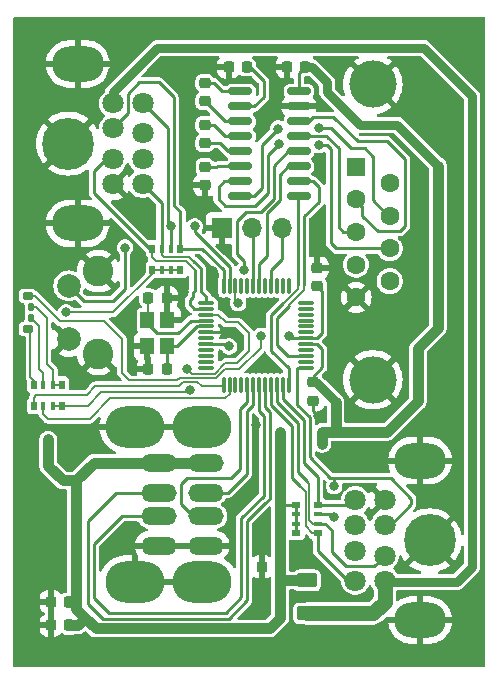
<source format=gbr>
%TF.GenerationSoftware,KiCad,Pcbnew,8.0.1*%
%TF.CreationDate,2024-05-28T16:45:22+01:00*%
%TF.ProjectId,ps2usb,70733275-7362-42e6-9b69-6361645f7063,rev?*%
%TF.SameCoordinates,Original*%
%TF.FileFunction,Copper,L1,Top*%
%TF.FilePolarity,Positive*%
%FSLAX46Y46*%
G04 Gerber Fmt 4.6, Leading zero omitted, Abs format (unit mm)*
G04 Created by KiCad (PCBNEW 8.0.1) date 2024-05-28 16:45:22*
%MOMM*%
%LPD*%
G01*
G04 APERTURE LIST*
G04 Aperture macros list*
%AMRoundRect*
0 Rectangle with rounded corners*
0 $1 Rounding radius*
0 $2 $3 $4 $5 $6 $7 $8 $9 X,Y pos of 4 corners*
0 Add a 4 corners polygon primitive as box body*
4,1,4,$2,$3,$4,$5,$6,$7,$8,$9,$2,$3,0*
0 Add four circle primitives for the rounded corners*
1,1,$1+$1,$2,$3*
1,1,$1+$1,$4,$5*
1,1,$1+$1,$6,$7*
1,1,$1+$1,$8,$9*
0 Add four rect primitives between the rounded corners*
20,1,$1+$1,$2,$3,$4,$5,0*
20,1,$1+$1,$4,$5,$6,$7,0*
20,1,$1+$1,$6,$7,$8,$9,0*
20,1,$1+$1,$8,$9,$2,$3,0*%
G04 Aperture macros list end*
%TA.AperFunction,ComponentPad*%
%ADD10O,1.700000X1.700000*%
%TD*%
%TA.AperFunction,ComponentPad*%
%ADD11R,1.700000X1.700000*%
%TD*%
%TA.AperFunction,SMDPad,CuDef*%
%ADD12R,0.800000X0.500000*%
%TD*%
%TA.AperFunction,SMDPad,CuDef*%
%ADD13R,0.800000X0.400000*%
%TD*%
%TA.AperFunction,SMDPad,CuDef*%
%ADD14R,0.500000X0.800000*%
%TD*%
%TA.AperFunction,SMDPad,CuDef*%
%ADD15R,0.400000X0.800000*%
%TD*%
%TA.AperFunction,SMDPad,CuDef*%
%ADD16RoundRect,0.225000X-0.250000X0.225000X-0.250000X-0.225000X0.250000X-0.225000X0.250000X0.225000X0*%
%TD*%
%TA.AperFunction,SMDPad,CuDef*%
%ADD17RoundRect,0.225000X-0.225000X-0.250000X0.225000X-0.250000X0.225000X0.250000X-0.225000X0.250000X0*%
%TD*%
%TA.AperFunction,ComponentPad*%
%ADD18C,1.800000*%
%TD*%
%TA.AperFunction,ComponentPad*%
%ADD19O,4.400000X3.000000*%
%TD*%
%TA.AperFunction,ComponentPad*%
%ADD20C,4.400000*%
%TD*%
%TA.AperFunction,SMDPad,CuDef*%
%ADD21RoundRect,0.150000X0.300000X0.150000X-0.300000X0.150000X-0.300000X-0.150000X0.300000X-0.150000X0*%
%TD*%
%TA.AperFunction,SMDPad,CuDef*%
%ADD22RoundRect,0.137500X0.137500X0.162500X-0.137500X0.162500X-0.137500X-0.162500X0.137500X-0.162500X0*%
%TD*%
%TA.AperFunction,ComponentPad*%
%ADD23O,3.000000X1.500000*%
%TD*%
%TA.AperFunction,ComponentPad*%
%ADD24O,5.000000X3.500000*%
%TD*%
%TA.AperFunction,SMDPad,CuDef*%
%ADD25O,1.400000X0.300000*%
%TD*%
%TA.AperFunction,SMDPad,CuDef*%
%ADD26O,0.300000X1.400000*%
%TD*%
%TA.AperFunction,SMDPad,CuDef*%
%ADD27RoundRect,0.225000X0.225000X0.250000X-0.225000X0.250000X-0.225000X-0.250000X0.225000X-0.250000X0*%
%TD*%
%TA.AperFunction,SMDPad,CuDef*%
%ADD28RoundRect,0.150000X-0.825000X-0.150000X0.825000X-0.150000X0.825000X0.150000X-0.825000X0.150000X0*%
%TD*%
%TA.AperFunction,SMDPad,CuDef*%
%ADD29R,1.200000X1.400000*%
%TD*%
%TA.AperFunction,SMDPad,CuDef*%
%ADD30RoundRect,0.225000X0.250000X-0.225000X0.250000X0.225000X-0.250000X0.225000X-0.250000X-0.225000X0*%
%TD*%
%TA.AperFunction,ComponentPad*%
%ADD31C,2.000000*%
%TD*%
%TA.AperFunction,ComponentPad*%
%ADD32C,2.600000*%
%TD*%
%TA.AperFunction,ComponentPad*%
%ADD33C,4.000000*%
%TD*%
%TA.AperFunction,ComponentPad*%
%ADD34R,1.600000X1.600000*%
%TD*%
%TA.AperFunction,ComponentPad*%
%ADD35C,1.600000*%
%TD*%
%TA.AperFunction,SMDPad,CuDef*%
%ADD36RoundRect,0.250000X-0.625000X0.375000X-0.625000X-0.375000X0.625000X-0.375000X0.625000X0.375000X0*%
%TD*%
%TA.AperFunction,ViaPad*%
%ADD37C,0.800000*%
%TD*%
%TA.AperFunction,Conductor*%
%ADD38C,0.250000*%
%TD*%
%TA.AperFunction,Conductor*%
%ADD39C,0.203200*%
%TD*%
%TA.AperFunction,Conductor*%
%ADD40C,0.254000*%
%TD*%
%TA.AperFunction,Conductor*%
%ADD41C,0.889000*%
%TD*%
%TA.AperFunction,Conductor*%
%ADD42C,0.152400*%
%TD*%
%TA.AperFunction,Conductor*%
%ADD43C,1.270000*%
%TD*%
%TA.AperFunction,Conductor*%
%ADD44C,0.762000*%
%TD*%
G04 APERTURE END LIST*
D10*
%TO.P,J5,3,Pin_3*%
%TO.N,Net-(J5-Pin_3)*%
X119761000Y-85344000D03*
%TO.P,J5,2,Pin_2*%
%TO.N,Net-(J5-Pin_2)*%
X117221000Y-85344000D03*
D11*
%TO.P,J5,1,Pin_1*%
%TO.N,GND*%
X114681000Y-85344000D03*
%TD*%
D12*
%TO.P,RN2,8,R1.2*%
%TO.N,+5V*%
X121020000Y-111182000D03*
D13*
%TO.P,RN2,7,R2.2*%
X121020000Y-110382000D03*
%TO.P,RN2,6,R3.2*%
X121020000Y-109582000D03*
D12*
%TO.P,RN2,5,R4.2*%
X121020000Y-108782000D03*
%TO.P,RN2,4,R4.1*%
%TO.N,/DIN2-6*%
X122820000Y-108782000D03*
D13*
%TO.P,RN2,3,R3.1*%
%TO.N,/DIN2-1*%
X122820000Y-109582000D03*
%TO.P,RN2,2,R2.1*%
%TO.N,/DIN2-2*%
X122820000Y-110382000D03*
D12*
%TO.P,RN2,1,R1.1*%
%TO.N,/DIN2-8*%
X122820000Y-111182000D03*
%TD*%
D14*
%TO.P,RN1,8,R1.2*%
%TO.N,+5V*%
X111200000Y-88900000D03*
D15*
%TO.P,RN1,7,R2.2*%
X110400000Y-88900000D03*
%TO.P,RN1,6,R3.2*%
X109600000Y-88900000D03*
D14*
%TO.P,RN1,5,R4.2*%
X108800000Y-88900000D03*
%TO.P,RN1,4,R4.1*%
%TO.N,/DIN1-1*%
X108800000Y-87100000D03*
D15*
%TO.P,RN1,3,R3.1*%
%TO.N,/DIN1-6*%
X109600000Y-87100000D03*
%TO.P,RN1,2,R2.1*%
%TO.N,/DIN1-8*%
X110400000Y-87100000D03*
D14*
%TO.P,RN1,1,R1.1*%
%TO.N,/DIN1-2*%
X111200000Y-87100000D03*
%TD*%
%TO.P,RN3,1,R1.1*%
%TO.N,Net-(D1-B)*%
X101200000Y-98600000D03*
D15*
%TO.P,RN3,2,R2.1*%
X100400000Y-98600000D03*
%TO.P,RN3,3,R3.1*%
%TO.N,Net-(D1-G)*%
X99600000Y-98600000D03*
D14*
%TO.P,RN3,4,R4.1*%
%TO.N,Net-(D1-R)*%
X98800000Y-98600000D03*
%TO.P,RN3,5,R4.2*%
%TO.N,Net-(RN3-R4.2)*%
X98800000Y-100400000D03*
D15*
%TO.P,RN3,6,R3.2*%
%TO.N,Net-(RN3-R3.2)*%
X99600000Y-100400000D03*
%TO.P,RN3,7,R2.2*%
%TO.N,Net-(RN3-R1.2)*%
X100400000Y-100400000D03*
D14*
%TO.P,RN3,8,R1.2*%
X101200000Y-100400000D03*
%TD*%
D16*
%TO.P,C4,1*%
%TO.N,GND*%
X122800000Y-88725000D03*
%TO.P,C4,2*%
%TO.N,+3.3V*%
X122800000Y-90275000D03*
%TD*%
D17*
%TO.P,C11,1*%
%TO.N,GND*%
X108475000Y-97250000D03*
%TO.P,C11,2*%
%TO.N,Net-(U1A-P4.7{slash}X0{slash}SCK_)*%
X110025000Y-97250000D03*
%TD*%
%TO.P,C7,1*%
%TO.N,GND*%
X120225000Y-71700000D03*
%TO.P,C7,2*%
%TO.N,+5V*%
X121775000Y-71700000D03*
%TD*%
D18*
%TO.P,J3,1,1*%
%TO.N,/DIN2-1*%
X128500000Y-110500000D03*
%TO.P,J3,2,2*%
%TO.N,/DIN2-2*%
X128500000Y-113100000D03*
%TO.P,J3,3,3*%
%TO.N,GND*%
X128500000Y-108400000D03*
%TO.P,J3,4,4*%
%TO.N,unconnected-(J3-Pad4)*%
X126000000Y-110500000D03*
%TO.P,J3,5,5*%
%TO.N,Net-(F1-Pad2)*%
X128500000Y-115200000D03*
%TO.P,J3,6,6*%
%TO.N,/DIN2-6*%
X126000000Y-108400000D03*
%TO.P,J3,7,7*%
%TO.N,unconnected-(J3-Pad7)*%
X126000000Y-112700000D03*
%TO.P,J3,8,8*%
%TO.N,/DIN2-8*%
X126000000Y-115200000D03*
D19*
%TO.P,J3,S,S*%
%TO.N,GND*%
X131500000Y-105050000D03*
D20*
X132300000Y-111800000D03*
D19*
X131500000Y-118550000D03*
%TD*%
D21*
%TO.P,D1,1,1*%
%TO.N,+3.3V*%
X98250000Y-91100000D03*
D22*
%TO.P,D1,2,B*%
%TO.N,Net-(D1-B)*%
X98575000Y-92050000D03*
%TO.P,D1,3,G*%
%TO.N,Net-(D1-G)*%
X98575000Y-92950000D03*
D21*
%TO.P,D1,4,R*%
%TO.N,Net-(D1-R)*%
X98250000Y-93900000D03*
%TD*%
D17*
%TO.P,C1,1*%
%TO.N,GND*%
X100225000Y-117000000D03*
%TO.P,C1,2*%
%TO.N,+5V*%
X101775000Y-117000000D03*
%TD*%
D23*
%TO.P,J2,1A,VBUS*%
%TO.N,+5V*%
X113360000Y-105250000D03*
%TO.P,J2,1B,VBUS*%
X109340000Y-105250000D03*
%TO.P,J2,2A,D-*%
%TO.N,Net-(U1A-P5.4{slash}HM{slash}ALE{slash}XB)*%
X113360000Y-107750000D03*
%TO.P,J2,2B,D-*%
%TO.N,Net-(U1A-P5.0{slash}DM)*%
X109340000Y-107750000D03*
%TO.P,J2,3A,D+*%
%TO.N,Net-(U1A-P5.5{slash}HP{slash}!A15{slash}XA)*%
X113360000Y-109750000D03*
%TO.P,J2,3B,D+*%
%TO.N,Net-(U1A-P5.1{slash}DP)*%
X109340000Y-109750000D03*
%TO.P,J2,4A,GND*%
%TO.N,GND*%
X113360000Y-112250000D03*
%TO.P,J2,4B,GND*%
X109340000Y-112250000D03*
D24*
%TO.P,J2,S,SHIELD*%
X113010000Y-102180000D03*
X107330000Y-102180000D03*
X113010000Y-115320000D03*
X107330000Y-115320000D03*
%TD*%
D25*
%TO.P,U1,48*%
%TO.N,N/C*%
X121802000Y-91685000D03*
%TO.P,U1,47*%
X121802000Y-92185000D03*
%TO.P,U1,46*%
X121802000Y-92685000D03*
%TO.P,U1,45*%
X121802000Y-93185000D03*
%TO.P,U1,44*%
X121802000Y-93685000D03*
%TO.P,U1,43*%
X121802000Y-94185000D03*
%TO.P,U1,42,VDD33*%
%TO.N,+3.3V*%
X121802000Y-94685000D03*
%TO.P,U1,41,VIN5*%
%TO.N,+5V*%
X121802000Y-95185000D03*
%TO.P,U1,40*%
%TO.N,N/C*%
X121802000Y-95685000D03*
%TO.P,U1,39,P0.1/AD1/URTS*%
%TO.N,Net-(U1A-P0.1{slash}AD1{slash}URTS)*%
X121802000Y-96185000D03*
%TO.P,U1,38*%
%TO.N,N/C*%
X121802000Y-96685000D03*
%TO.P,U1,37,P0.3/AD3/TXD_*%
%TO.N,/DIN2-1*%
X121802000Y-97185000D03*
D26*
%TO.P,U1,36,P0.4/AD4/UCTS*%
%TO.N,Net-(U1A-P0.4{slash}AD4{slash}UCTS)*%
X120352000Y-98635000D03*
%TO.P,U1,35,P0.5/AD5/UDSR*%
%TO.N,/DIN2-6*%
X119852000Y-98635000D03*
%TO.P,U1,34,P0.6/AD6/URI*%
%TO.N,/DIN2-2*%
X119352000Y-98635000D03*
%TO.P,U1,33,P0.7/AD7/UDCD*%
%TO.N,/DIN2-8*%
X118852000Y-98635000D03*
%TO.P,U1,32,P5.0/DM*%
%TO.N,Net-(U1A-P5.0{slash}DM)*%
X118352000Y-98635000D03*
%TO.P,U1,31,P5.1/DP*%
%TO.N,Net-(U1A-P5.1{slash}DP)*%
X117852000Y-98635000D03*
%TO.P,U1,30,P5.4/HM/ALE/XB*%
%TO.N,Net-(U1A-P5.4{slash}HM{slash}ALE{slash}XB)*%
X117352000Y-98635000D03*
%TO.P,U1,29,P5.5/HP/!A15/XA*%
%TO.N,Net-(U1A-P5.5{slash}HP{slash}!A15{slash}XA)*%
X116852000Y-98635000D03*
%TO.P,U1,28*%
%TO.N,N/C*%
X116352000Y-98635000D03*
%TO.P,U1,27*%
X115852000Y-98635000D03*
%TO.P,U1,26,P2.5/TNOW/PWM2*%
%TO.N,Net-(RN3-R3.2)*%
X115352000Y-98635000D03*
%TO.P,U1,25,P2.4/PWM1/A12*%
%TO.N,Net-(RN3-R4.2)*%
X114852000Y-98635000D03*
D25*
%TO.P,U1,24*%
%TO.N,N/C*%
X113402000Y-97185000D03*
%TO.P,U1,23*%
X113402000Y-96685000D03*
%TO.P,U1,22*%
X113402000Y-96185000D03*
%TO.P,U1,21*%
X113402000Y-95685000D03*
%TO.P,U1,20,P4.0/LED2/A0/RXD1_*%
%TO.N,Net-(U1A-P4.0{slash}LED2{slash}A0{slash}RXD1_)*%
X113402000Y-95185000D03*
%TO.P,U1,19*%
%TO.N,N/C*%
X113402000Y-94685000D03*
%TO.P,U1,18,GND*%
%TO.N,GND*%
X113402000Y-94185000D03*
%TO.P,U1,17,P4.7/X0/SCK_*%
%TO.N,Net-(U1A-P4.7{slash}X0{slash}SCK_)*%
X113402000Y-93685000D03*
%TO.P,U1,16,P4.6/XI/SCS_*%
%TO.N,Net-(U1A-P4.6{slash}XI{slash}SCS_)*%
X113402000Y-93185000D03*
%TO.P,U1,15,P4.2/PWM3_/CAP3_/A2*%
%TO.N,Net-(RN3-R1.2)*%
X113402000Y-92685000D03*
%TO.P,U1,14,P4.3/PWM1_/A3*%
%TO.N,/DIN1-1*%
X113402000Y-92185000D03*
%TO.P,U1,13,P3.7/RD*%
%TO.N,/DIN1-6*%
X113402000Y-91685000D03*
D26*
%TO.P,U1,12,P3.6/WR*%
%TO.N,/DIN1-2*%
X114852000Y-90235000D03*
%TO.P,U1,11,P3.5/DA6/T1*%
%TO.N,/DIN1-8*%
X115352000Y-90235000D03*
%TO.P,U1,10,P3.4/LEDC/XCS0/T0*%
%TO.N,Net-(U1A-P3.4{slash}LEDC{slash}XCS0{slash}T0)*%
X115852000Y-90235000D03*
%TO.P,U1,9*%
%TO.N,N/C*%
X116352000Y-90235000D03*
%TO.P,U1,8*%
X116852000Y-90235000D03*
%TO.P,U1,7,P3.1/TXD*%
%TO.N,Net-(J5-Pin_2)*%
X117352000Y-90235000D03*
%TO.P,U1,6,P4.4/LED3/TNOW_/TXD1_/A4*%
%TO.N,Net-(U1A-P4.4{slash}LED3{slash}TNOW_{slash}TXD1_{slash}A4)*%
X117852000Y-90235000D03*
%TO.P,U1,5*%
%TO.N,N/C*%
X118352000Y-90235000D03*
%TO.P,U1,4,P3.0/RXD*%
%TO.N,Net-(J5-Pin_3)*%
X118852000Y-90235000D03*
%TO.P,U1,3,P5.7/RST*%
%TO.N,unconnected-(U1A-P5.7{slash}RST-Pad3)*%
X119352000Y-90235000D03*
%TO.P,U1,2*%
%TO.N,N/C*%
X119852000Y-90235000D03*
%TO.P,U1,1*%
X120352000Y-90235000D03*
%TD*%
D27*
%TO.P,C5,1*%
%TO.N,GND*%
X110025000Y-91250000D03*
%TO.P,C5,2*%
%TO.N,Net-(U1A-P4.6{slash}XI{slash}SCS_)*%
X108475000Y-91250000D03*
%TD*%
D28*
%TO.P,U2,1,C1+*%
%TO.N,Net-(U2-C1+)*%
X116275000Y-73788800D03*
%TO.P,U2,2,VS+*%
%TO.N,Net-(U2-VS+)*%
X116275000Y-75058800D03*
%TO.P,U2,3,C1-*%
%TO.N,Net-(U2-C1-)*%
X116275000Y-76328800D03*
%TO.P,U2,4,C2+*%
%TO.N,Net-(U2-C2+)*%
X116275000Y-77598800D03*
%TO.P,U2,5,C2-*%
%TO.N,Net-(U2-C2-)*%
X116275000Y-78868800D03*
%TO.P,U2,6,VS-*%
%TO.N,Net-(U2-VS-)*%
X116275000Y-80138800D03*
%TO.P,U2,7,T2OUT*%
%TO.N,Net-(U2-T2OUT)*%
X116275000Y-81408800D03*
%TO.P,U2,8,R2IN*%
%TO.N,Net-(U2-R2IN)*%
X116275000Y-82678800D03*
%TO.P,U2,9,R2OUT*%
%TO.N,Net-(U1A-P0.4{slash}AD4{slash}UCTS)*%
X121225000Y-82678800D03*
%TO.P,U2,10,T2IN*%
%TO.N,Net-(U1A-P0.1{slash}AD1{slash}URTS)*%
X121225000Y-81408800D03*
%TO.P,U2,11,T1IN*%
%TO.N,Net-(U1A-P4.4{slash}LED3{slash}TNOW_{slash}TXD1_{slash}A4)*%
X121225000Y-80138800D03*
%TO.P,U2,12,R1OUT*%
%TO.N,Net-(U1A-P4.0{slash}LED2{slash}A0{slash}RXD1_)*%
X121225000Y-78868800D03*
%TO.P,U2,13,R1IN*%
%TO.N,Net-(U2-R1IN)*%
X121225000Y-77598800D03*
%TO.P,U2,14,T1OUT*%
%TO.N,Net-(U2-T1OUT)*%
X121225000Y-76328800D03*
%TO.P,U2,15,GND*%
%TO.N,GND*%
X121225000Y-75058800D03*
%TO.P,U2,16,VCC*%
%TO.N,+5V*%
X121225000Y-73788800D03*
%TD*%
D29*
%TO.P,Y1,1,1*%
%TO.N,Net-(U1A-P4.6{slash}XI{slash}SCS_)*%
X108400000Y-93150000D03*
%TO.P,Y1,2,2*%
%TO.N,GND*%
X108400000Y-95350000D03*
%TO.P,Y1,3,3*%
%TO.N,Net-(U1A-P4.7{slash}X0{slash}SCK_)*%
X110100000Y-95350000D03*
%TO.P,Y1,4,4*%
%TO.N,GND*%
X110100000Y-93150000D03*
%TD*%
D30*
%TO.P,C6,1*%
%TO.N,Net-(U2-C1-)*%
X113250000Y-74599000D03*
%TO.P,C6,2*%
%TO.N,Net-(U2-C1+)*%
X113250000Y-73049000D03*
%TD*%
D31*
%TO.P,S1,1,1*%
%TO.N,Net-(U1A-P3.4{slash}LEDC{slash}XCS0{slash}T0)*%
X101750000Y-90250000D03*
%TO.P,S1,2,2*%
%TO.N,GND*%
X101750000Y-94750000D03*
D32*
%TO.P,S1,M,M*%
X104250000Y-89000000D03*
X104250000Y-96000000D03*
%TD*%
D17*
%TO.P,C10,1*%
%TO.N,GND*%
X115275000Y-71715800D03*
%TO.P,C10,2*%
%TO.N,Net-(U2-VS+)*%
X116825000Y-71715800D03*
%TD*%
D16*
%TO.P,C9,1*%
%TO.N,Net-(U2-VS-)*%
X113256000Y-80161000D03*
%TO.P,C9,2*%
%TO.N,GND*%
X113256000Y-81711000D03*
%TD*%
D17*
%TO.P,C12,1*%
%TO.N,GND*%
X100225000Y-119000000D03*
%TO.P,C12,2*%
%TO.N,+5V*%
X101775000Y-119000000D03*
%TD*%
%TO.P,C2,1*%
%TO.N,GND*%
X118097000Y-114046000D03*
%TO.P,C2,2*%
%TO.N,+5V*%
X119647000Y-114046000D03*
%TD*%
D33*
%TO.P,J4,0,PAD*%
%TO.N,GND*%
X127489669Y-98190000D03*
X127489669Y-73190000D03*
D34*
%TO.P,J4,1,1*%
%TO.N,unconnected-(J4-Pad1)*%
X126069669Y-80150000D03*
D35*
%TO.P,J4,2,2*%
%TO.N,Net-(U2-T1OUT)*%
X126069669Y-82920000D03*
%TO.P,J4,3,3*%
%TO.N,Net-(U2-R1IN)*%
X126069669Y-85690000D03*
%TO.P,J4,4,4*%
%TO.N,unconnected-(J4-Pad4)*%
X126069669Y-88460000D03*
%TO.P,J4,5,5*%
%TO.N,GND*%
X126069669Y-91230000D03*
%TO.P,J4,6,6*%
%TO.N,unconnected-(J4-Pad6)*%
X128909669Y-81535000D03*
%TO.P,J4,7,7*%
%TO.N,Net-(U2-R2IN)*%
X128909669Y-84305000D03*
%TO.P,J4,8,8*%
%TO.N,Net-(U2-T2OUT)*%
X128909669Y-87075000D03*
%TO.P,J4,9,9*%
%TO.N,unconnected-(J4-Pad9)*%
X128909669Y-89845000D03*
%TD*%
D30*
%TO.P,C3,1*%
%TO.N,GND*%
X122400000Y-99975000D03*
%TO.P,C3,2*%
%TO.N,+5V*%
X122400000Y-98425000D03*
%TD*%
%TO.P,C8,1*%
%TO.N,Net-(U2-C2-)*%
X113250000Y-78155000D03*
%TO.P,C8,2*%
%TO.N,Net-(U2-C2+)*%
X113250000Y-76605000D03*
%TD*%
D18*
%TO.P,J1,1,1*%
%TO.N,/DIN1-1*%
X105500000Y-79500000D03*
%TO.P,J1,2,2*%
%TO.N,/DIN1-2*%
X105500000Y-76900000D03*
%TO.P,J1,3,3*%
%TO.N,GND*%
X105500000Y-81600000D03*
%TO.P,J1,4,4*%
%TO.N,unconnected-(J1-Pad4)*%
X108000000Y-79500000D03*
%TO.P,J1,5,5*%
%TO.N,Net-(F1-Pad2)*%
X105500000Y-74800000D03*
%TO.P,J1,6,6*%
%TO.N,/DIN1-6*%
X108000000Y-81600000D03*
%TO.P,J1,7,7*%
%TO.N,unconnected-(J1-Pad7)*%
X108000000Y-77300000D03*
%TO.P,J1,8,8*%
%TO.N,/DIN1-8*%
X108000000Y-74800000D03*
D19*
%TO.P,J1,S,S*%
%TO.N,GND*%
X102500000Y-84950000D03*
D20*
X101700000Y-78200000D03*
D19*
X102500000Y-71450000D03*
%TD*%
D36*
%TO.P,F1,1*%
%TO.N,+5V*%
X121920000Y-115186000D03*
%TO.P,F1,2*%
%TO.N,Net-(F1-Pad2)*%
X121920000Y-117986000D03*
%TD*%
D37*
%TO.N,GND*%
X113919000Y-89027000D03*
%TO.N,/DIN2-1*%
X124206000Y-107188000D03*
X124206000Y-109855000D03*
%TO.N,/DIN1-8*%
X110363000Y-85217000D03*
X112395000Y-85217000D03*
%TO.N,Net-(U1A-P3.4{slash}LEDC{slash}XCS0{slash}T0)*%
X116078000Y-91694000D03*
%TO.N,GND*%
X119200000Y-75100000D03*
X114840138Y-91821000D03*
X136250000Y-68250000D03*
X117000000Y-68250000D03*
X136250000Y-121750000D03*
X123000000Y-80000000D03*
X118000000Y-110500000D03*
X122848345Y-101267487D03*
X118110000Y-115316000D03*
X122000000Y-113500000D03*
X118000000Y-96750000D03*
X107142108Y-97238642D03*
X117983000Y-93218000D03*
X134500000Y-87535313D03*
X111750000Y-81750000D03*
X115189000Y-94185000D03*
X97750000Y-121750000D03*
X117000000Y-121750000D03*
X111500000Y-90750000D03*
X97750000Y-68250000D03*
X113764000Y-71715800D03*
X98000000Y-117000000D03*
X98000000Y-119000000D03*
X117573100Y-102000000D03*
X122800000Y-87000000D03*
%TO.N,+5V*%
X119634000Y-102616000D03*
X123190000Y-102616000D03*
X100000000Y-103250000D03*
X101500000Y-92500000D03*
X119634000Y-103632000D03*
X123190000Y-103632000D03*
%TO.N,+3.3V*%
X120396000Y-94488000D03*
X117983000Y-94488000D03*
%TO.N,Net-(U2-R2IN)*%
X119453600Y-76948200D03*
X122891973Y-76919900D03*
%TO.N,Net-(U2-T2OUT)*%
X122908000Y-78319800D03*
X119504400Y-78269000D03*
%TO.N,Net-(RN3-R1.2)*%
X111750000Y-97250000D03*
X112000000Y-99096000D03*
%TO.N,Net-(U1A-P4.0{slash}LED2{slash}A0{slash}RXD1_)*%
X116586000Y-88900000D03*
X115316000Y-95377000D03*
%TO.N,Net-(U1A-P3.4{slash}LEDC{slash}XCS0{slash}T0)*%
X106500000Y-87000000D03*
%TD*%
D38*
%TO.N,Net-(U1A-P5.0{slash}DM)*%
X105750000Y-107750000D02*
X110040000Y-107750000D01*
X115288000Y-118436000D02*
X104620000Y-118436000D01*
X118352000Y-108648000D02*
X116840000Y-110160000D01*
X116840000Y-110160000D02*
X116840000Y-116884000D01*
X103350000Y-110150000D02*
X105750000Y-107750000D01*
X116840000Y-116884000D02*
X115288000Y-118436000D01*
X104620000Y-118436000D02*
X103350000Y-117166000D01*
X103350000Y-117166000D02*
X103350000Y-110150000D01*
D39*
%TO.N,Net-(D1-B)*%
X100400000Y-98600000D02*
X101200000Y-98600000D01*
D40*
%TO.N,Net-(U1A-P4.0{slash}LED2{slash}A0{slash}RXD1_)*%
X115316000Y-95377000D02*
X115124000Y-95185000D01*
X115124000Y-95185000D02*
X113402000Y-95185000D01*
D38*
%TO.N,GND*%
X115189000Y-94185000D02*
X113402000Y-94185000D01*
D40*
%TO.N,/DIN1-6*%
X113402000Y-91195000D02*
X113402000Y-91685000D01*
X112903000Y-90696000D02*
X113402000Y-91195000D01*
X112903000Y-88773000D02*
X112903000Y-90696000D01*
X112268000Y-88138000D02*
X112903000Y-88773000D01*
%TO.N,/DIN1-1*%
X112378000Y-92185000D02*
X113402000Y-92185000D01*
X112014000Y-91821000D02*
X112378000Y-92185000D01*
X112268000Y-91186000D02*
X112014000Y-91440000D01*
X112268000Y-90805000D02*
X112268000Y-91186000D01*
X112395000Y-90678000D02*
X112268000Y-90805000D01*
X112395000Y-88900000D02*
X112395000Y-90678000D01*
X112014000Y-91440000D02*
X112014000Y-91821000D01*
%TO.N,/DIN1-2*%
X114852000Y-88944000D02*
X113008000Y-87100000D01*
X113008000Y-87100000D02*
X111200000Y-87100000D01*
X114852000Y-90235000D02*
X114852000Y-88944000D01*
%TO.N,+5V*%
X121020000Y-108782000D02*
X121020000Y-111182000D01*
X121020000Y-108782000D02*
X119687000Y-108782000D01*
D41*
X119630000Y-108839000D02*
X119630000Y-108054000D01*
D40*
X119687000Y-108782000D02*
X119630000Y-108839000D01*
D41*
X119630000Y-112054000D02*
X119630000Y-108839000D01*
D40*
%TO.N,/DIN2-1*%
X124206000Y-107188000D02*
X124206000Y-106500000D01*
X123899000Y-106500000D02*
X124206000Y-106500000D01*
X124206000Y-106500000D02*
X129000000Y-106500000D01*
X123933000Y-109582000D02*
X124206000Y-109855000D01*
X122820000Y-109582000D02*
X123933000Y-109582000D01*
X130750000Y-108750000D02*
X129000000Y-110500000D01*
X130750000Y-108250000D02*
X130750000Y-108750000D01*
X121100000Y-97200000D02*
X121100000Y-100300000D01*
X121115000Y-97185000D02*
X121100000Y-97200000D01*
X122146000Y-104747000D02*
X123899000Y-106500000D01*
X121100000Y-100300000D02*
X122146000Y-101346000D01*
X129000000Y-106500000D02*
X130750000Y-108250000D01*
X121802000Y-97185000D02*
X121115000Y-97185000D01*
X122146000Y-101346000D02*
X122146000Y-104747000D01*
%TO.N,/DIN2-8*%
X122820000Y-112660000D02*
X122820000Y-111182000D01*
X125410000Y-115250000D02*
X122820000Y-112660000D01*
D39*
X126000000Y-115200000D02*
X125950000Y-115250000D01*
X125950000Y-115250000D02*
X125410000Y-115250000D01*
D40*
%TO.N,/DIN2-2*%
X123463000Y-110382000D02*
X122820000Y-110382000D01*
X124000000Y-110919000D02*
X123463000Y-110382000D01*
X124000000Y-112750000D02*
X124000000Y-110919000D01*
X125250000Y-114000000D02*
X124000000Y-112750000D01*
X128500000Y-113100000D02*
X127600000Y-114000000D01*
X127600000Y-114000000D02*
X125250000Y-114000000D01*
%TO.N,/DIN2-6*%
X125618000Y-108782000D02*
X126000000Y-108400000D01*
X122820000Y-108782000D02*
X125618000Y-108782000D01*
X121666000Y-105283000D02*
X122820000Y-106437000D01*
X121666000Y-101600000D02*
X121666000Y-105283000D01*
X119852000Y-99786000D02*
X121666000Y-101600000D01*
X122820000Y-106437000D02*
X122820000Y-108782000D01*
X119852000Y-98635000D02*
X119852000Y-99786000D01*
D42*
%TO.N,/DIN2-2*%
X122097800Y-106984800D02*
X121920000Y-106807000D01*
X122097800Y-110032800D02*
X122097800Y-106984800D01*
X122447000Y-110382000D02*
X122097800Y-110032800D01*
X122820000Y-110382000D02*
X122447000Y-110382000D01*
%TO.N,/DIN2-8*%
X122358000Y-111182000D02*
X122820000Y-111182000D01*
X121793000Y-107696000D02*
X121793000Y-110617000D01*
X121793000Y-110617000D02*
X122358000Y-111182000D01*
X121285000Y-107188000D02*
X121793000Y-107696000D01*
D40*
%TO.N,/DIN2-2*%
X121158000Y-106045000D02*
X121920000Y-106807000D01*
X121158000Y-101854000D02*
X121158000Y-106045000D01*
%TO.N,/DIN2-8*%
X120650000Y-106553000D02*
X121285000Y-107188000D01*
X120650000Y-102108000D02*
X120650000Y-106553000D01*
%TO.N,/DIN1-8*%
X110109000Y-84963000D02*
X110109000Y-76909000D01*
X110400000Y-85254000D02*
X110109000Y-84963000D01*
X110400000Y-87100000D02*
X110400000Y-85254000D01*
X110109000Y-76909000D02*
X108000000Y-74800000D01*
X112395000Y-85725000D02*
X112395000Y-85217000D01*
X115352000Y-88682000D02*
X112395000Y-85725000D01*
X115352000Y-90235000D02*
X115352000Y-88682000D01*
%TO.N,/DIN1-2*%
X107696000Y-73025000D02*
X106755785Y-73965215D01*
X109347000Y-73025000D02*
X107696000Y-73025000D01*
X106755785Y-73965215D02*
X106755785Y-75644215D01*
X110617000Y-74295000D02*
X109347000Y-73025000D01*
X110617000Y-83439000D02*
X110617000Y-74295000D01*
X106755785Y-75644215D02*
X105500000Y-76900000D01*
X111200000Y-87100000D02*
X111200000Y-84022000D01*
X111200000Y-84022000D02*
X110617000Y-83439000D01*
D42*
%TO.N,/DIN1-6*%
X109600000Y-87629000D02*
X109600000Y-87100000D01*
X111963200Y-87833200D02*
X109804200Y-87833200D01*
X112268000Y-88138000D02*
X111963200Y-87833200D01*
X109804200Y-87833200D02*
X109600000Y-87629000D01*
%TO.N,/DIN1-1*%
X111633000Y-88138000D02*
X109093000Y-88138000D01*
X112395000Y-88900000D02*
X111633000Y-88138000D01*
X108800000Y-87845000D02*
X108800000Y-87100000D01*
X109093000Y-88138000D02*
X108800000Y-87845000D01*
D40*
%TO.N,/DIN1-6*%
X109600000Y-87100000D02*
X109600000Y-83200000D01*
X109600000Y-83200000D02*
X108000000Y-81600000D01*
D39*
%TO.N,Net-(RN3-R1.2)*%
X117000000Y-94267000D02*
X116078000Y-93345000D01*
X117000000Y-95750000D02*
X117000000Y-94267000D01*
X115034940Y-96750000D02*
X116000000Y-96750000D01*
X116078000Y-93345000D02*
X115062000Y-93345000D01*
X114892470Y-96892470D02*
X115034940Y-96750000D01*
X116000000Y-96750000D02*
X117000000Y-95750000D01*
X115062000Y-93345000D02*
X114402000Y-92685000D01*
X114402000Y-92685000D02*
X113402000Y-92685000D01*
D42*
%TO.N,Net-(U1A-P3.4{slash}LEDC{slash}XCS0{slash}T0)*%
X115852000Y-91468000D02*
X116078000Y-91694000D01*
X115852000Y-90235000D02*
X115852000Y-91468000D01*
D40*
%TO.N,Net-(U1A-P4.0{slash}LED2{slash}A0{slash}RXD1_)*%
X120327000Y-78868800D02*
X121225000Y-78868800D01*
X119098000Y-80097800D02*
X120327000Y-78868800D01*
X119098000Y-82902000D02*
X119098000Y-80097800D01*
X116000000Y-87539183D02*
X116000000Y-84750000D01*
X118000000Y-84000000D02*
X119098000Y-82902000D01*
X116586000Y-88900000D02*
X116586000Y-88125183D01*
X116750000Y-84000000D02*
X118000000Y-84000000D01*
X116000000Y-84750000D02*
X116750000Y-84000000D01*
X116586000Y-88125183D02*
X116000000Y-87539183D01*
D42*
%TO.N,+5V*%
X108800000Y-88900000D02*
X111200000Y-88900000D01*
D40*
%TO.N,/DIN1-2*%
X105500000Y-76900000D02*
X105726000Y-76900000D01*
%TO.N,/DIN1-1*%
X108597326Y-87100000D02*
X108800000Y-87100000D01*
X103886000Y-82388674D02*
X108597326Y-87100000D01*
X103886000Y-80518000D02*
X103886000Y-82388674D01*
X104904000Y-79500000D02*
X103886000Y-80518000D01*
X105500000Y-79500000D02*
X104904000Y-79500000D01*
D39*
%TO.N,+5V*%
X105500000Y-92500000D02*
X108800000Y-89200000D01*
X108800000Y-89200000D02*
X108800000Y-88900000D01*
X101500000Y-92500000D02*
X105500000Y-92500000D01*
D41*
X101224000Y-106724000D02*
X102362000Y-106724000D01*
X100000000Y-105500000D02*
X101224000Y-106724000D01*
X100000000Y-103250000D02*
X100000000Y-105500000D01*
D39*
%TO.N,Net-(RN3-R3.2)*%
X100000000Y-101500000D02*
X99600000Y-101100000D01*
X115000000Y-99750000D02*
X105250000Y-99750000D01*
X115352000Y-99398000D02*
X115000000Y-99750000D01*
X105250000Y-99750000D02*
X103500000Y-101500000D01*
X115352000Y-98635000D02*
X115352000Y-99398000D01*
X103500000Y-101500000D02*
X100000000Y-101500000D01*
X99600000Y-101100000D02*
X99600000Y-100400000D01*
%TO.N,Net-(D1-R)*%
X98800000Y-98300000D02*
X98800000Y-98600000D01*
X98500000Y-94150000D02*
X98500000Y-98000000D01*
X98500000Y-98000000D02*
X98800000Y-98300000D01*
X98250000Y-93900000D02*
X98500000Y-94150000D01*
%TO.N,Net-(D1-G)*%
X99600000Y-98600000D02*
X99600000Y-97600000D01*
X99252480Y-97252480D02*
X99252480Y-93627480D01*
X99600000Y-97600000D02*
X99252480Y-97252480D01*
X99252480Y-93627480D02*
X98575000Y-92950000D01*
%TO.N,Net-(D1-B)*%
X99872019Y-92949413D02*
X99872019Y-96872019D01*
X98972606Y-92050000D02*
X99872019Y-92949413D01*
X99872019Y-96872019D02*
X100400000Y-97400000D01*
X98575000Y-92050000D02*
X98972606Y-92050000D01*
X100400000Y-97400000D02*
X100400000Y-98600000D01*
%TO.N,Net-(RN3-R1.2)*%
X101200000Y-100400000D02*
X100400000Y-100400000D01*
X103350000Y-100400000D02*
X101200000Y-100400000D01*
X111846000Y-99250000D02*
X104500000Y-99250000D01*
X112000000Y-99096000D02*
X111846000Y-99250000D01*
X104500000Y-99250000D02*
X103350000Y-100400000D01*
%TO.N,Net-(RN3-R4.2)*%
X113000000Y-98750000D02*
X114737000Y-98750000D01*
X112621400Y-98371400D02*
X113000000Y-98750000D01*
X111055513Y-98750000D02*
X111434113Y-98371400D01*
X104000000Y-98750000D02*
X111055513Y-98750000D01*
X103250000Y-99500000D02*
X104000000Y-98750000D01*
X111434113Y-98371400D02*
X112621400Y-98371400D01*
X98800000Y-99700000D02*
X99000000Y-99500000D01*
X98800000Y-100200000D02*
X98800000Y-99700000D01*
X99000000Y-99500000D02*
X103250000Y-99500000D01*
D43*
%TO.N,Net-(F1-Pad2)*%
X128500000Y-115200000D02*
X128500000Y-117000000D01*
D44*
X128616000Y-115316000D02*
X134620000Y-115316000D01*
X131826000Y-70104000D02*
X109220000Y-70104000D01*
D43*
X128500000Y-117000000D02*
X127514000Y-117986000D01*
D44*
X134620000Y-115316000D02*
X135890000Y-114046000D01*
X109220000Y-70104000D02*
X105500000Y-73824000D01*
X135890000Y-114046000D02*
X135890000Y-74168000D01*
X135890000Y-74168000D02*
X131826000Y-70104000D01*
D43*
X127514000Y-117986000D02*
X121920000Y-117986000D01*
D44*
X128500000Y-115200000D02*
X128616000Y-115316000D01*
X105500000Y-73824000D02*
X105500000Y-74800000D01*
D40*
%TO.N,GND*%
X118110000Y-115316000D02*
X118110000Y-114059000D01*
X119241200Y-75058800D02*
X119200000Y-75100000D01*
X100255500Y-119000000D02*
X98000000Y-119000000D01*
X115275000Y-71715800D02*
X113764000Y-71715800D01*
D38*
X122848345Y-101267487D02*
X122400000Y-100819142D01*
X122400000Y-100819142D02*
X122400000Y-99975000D01*
D40*
X121225000Y-75058800D02*
X119241200Y-75058800D01*
X100255500Y-117000000D02*
X98000000Y-117000000D01*
X132975000Y-104500000D02*
X131500000Y-104500000D01*
X121253000Y-75030800D02*
X121225000Y-75058800D01*
X118110000Y-114059000D02*
X118097000Y-114046000D01*
D38*
X122800000Y-88725000D02*
X122800000Y-87000000D01*
D40*
X118097000Y-115329000D02*
X118110000Y-115316000D01*
D38*
%TO.N,+5V*%
X121225000Y-72250000D02*
X121225000Y-73788800D01*
D44*
X124333000Y-100076000D02*
X122682000Y-98425000D01*
D41*
X119647000Y-118351000D02*
X119647000Y-115062000D01*
X124333000Y-102265000D02*
X124684000Y-102616000D01*
X103836000Y-105250000D02*
X102362000Y-106724000D01*
X119647000Y-115062000D02*
X119647000Y-112071000D01*
X121920000Y-115186000D02*
X119771000Y-115186000D01*
X103130000Y-118370000D02*
X104010000Y-119250000D01*
X131300000Y-100000000D02*
X128684000Y-102616000D01*
D38*
X122400000Y-97945000D02*
X122400000Y-98425000D01*
D44*
X126400000Y-76600000D02*
X123600000Y-73800000D01*
X123600000Y-73800000D02*
X123600000Y-73000000D01*
D41*
X123190000Y-102616000D02*
X124684000Y-102616000D01*
X102362000Y-106724000D02*
X102362000Y-117602000D01*
D38*
X122744000Y-95185000D02*
X123190000Y-95631000D01*
D41*
X119771000Y-115186000D02*
X119647000Y-115062000D01*
X119647000Y-112071000D02*
X119630000Y-112054000D01*
X133000000Y-93822000D02*
X131300000Y-95522000D01*
D38*
X123190000Y-95631000D02*
X123190000Y-97155000D01*
D44*
X122300000Y-71700000D02*
X121775000Y-71700000D01*
D41*
X124333000Y-100076000D02*
X124333000Y-102265000D01*
X103130000Y-118370000D02*
X102500000Y-119000000D01*
X119634000Y-102616000D02*
X119634000Y-106172000D01*
D44*
X133000000Y-80100000D02*
X129500000Y-76600000D01*
D41*
X119630000Y-106176000D02*
X119630000Y-108054000D01*
D38*
X121802000Y-95185000D02*
X122744000Y-95185000D01*
D41*
X110040000Y-105250000D02*
X112660000Y-105250000D01*
D38*
X121775000Y-71700000D02*
X121225000Y-72250000D01*
D41*
X131300000Y-95522000D02*
X131300000Y-100000000D01*
X118748000Y-119250000D02*
X119647000Y-118351000D01*
X102500000Y-119000000D02*
X101775000Y-119000000D01*
D38*
X123190000Y-97155000D02*
X122400000Y-97945000D01*
D41*
X104010000Y-119250000D02*
X118748000Y-119250000D01*
X110040000Y-105250000D02*
X103836000Y-105250000D01*
X133000000Y-80100000D02*
X133000000Y-93822000D01*
X123190000Y-103632000D02*
X123190000Y-102616000D01*
D44*
X122682000Y-98425000D02*
X122400000Y-98425000D01*
X129500000Y-76600000D02*
X126400000Y-76600000D01*
D41*
X128684000Y-102616000D02*
X124684000Y-102616000D01*
X102362000Y-117602000D02*
X103130000Y-118370000D01*
D44*
X123600000Y-73000000D02*
X122300000Y-71700000D01*
D41*
X119634000Y-106172000D02*
X119630000Y-106176000D01*
D40*
%TO.N,/DIN1-1*%
X105562500Y-78800000D02*
X105140000Y-78800000D01*
D39*
%TO.N,/DIN2-1*%
X128500000Y-110500000D02*
X129000000Y-110500000D01*
D40*
%TO.N,/DIN2-2*%
X119352000Y-100048000D02*
X119352000Y-98635000D01*
X121158000Y-101854000D02*
X119352000Y-100048000D01*
%TO.N,/DIN2-8*%
X120650000Y-102108000D02*
X118852000Y-100310000D01*
X118852000Y-100310000D02*
X118852000Y-98635000D01*
%TO.N,Net-(U2-C1+)*%
X114005000Y-73049000D02*
X113250000Y-73049000D01*
X114744800Y-73788800D02*
X114005000Y-73049000D01*
X116275000Y-73788800D02*
X114744800Y-73788800D01*
%TO.N,Net-(U2-C1-)*%
X114979800Y-76328800D02*
X113250000Y-74599000D01*
X116275000Y-76328800D02*
X114979800Y-76328800D01*
%TO.N,Net-(U2-C2+)*%
X113250000Y-76605000D02*
X114005000Y-76605000D01*
X114998800Y-77598800D02*
X116275000Y-77598800D01*
X114005000Y-76605000D02*
X114998800Y-77598800D01*
%TO.N,Net-(U2-C2-)*%
X116275000Y-78868800D02*
X115252800Y-78868800D01*
X113263000Y-78142000D02*
X113250000Y-78155000D01*
X115252800Y-78868800D02*
X114526000Y-78142000D01*
X114526000Y-78142000D02*
X113263000Y-78142000D01*
%TO.N,Net-(U2-VS-)*%
X116275000Y-80138800D02*
X114320000Y-80138800D01*
X114297800Y-80161000D02*
X114320000Y-80138800D01*
X113256000Y-80161000D02*
X114297800Y-80161000D01*
%TO.N,Net-(U2-VS+)*%
X118250000Y-74233800D02*
X118250000Y-72899800D01*
X116275000Y-75058800D02*
X117425000Y-75058800D01*
X117066000Y-71715800D02*
X116825000Y-71715800D01*
X117425000Y-75058800D02*
X118250000Y-74233800D01*
X118250000Y-72899800D02*
X117066000Y-71715800D01*
D38*
%TO.N,Net-(U1A-P5.4{slash}HM{slash}ALE{slash}XB)*%
X116812000Y-100866000D02*
X117352000Y-100326000D01*
X112660000Y-107750000D02*
X115250000Y-107750000D01*
X115250000Y-107750000D02*
X116812000Y-106188000D01*
X116812000Y-106188000D02*
X116812000Y-100866000D01*
X117352000Y-100326000D02*
X117352000Y-98635000D01*
D40*
%TO.N,Net-(U1A-P5.0{slash}DM)*%
X118352000Y-100493368D02*
X118352000Y-98635000D01*
X118352000Y-108648000D02*
X118750000Y-108250000D01*
X118750000Y-100891368D02*
X118352000Y-100493368D01*
X118750000Y-108250000D02*
X118750000Y-100891368D01*
D38*
%TO.N,Net-(U1A-P5.5{slash}HP{slash}!A15{slash}XA)*%
X112660000Y-109750000D02*
X112250000Y-109750000D01*
X116852000Y-100064000D02*
X116852000Y-98635000D01*
X116250000Y-100666000D02*
X116852000Y-100064000D01*
X116250000Y-105750000D02*
X116250000Y-100666000D01*
X115500000Y-106500000D02*
X116250000Y-105750000D01*
X112250000Y-109750000D02*
X111250000Y-108750000D01*
X111250000Y-108750000D02*
X111250000Y-107000000D01*
X111250000Y-107000000D02*
X111750000Y-106500000D01*
X111750000Y-106500000D02*
X115500000Y-106500000D01*
%TO.N,Net-(U1A-P5.1{slash}DP)*%
X103858000Y-116658000D02*
X105128000Y-117928000D01*
X116332000Y-109918000D02*
X118250000Y-108000000D01*
X118250000Y-101250000D02*
X117852000Y-100852000D01*
X110040000Y-109750000D02*
X106250000Y-109750000D01*
X106250000Y-109750000D02*
X103858000Y-112142000D01*
X116332000Y-116630000D02*
X116332000Y-109918000D01*
X115034000Y-117928000D02*
X116332000Y-116630000D01*
X103858000Y-112142000D02*
X103858000Y-116658000D01*
X117852000Y-100852000D02*
X117852000Y-98635000D01*
X105128000Y-117928000D02*
X115034000Y-117928000D01*
X118250000Y-108000000D02*
X118250000Y-101250000D01*
D40*
%TO.N,+3.3V*%
X123190000Y-90665000D02*
X122800000Y-90275000D01*
X121802000Y-94685000D02*
X120593000Y-94685000D01*
D39*
X106875000Y-98250000D02*
X106250000Y-97625000D01*
X106250000Y-94750000D02*
X104750000Y-93250000D01*
X114171024Y-98006677D02*
X111173296Y-98006677D01*
D42*
X114938208Y-97304800D02*
X114236331Y-98006677D01*
X116195200Y-97304800D02*
X114938208Y-97304800D01*
D39*
X117983000Y-95517000D02*
X116195200Y-97304800D01*
D40*
X123190000Y-94234000D02*
X123190000Y-90665000D01*
X122739000Y-94685000D02*
X123190000Y-94234000D01*
D42*
X98850000Y-91100000D02*
X98250000Y-91100000D01*
D39*
X106250000Y-97625000D02*
X106250000Y-94750000D01*
X101000000Y-93250000D02*
X98850000Y-91100000D01*
D42*
X114236331Y-98006677D02*
X114171024Y-98006677D01*
D39*
X111173296Y-98006677D02*
X110929973Y-98250000D01*
D40*
X121802000Y-94685000D02*
X122739000Y-94685000D01*
D39*
X110929973Y-98250000D02*
X106875000Y-98250000D01*
D40*
X120593000Y-94685000D02*
X120396000Y-94488000D01*
D39*
X117983000Y-94488000D02*
X117983000Y-95517000D01*
X104750000Y-93250000D02*
X101000000Y-93250000D01*
D40*
%TO.N,Net-(U2-T1OUT)*%
X130200000Y-79500000D02*
X130200000Y-85200000D01*
X122045200Y-76328800D02*
X122428000Y-75946000D01*
X124146000Y-75946000D02*
X126200000Y-78000000D01*
X121225000Y-76328800D02*
X122045200Y-76328800D01*
X126600000Y-83550331D02*
X125969669Y-82920000D01*
X122428000Y-75946000D02*
X124146000Y-75946000D01*
X128700000Y-78000000D02*
X130200000Y-79500000D01*
X129800000Y-85600000D02*
X127900000Y-85600000D01*
X126600000Y-84300000D02*
X126600000Y-83550331D01*
X126200000Y-78000000D02*
X128700000Y-78000000D01*
X130200000Y-85200000D02*
X129800000Y-85600000D01*
X127900000Y-85600000D02*
X126600000Y-84300000D01*
%TO.N,Net-(U2-R1IN)*%
X124600000Y-78600000D02*
X124600000Y-85300000D01*
X124600000Y-85300000D02*
X124990000Y-85690000D01*
X123634800Y-77634800D02*
X124600000Y-78600000D01*
X124990000Y-85690000D02*
X125969669Y-85690000D01*
X121225000Y-77598800D02*
X123634800Y-77598800D01*
X123634800Y-77598800D02*
X123634800Y-77634800D01*
%TO.N,Net-(U2-R2IN)*%
X127500000Y-79300000D02*
X126800000Y-78600000D01*
X117406000Y-82678800D02*
X118082000Y-82002800D01*
X116275000Y-82678800D02*
X117406000Y-82678800D01*
X126800000Y-78600000D02*
X125600000Y-78600000D01*
X123919900Y-76919900D02*
X122891973Y-76919900D01*
X125600000Y-78600000D02*
X123919900Y-76919900D01*
X118082000Y-78319800D02*
X119453600Y-76948200D01*
X127500000Y-82995331D02*
X127500000Y-79300000D01*
X128809669Y-84305000D02*
X127500000Y-82995331D01*
X118082000Y-82002800D02*
X118082000Y-78319800D01*
%TO.N,Net-(U2-T2OUT)*%
X124375000Y-87075000D02*
X128809669Y-87075000D01*
X122908000Y-78319800D02*
X123593800Y-78319800D01*
X114424400Y-82924400D02*
X115000000Y-83500000D01*
X123929400Y-78655400D02*
X123929400Y-86629400D01*
X116275000Y-81408800D02*
X114891400Y-81408800D01*
X114424400Y-81875800D02*
X114424400Y-82924400D01*
X114891400Y-81408800D02*
X114424400Y-81875800D01*
X118590000Y-79183400D02*
X119504400Y-78269000D01*
X123593800Y-78319800D02*
X123929400Y-78655400D01*
X123929400Y-86629400D02*
X124375000Y-87075000D01*
X118590000Y-82383800D02*
X118590000Y-79183400D01*
X117473800Y-83500000D02*
X118590000Y-82383800D01*
X115000000Y-83500000D02*
X117473800Y-83500000D01*
D39*
%TO.N,Net-(RN3-R1.2)*%
X111750000Y-96934210D02*
X111750000Y-97250000D01*
D42*
X112176477Y-97676477D02*
X111750000Y-97250000D01*
X114892470Y-96892470D02*
X114108464Y-97676477D01*
X114108464Y-97676477D02*
X112176477Y-97676477D01*
%TO.N,Net-(RN3-R4.2)*%
X114737000Y-98750000D02*
X114852000Y-98635000D01*
D40*
%TO.N,Net-(U1A-P4.6{slash}XI{slash}SCS_)*%
X109250000Y-94250000D02*
X108400000Y-93400000D01*
X112065000Y-93185000D02*
X111000000Y-94250000D01*
X113402000Y-93185000D02*
X112065000Y-93185000D01*
D39*
X108475000Y-91250000D02*
X108475000Y-93075000D01*
D40*
X111000000Y-94250000D02*
X109250000Y-94250000D01*
X108400000Y-93400000D02*
X108400000Y-93150000D01*
D42*
X108475000Y-93075000D02*
X108400000Y-93150000D01*
D40*
%TO.N,Net-(U1A-P4.4{slash}LED3{slash}TNOW_{slash}TXD1_{slash}A4)*%
X118500000Y-84100000D02*
X119606000Y-82994000D01*
X117852000Y-90235000D02*
X117852000Y-88362868D01*
X117852000Y-88362868D02*
X118500000Y-87714868D01*
X119606000Y-82994000D02*
X119606000Y-80859800D01*
X119606000Y-80859800D02*
X120327000Y-80138800D01*
X118500000Y-87714868D02*
X118500000Y-84100000D01*
X120327000Y-80138800D02*
X121225000Y-80138800D01*
%TO.N,Net-(U1A-P0.4{slash}AD4{slash}UCTS)*%
X118872000Y-92710000D02*
X118872000Y-95758000D01*
D42*
X119888000Y-91694000D02*
X119978421Y-91694000D01*
X121158000Y-90514421D02*
X121158000Y-90170000D01*
D40*
X121158000Y-90170000D02*
X121158000Y-82745800D01*
X119888000Y-91694000D02*
X118872000Y-92710000D01*
X118872000Y-95758000D02*
X120352000Y-97238000D01*
X120352000Y-97238000D02*
X120352000Y-98635000D01*
X121158000Y-82745800D02*
X121225000Y-82678800D01*
D42*
X119978421Y-91694000D02*
X121158000Y-90514421D01*
D40*
%TO.N,Net-(U1A-P0.1{slash}AD1{slash}URTS)*%
X122908000Y-81875800D02*
X122908000Y-83120900D01*
X120315000Y-96185000D02*
X121802000Y-96185000D01*
X120396000Y-91948000D02*
X119380000Y-92964000D01*
X119380000Y-92964000D02*
X119380000Y-95250000D01*
D42*
X120396000Y-91871052D02*
X121666000Y-90601052D01*
D40*
X119380000Y-95250000D02*
X120315000Y-96185000D01*
X121666000Y-84362900D02*
X121666000Y-90170000D01*
X122441000Y-81408800D02*
X122908000Y-81875800D01*
X122908000Y-83120900D02*
X121666000Y-84362900D01*
D42*
X121666000Y-90601052D02*
X121666000Y-90170000D01*
X120396000Y-91948000D02*
X120396000Y-91871052D01*
D40*
X121225000Y-81408800D02*
X122441000Y-81408800D01*
D38*
%TO.N,Net-(J5-Pin_2)*%
X117352000Y-85852000D02*
X117250000Y-85750000D01*
X117352000Y-90235000D02*
X117352000Y-85852000D01*
%TO.N,Net-(J5-Pin_3)*%
X118852000Y-88898000D02*
X119790000Y-87960000D01*
X118852000Y-90235000D02*
X118852000Y-88898000D01*
X119790000Y-87960000D02*
X119790000Y-85750000D01*
%TO.N,Net-(U1A-P3.4{slash}LEDC{slash}XCS0{slash}T0)*%
X106500000Y-87000000D02*
X106500000Y-90500000D01*
X105500000Y-91500000D02*
X103000000Y-91500000D01*
X106500000Y-90500000D02*
X105500000Y-91500000D01*
X103000000Y-91500000D02*
X101750000Y-90250000D01*
X106500000Y-87000000D02*
X106430984Y-87069016D01*
D40*
%TO.N,Net-(U1A-P4.7{slash}X0{slash}SCK_)*%
X110025000Y-97250000D02*
X110025000Y-95425000D01*
X113402000Y-93685000D02*
X112565000Y-93685000D01*
X110900000Y-95350000D02*
X110100000Y-95350000D01*
X112565000Y-93685000D02*
X110900000Y-95350000D01*
D42*
X110025000Y-95425000D02*
X110100000Y-95350000D01*
%TD*%
%TA.AperFunction,Conductor*%
%TO.N,GND*%
G36*
X118798231Y-108917299D02*
G01*
X118855067Y-108959845D01*
X118879879Y-109026365D01*
X118880200Y-109035355D01*
X118880200Y-112127851D01*
X118894779Y-112201142D01*
X118897200Y-112225724D01*
X118897200Y-113063808D01*
X118877198Y-113131929D01*
X118823542Y-113178422D01*
X118753268Y-113188526D01*
X118705054Y-113171049D01*
X118633888Y-113127154D01*
X118633885Y-113127153D01*
X118471241Y-113073257D01*
X118471229Y-113073255D01*
X118370852Y-113063000D01*
X118351000Y-113063000D01*
X118351000Y-115029000D01*
X118370853Y-115029000D01*
X118370852Y-115028999D01*
X118471229Y-115018744D01*
X118471241Y-115018742D01*
X118633884Y-114964847D01*
X118705053Y-114920950D01*
X118773532Y-114902213D01*
X118841271Y-114923472D01*
X118886763Y-114977979D01*
X118897200Y-115028191D01*
X118897200Y-117988232D01*
X118877198Y-118056353D01*
X118860295Y-118077327D01*
X118474327Y-118463295D01*
X118412015Y-118497321D01*
X118385232Y-118500200D01*
X116136526Y-118500200D01*
X116068405Y-118480198D01*
X116021912Y-118426542D01*
X116011808Y-118356268D01*
X116041302Y-118291688D01*
X116047431Y-118285105D01*
X117184322Y-117148214D01*
X117184325Y-117148211D01*
X117199218Y-117122417D01*
X117206764Y-117109348D01*
X117240974Y-117050094D01*
X117240974Y-117050093D01*
X117240976Y-117050090D01*
X117270300Y-116940650D01*
X117270300Y-115011846D01*
X117290302Y-114943725D01*
X117343958Y-114897232D01*
X117414232Y-114887128D01*
X117462447Y-114904605D01*
X117560115Y-114964847D01*
X117722758Y-115018742D01*
X117722770Y-115018744D01*
X117823147Y-115028999D01*
X117823147Y-115029000D01*
X117843000Y-115029000D01*
X117843000Y-113063000D01*
X117823147Y-113063000D01*
X117722770Y-113073255D01*
X117722758Y-113073257D01*
X117560114Y-113127153D01*
X117560111Y-113127154D01*
X117462446Y-113187394D01*
X117393967Y-113206131D01*
X117326228Y-113184871D01*
X117280737Y-113130364D01*
X117270300Y-113080153D01*
X117270300Y-110390425D01*
X117290302Y-110322304D01*
X117307200Y-110301335D01*
X118599442Y-109009092D01*
X118611834Y-108998225D01*
X118617428Y-108993931D01*
X118617439Y-108993926D01*
X118665106Y-108946258D01*
X118727416Y-108912235D01*
X118798231Y-108917299D01*
G37*
%TD.AperFunction*%
%TA.AperFunction,Conductor*%
G36*
X111860000Y-115229493D02*
G01*
X111860000Y-115410507D01*
X111885895Y-115574000D01*
X108454105Y-115574000D01*
X108480000Y-115410507D01*
X108480000Y-115229493D01*
X108454105Y-115066000D01*
X111885895Y-115066000D01*
X111860000Y-115229493D01*
G37*
%TD.AperFunction*%
%TA.AperFunction,Conductor*%
G36*
X131460967Y-112516602D02*
G01*
X131583398Y-112639033D01*
X131720538Y-112738670D01*
X130572502Y-113886705D01*
X130572503Y-113886706D01*
X130758869Y-114032714D01*
X130758874Y-114032717D01*
X131039227Y-114202196D01*
X131337975Y-114336651D01*
X131488012Y-114383405D01*
X131547097Y-114422768D01*
X131575522Y-114487826D01*
X131564262Y-114557924D01*
X131516891Y-114610806D01*
X131450526Y-114629700D01*
X129640499Y-114629700D01*
X129572378Y-114609698D01*
X129533850Y-114566719D01*
X129532224Y-114567726D01*
X129529156Y-114562772D01*
X129394545Y-114384516D01*
X129239435Y-114243115D01*
X129202569Y-114182441D01*
X129204358Y-114111467D01*
X129239435Y-114056885D01*
X129394545Y-113915483D01*
X129416669Y-113886185D01*
X129529157Y-113737227D01*
X129628724Y-113537270D01*
X129689854Y-113322422D01*
X129703205Y-113178333D01*
X129729406Y-113112352D01*
X129787122Y-113071008D01*
X129858029Y-113067431D01*
X129919613Y-113102756D01*
X129936495Y-113124777D01*
X130067282Y-113341125D01*
X130067285Y-113341130D01*
X130213292Y-113527495D01*
X130213293Y-113527496D01*
X131361328Y-112379460D01*
X131460967Y-112516602D01*
G37*
%TD.AperFunction*%
%TA.AperFunction,Conductor*%
G36*
X135117819Y-112245311D02*
G01*
X135176025Y-112285961D01*
X135203015Y-112351628D01*
X135203700Y-112364753D01*
X135203700Y-113709535D01*
X135183698Y-113777656D01*
X135166795Y-113798630D01*
X134372630Y-114592795D01*
X134310318Y-114626821D01*
X134283535Y-114629700D01*
X133149474Y-114629700D01*
X133081353Y-114609698D01*
X133034860Y-114556042D01*
X133024756Y-114485768D01*
X133054250Y-114421188D01*
X133111988Y-114383405D01*
X133262024Y-114336651D01*
X133560772Y-114202196D01*
X133841127Y-114032716D01*
X134027495Y-113886705D01*
X134027496Y-113886705D01*
X132879461Y-112738670D01*
X133016602Y-112639033D01*
X133139033Y-112516602D01*
X133238670Y-112379461D01*
X134386705Y-113527496D01*
X134386705Y-113527495D01*
X134532716Y-113341127D01*
X134702196Y-113060772D01*
X134836651Y-112762024D01*
X134934117Y-112449247D01*
X134934119Y-112449238D01*
X134953764Y-112342041D01*
X134985717Y-112278642D01*
X135046874Y-112242582D01*
X135117819Y-112245311D01*
G37*
%TD.AperFunction*%
%TA.AperFunction,Conductor*%
G36*
X107610218Y-110200302D02*
G01*
X107651268Y-110244790D01*
X107651366Y-110244725D01*
X107651781Y-110245347D01*
X107653221Y-110246907D01*
X107654802Y-110249864D01*
X107654805Y-110249872D01*
X107654808Y-110249876D01*
X107770294Y-110422713D01*
X107770299Y-110422719D01*
X107917280Y-110569700D01*
X107917286Y-110569705D01*
X108090128Y-110685195D01*
X108282180Y-110764745D01*
X108318765Y-110772022D01*
X108381674Y-110804930D01*
X108416806Y-110866625D01*
X108413006Y-110937520D01*
X108371480Y-110995106D01*
X108313896Y-111020049D01*
X108295419Y-111022975D01*
X108295418Y-111022976D01*
X108107097Y-111084165D01*
X107930660Y-111174064D01*
X107770465Y-111290453D01*
X107770462Y-111290455D01*
X107630455Y-111430462D01*
X107630453Y-111430465D01*
X107514064Y-111590660D01*
X107424165Y-111767097D01*
X107362975Y-111955420D01*
X107356547Y-111996000D01*
X109609297Y-111996000D01*
X109574075Y-112057007D01*
X109540000Y-112184174D01*
X109540000Y-112315826D01*
X109574075Y-112442993D01*
X109609297Y-112504000D01*
X107356548Y-112504000D01*
X107362975Y-112544579D01*
X107424165Y-112732902D01*
X107514064Y-112909339D01*
X107559936Y-112972476D01*
X107583794Y-113039343D01*
X107584000Y-113046537D01*
X107584000Y-114195894D01*
X107420507Y-114170000D01*
X107239493Y-114170000D01*
X107076000Y-114195894D01*
X107076000Y-113062000D01*
X106432000Y-113062000D01*
X106138548Y-113100633D01*
X105852632Y-113177244D01*
X105579167Y-113290517D01*
X105579156Y-113290522D01*
X105322825Y-113438515D01*
X105088008Y-113618698D01*
X105087987Y-113618717D01*
X104878717Y-113827987D01*
X104878698Y-113828008D01*
X104698515Y-114062825D01*
X104550522Y-114319156D01*
X104550516Y-114319167D01*
X104530709Y-114366988D01*
X104486160Y-114422269D01*
X104418797Y-114444690D01*
X104350006Y-114427132D01*
X104301627Y-114375169D01*
X104288300Y-114318770D01*
X104288300Y-112372426D01*
X104308302Y-112304305D01*
X104325205Y-112283331D01*
X106391331Y-110217205D01*
X106453643Y-110183179D01*
X106480426Y-110180300D01*
X107542097Y-110180300D01*
X107610218Y-110200302D01*
G37*
%TD.AperFunction*%
%TA.AperFunction,Conductor*%
G36*
X117450812Y-101031583D02*
G01*
X117477418Y-101063805D01*
X117481312Y-101070550D01*
X117501375Y-101105301D01*
X117507672Y-101116208D01*
X117507673Y-101116209D01*
X117507674Y-101116210D01*
X117782796Y-101391332D01*
X117816820Y-101453643D01*
X117819700Y-101480426D01*
X117819700Y-107769574D01*
X117799698Y-107837695D01*
X117782795Y-107858669D01*
X116067790Y-109573674D01*
X116047759Y-109593705D01*
X115987675Y-109653788D01*
X115987671Y-109653793D01*
X115931023Y-109751910D01*
X115931024Y-109751911D01*
X115905429Y-109847435D01*
X115905428Y-109847438D01*
X115901700Y-109861349D01*
X115901700Y-114043294D01*
X115881698Y-114111415D01*
X115828042Y-114157908D01*
X115757768Y-114168012D01*
X115693188Y-114138518D01*
X115666581Y-114106295D01*
X115641482Y-114062822D01*
X115461301Y-113828008D01*
X115461282Y-113827987D01*
X115252012Y-113618717D01*
X115251991Y-113618698D01*
X115017172Y-113438515D01*
X115017160Y-113438507D01*
X114958658Y-113404730D01*
X114909665Y-113353347D01*
X114896230Y-113283634D01*
X114922617Y-113217723D01*
X114932564Y-113206516D01*
X115069548Y-113069532D01*
X115185935Y-112909339D01*
X115275834Y-112732902D01*
X115337024Y-112544579D01*
X115343452Y-112504000D01*
X113090703Y-112504000D01*
X113125925Y-112442993D01*
X113160000Y-112315826D01*
X113160000Y-112184174D01*
X113125925Y-112057007D01*
X113090703Y-111996000D01*
X115343452Y-111996000D01*
X115337024Y-111955420D01*
X115275834Y-111767097D01*
X115185935Y-111590660D01*
X115069546Y-111430465D01*
X115069544Y-111430462D01*
X114929537Y-111290455D01*
X114929534Y-111290453D01*
X114769339Y-111174064D01*
X114592902Y-111084165D01*
X114404586Y-111022977D01*
X114386104Y-111020050D01*
X114321951Y-110989637D01*
X114284425Y-110929368D01*
X114285439Y-110858379D01*
X114324672Y-110799207D01*
X114381234Y-110772022D01*
X114417820Y-110764745D01*
X114609872Y-110685195D01*
X114782714Y-110569705D01*
X114929705Y-110422714D01*
X115045195Y-110249872D01*
X115124745Y-110057820D01*
X115165300Y-109853938D01*
X115165300Y-109646062D01*
X115124745Y-109442180D01*
X115045195Y-109250128D01*
X114929705Y-109077286D01*
X114929700Y-109077280D01*
X114782719Y-108930299D01*
X114782713Y-108930294D01*
X114721841Y-108889621D01*
X114669673Y-108854763D01*
X114624147Y-108800288D01*
X114615299Y-108729845D01*
X114645940Y-108665801D01*
X114669671Y-108645237D01*
X114782714Y-108569705D01*
X114929705Y-108422714D01*
X115045195Y-108249872D01*
X115045201Y-108249856D01*
X115046779Y-108246907D01*
X115048020Y-108245642D01*
X115048634Y-108244725D01*
X115048808Y-108244841D01*
X115096530Y-108196258D01*
X115157903Y-108180300D01*
X115306650Y-108180300D01*
X115306651Y-108180300D01*
X115361370Y-108165638D01*
X115416090Y-108150976D01*
X115514210Y-108094326D01*
X115594326Y-108014210D01*
X117156326Y-106452210D01*
X117212977Y-106354089D01*
X117242300Y-106244650D01*
X117242300Y-106131349D01*
X117242300Y-101126807D01*
X117262302Y-101058686D01*
X117315958Y-101012193D01*
X117386232Y-101002089D01*
X117450812Y-101031583D01*
G37*
%TD.AperFunction*%
%TA.AperFunction,Conductor*%
G36*
X112194075Y-112057007D02*
G01*
X112160000Y-112184174D01*
X112160000Y-112315826D01*
X112194075Y-112442993D01*
X112229297Y-112504000D01*
X110470703Y-112504000D01*
X110505925Y-112442993D01*
X110540000Y-112315826D01*
X110540000Y-112184174D01*
X110505925Y-112057007D01*
X110470703Y-111996000D01*
X112229297Y-111996000D01*
X112194075Y-112057007D01*
G37*
%TD.AperFunction*%
%TA.AperFunction,Conductor*%
G36*
X131557656Y-70810302D02*
G01*
X131578630Y-70827205D01*
X135166795Y-74415369D01*
X135200821Y-74477681D01*
X135203700Y-74504464D01*
X135203700Y-111235246D01*
X135183698Y-111303367D01*
X135130042Y-111349860D01*
X135059768Y-111359964D01*
X134995188Y-111330470D01*
X134956804Y-111270744D01*
X134953764Y-111257958D01*
X134934119Y-111150761D01*
X134934117Y-111150752D01*
X134836651Y-110837975D01*
X134702196Y-110539227D01*
X134532717Y-110258874D01*
X134532714Y-110258869D01*
X134386706Y-110072503D01*
X134386705Y-110072502D01*
X133238669Y-111220537D01*
X133139033Y-111083398D01*
X133016602Y-110960967D01*
X132879460Y-110861328D01*
X134027496Y-109713293D01*
X134027495Y-109713292D01*
X133841130Y-109567285D01*
X133841125Y-109567282D01*
X133560772Y-109397803D01*
X133262024Y-109263348D01*
X132949247Y-109165882D01*
X132949238Y-109165880D01*
X132627010Y-109106830D01*
X132627007Y-109106829D01*
X132300001Y-109087050D01*
X132299999Y-109087050D01*
X131972992Y-109106829D01*
X131972989Y-109106830D01*
X131650761Y-109165880D01*
X131650752Y-109165882D01*
X131337975Y-109263348D01*
X131074026Y-109382141D01*
X131003697Y-109391858D01*
X130939279Y-109362010D01*
X130901225Y-109302074D01*
X130901615Y-109231079D01*
X130933217Y-109178147D01*
X131095926Y-109015439D01*
X131152839Y-108916861D01*
X131182300Y-108806913D01*
X131182300Y-108693086D01*
X131182300Y-108193087D01*
X131152839Y-108083139D01*
X131137546Y-108056650D01*
X131128389Y-108040790D01*
X131095928Y-107984564D01*
X131095923Y-107984558D01*
X130730773Y-107619408D01*
X130356171Y-107244806D01*
X130322148Y-107182496D01*
X130327212Y-107111681D01*
X130369759Y-107054845D01*
X130436279Y-107030034D01*
X130461714Y-107030791D01*
X130668386Y-107057999D01*
X130668396Y-107058000D01*
X131246000Y-107058000D01*
X131246000Y-106123481D01*
X131413428Y-106150000D01*
X131586572Y-106150000D01*
X131754000Y-106123481D01*
X131754000Y-107058000D01*
X132331604Y-107058000D01*
X132331613Y-107057999D01*
X132592575Y-107023644D01*
X132846835Y-106955515D01*
X133090023Y-106854783D01*
X133090034Y-106854778D01*
X133317975Y-106723176D01*
X133526807Y-106562933D01*
X133526818Y-106562924D01*
X133712924Y-106376818D01*
X133712933Y-106376807D01*
X133873176Y-106167975D01*
X134004778Y-105940034D01*
X134004783Y-105940023D01*
X134105515Y-105696835D01*
X134173643Y-105442577D01*
X134173644Y-105442574D01*
X134191887Y-105304000D01*
X132573482Y-105304000D01*
X132600000Y-105136572D01*
X132600000Y-104963428D01*
X132573482Y-104796000D01*
X134191887Y-104796000D01*
X134173644Y-104657425D01*
X134173643Y-104657422D01*
X134105515Y-104403164D01*
X134004783Y-104159976D01*
X134004778Y-104159965D01*
X133873176Y-103932024D01*
X133712933Y-103723192D01*
X133712924Y-103723181D01*
X133526818Y-103537075D01*
X133526807Y-103537066D01*
X133317975Y-103376823D01*
X133090034Y-103245221D01*
X133090023Y-103245216D01*
X132846835Y-103144484D01*
X132592575Y-103076355D01*
X132331613Y-103042000D01*
X131754000Y-103042000D01*
X131754000Y-103976518D01*
X131586572Y-103950000D01*
X131413428Y-103950000D01*
X131246000Y-103976518D01*
X131246000Y-103042000D01*
X130668386Y-103042000D01*
X130407424Y-103076355D01*
X130153164Y-103144484D01*
X129909976Y-103245216D01*
X129909965Y-103245221D01*
X129682024Y-103376823D01*
X129473192Y-103537066D01*
X129473181Y-103537075D01*
X129287075Y-103723181D01*
X129287066Y-103723192D01*
X129126823Y-103932024D01*
X128995221Y-104159965D01*
X128995216Y-104159976D01*
X128894484Y-104403164D01*
X128826356Y-104657422D01*
X128826355Y-104657425D01*
X128808113Y-104796000D01*
X130426518Y-104796000D01*
X130400000Y-104963428D01*
X130400000Y-105136572D01*
X130426518Y-105304000D01*
X128808113Y-105304000D01*
X128826355Y-105442574D01*
X128826356Y-105442577D01*
X128894484Y-105696835D01*
X128975938Y-105893482D01*
X128983527Y-105964072D01*
X128951748Y-106027559D01*
X128890690Y-106063786D01*
X128859529Y-106067700D01*
X124130255Y-106067700D01*
X124062134Y-106047698D01*
X124041160Y-106030795D01*
X122615205Y-104604840D01*
X122581179Y-104542528D01*
X122578300Y-104515745D01*
X122578300Y-104360781D01*
X122598302Y-104292660D01*
X122651958Y-104246167D01*
X122722232Y-104236063D01*
X122774299Y-104256015D01*
X122834836Y-104296464D01*
X122971291Y-104352986D01*
X123116151Y-104381800D01*
X123116152Y-104381800D01*
X123263848Y-104381800D01*
X123263849Y-104381800D01*
X123408709Y-104352986D01*
X123545164Y-104296464D01*
X123667970Y-104214408D01*
X123772408Y-104109970D01*
X123854464Y-103987164D01*
X123910986Y-103850709D01*
X123939800Y-103705849D01*
X123939800Y-103491800D01*
X123959802Y-103423679D01*
X124013458Y-103377186D01*
X124065800Y-103365800D01*
X124603918Y-103365800D01*
X124603938Y-103365801D01*
X124610151Y-103365801D01*
X124764062Y-103365801D01*
X124764082Y-103365800D01*
X128757848Y-103365800D01*
X128757849Y-103365800D01*
X128902709Y-103336986D01*
X128959230Y-103313574D01*
X129039163Y-103280465D01*
X129161970Y-103198408D01*
X131767597Y-100592778D01*
X131767602Y-100592775D01*
X131777968Y-100582408D01*
X131777970Y-100582408D01*
X131882408Y-100477970D01*
X131963295Y-100356914D01*
X131964465Y-100355163D01*
X132000010Y-100269350D01*
X132020986Y-100218709D01*
X132026926Y-100188842D01*
X132026928Y-100188839D01*
X132026927Y-100188839D01*
X132049801Y-100073849D01*
X132049801Y-99926151D01*
X132049801Y-99920959D01*
X132049800Y-99920933D01*
X132049800Y-95884768D01*
X132069802Y-95816647D01*
X132086705Y-95795673D01*
X133582403Y-94299975D01*
X133582408Y-94299970D01*
X133664465Y-94177164D01*
X133714776Y-94055700D01*
X133720986Y-94040709D01*
X133749800Y-93895849D01*
X133749800Y-80026151D01*
X133720986Y-79881291D01*
X133664464Y-79744836D01*
X133582408Y-79622030D01*
X133477970Y-79517592D01*
X133355164Y-79435536D01*
X133355162Y-79435535D01*
X133355161Y-79435534D01*
X133294578Y-79410440D01*
X133253701Y-79383126D01*
X129937495Y-76066920D01*
X129937491Y-76066916D01*
X129825085Y-75991809D01*
X129700186Y-75940074D01*
X129629235Y-75925961D01*
X129608688Y-75921874D01*
X129567597Y-75913700D01*
X129567595Y-75913700D01*
X127942734Y-75913700D01*
X127874613Y-75893698D01*
X127828120Y-75840042D01*
X127818016Y-75769768D01*
X127847510Y-75705188D01*
X127907236Y-75666804D01*
X127926942Y-75662694D01*
X127960537Y-75658449D01*
X127960565Y-75658444D01*
X128266202Y-75579970D01*
X128266208Y-75579968D01*
X128559634Y-75463792D01*
X128836181Y-75311759D01*
X129077145Y-75136688D01*
X129077145Y-75136686D01*
X128427091Y-74486632D01*
X128531999Y-74410412D01*
X128710081Y-74232330D01*
X128786301Y-74127422D01*
X129433625Y-74774746D01*
X129522699Y-74667075D01*
X129522702Y-74667071D01*
X129691786Y-74400636D01*
X129691793Y-74400622D01*
X129826155Y-74115088D01*
X129826159Y-74115079D01*
X129923676Y-73814955D01*
X129923679Y-73814942D01*
X129982812Y-73504961D01*
X129982814Y-73504944D01*
X130002628Y-73190006D01*
X130002628Y-73189993D01*
X129982814Y-72875055D01*
X129982812Y-72875038D01*
X129923679Y-72565057D01*
X129923676Y-72565044D01*
X129826159Y-72264920D01*
X129826155Y-72264911D01*
X129691793Y-71979377D01*
X129691786Y-71979363D01*
X129522699Y-71712924D01*
X129522697Y-71712921D01*
X129433625Y-71605252D01*
X128786300Y-72252576D01*
X128710081Y-72147670D01*
X128531999Y-71969588D01*
X128427090Y-71893367D01*
X129077145Y-71243312D01*
X129077145Y-71243310D01*
X128836182Y-71068240D01*
X128760647Y-71026715D01*
X128710589Y-70976370D01*
X128695695Y-70906953D01*
X128720696Y-70840504D01*
X128777653Y-70798119D01*
X128821348Y-70790300D01*
X131489535Y-70790300D01*
X131557656Y-70810302D01*
G37*
%TD.AperFunction*%
%TA.AperFunction,Conductor*%
G36*
X128080667Y-108573694D02*
G01*
X128139910Y-108676306D01*
X128223694Y-108760090D01*
X128326306Y-108819333D01*
X128415874Y-108843333D01*
X127689934Y-109569274D01*
X127681488Y-109606418D01*
X127656360Y-109638110D01*
X127605455Y-109684516D01*
X127470844Y-109862771D01*
X127371276Y-110062729D01*
X127371273Y-110062737D01*
X127371189Y-110063034D01*
X127371109Y-110063159D01*
X127369171Y-110068164D01*
X127368191Y-110067784D01*
X127333307Y-110123079D01*
X127268975Y-110153112D01*
X127198619Y-110143597D01*
X127144576Y-110097555D01*
X127131104Y-110068057D01*
X127130829Y-110068164D01*
X127129012Y-110063474D01*
X127128811Y-110063034D01*
X127128726Y-110062737D01*
X127128725Y-110062736D01*
X127128724Y-110062730D01*
X127029157Y-109862773D01*
X126966396Y-109779664D01*
X126894545Y-109684516D01*
X126739435Y-109543115D01*
X126702569Y-109482441D01*
X126704358Y-109411467D01*
X126739435Y-109356885D01*
X126894545Y-109215483D01*
X127032668Y-109032578D01*
X127034284Y-109033798D01*
X127080390Y-108992459D01*
X127150482Y-108981165D01*
X127215554Y-109009560D01*
X127250054Y-109055554D01*
X127257456Y-109072429D01*
X127340796Y-109199990D01*
X128056666Y-108484122D01*
X128080667Y-108573694D01*
G37*
%TD.AperFunction*%
%TA.AperFunction,Conductor*%
G36*
X123460812Y-106673631D02*
G01*
X123467395Y-106679760D01*
X123538147Y-106750512D01*
X123572173Y-106812824D01*
X123567108Y-106883639D01*
X123566864Y-106884287D01*
X123516165Y-107017968D01*
X123516163Y-107017975D01*
X123503381Y-107123253D01*
X123475314Y-107188467D01*
X123472261Y-107190524D01*
X123499196Y-107232435D01*
X123503381Y-107252746D01*
X123516163Y-107358024D01*
X123516165Y-107358031D01*
X123576899Y-107518172D01*
X123576903Y-107518180D01*
X123628647Y-107593144D01*
X123674198Y-107659135D01*
X123802401Y-107772714D01*
X123954060Y-107852310D01*
X124120361Y-107893300D01*
X124120362Y-107893300D01*
X124291638Y-107893300D01*
X124291639Y-107893300D01*
X124457940Y-107852310D01*
X124609599Y-107772714D01*
X124737802Y-107659135D01*
X124754146Y-107635455D01*
X124769442Y-107623060D01*
X124769719Y-107619408D01*
X124783894Y-107592359D01*
X124835099Y-107518177D01*
X124895835Y-107358029D01*
X124896929Y-107349025D01*
X124916480Y-107188003D01*
X124916480Y-107187997D01*
X124902576Y-107073488D01*
X124914221Y-107003453D01*
X124961881Y-106950831D01*
X125027657Y-106932300D01*
X127756197Y-106932300D01*
X127824318Y-106952302D01*
X127870811Y-107005958D01*
X127880915Y-107076232D01*
X127851421Y-107140812D01*
X127816166Y-107169114D01*
X127727259Y-107217227D01*
X127698680Y-107239469D01*
X127698680Y-107239470D01*
X128415877Y-107956666D01*
X128326306Y-107980667D01*
X128223694Y-108039910D01*
X128139910Y-108123694D01*
X128080667Y-108226306D01*
X128056666Y-108315875D01*
X127340798Y-107600007D01*
X127340797Y-107600007D01*
X127257459Y-107727566D01*
X127257453Y-107727576D01*
X127250053Y-107744447D01*
X127204370Y-107798794D01*
X127136557Y-107819816D01*
X127068144Y-107800838D01*
X127033875Y-107766509D01*
X127032668Y-107767422D01*
X126894545Y-107584516D01*
X126729467Y-107434028D01*
X126729466Y-107434027D01*
X126539561Y-107316443D01*
X126539554Y-107316439D01*
X126539550Y-107316437D01*
X126381370Y-107255158D01*
X126331260Y-107235745D01*
X126276366Y-107225483D01*
X126111688Y-107194700D01*
X125888312Y-107194700D01*
X125756569Y-107219327D01*
X125668739Y-107235745D01*
X125507355Y-107298265D01*
X125460450Y-107316437D01*
X125460449Y-107316437D01*
X125460448Y-107316438D01*
X125460438Y-107316443D01*
X125270533Y-107434027D01*
X125270532Y-107434028D01*
X125105454Y-107584516D01*
X124988139Y-107739868D01*
X124976751Y-107748318D01*
X124970632Y-107763196D01*
X124871276Y-107962729D01*
X124871274Y-107962734D01*
X124810145Y-108177581D01*
X124804794Y-108235327D01*
X124778592Y-108301311D01*
X124720875Y-108342655D01*
X124679332Y-108349700D01*
X123521649Y-108349700D01*
X123453528Y-108329698D01*
X123432553Y-108312794D01*
X123395526Y-108275767D01*
X123395525Y-108275766D01*
X123336890Y-108249876D01*
X123327405Y-108245688D01*
X123273168Y-108199874D01*
X123252310Y-108132011D01*
X123252300Y-108130424D01*
X123252300Y-107267933D01*
X123272302Y-107199812D01*
X123283628Y-107189997D01*
X123254007Y-107128733D01*
X123252300Y-107108066D01*
X123252300Y-106768855D01*
X123272302Y-106700734D01*
X123325958Y-106654241D01*
X123396232Y-106644137D01*
X123460812Y-106673631D01*
G37*
%TD.AperFunction*%
%TA.AperFunction,Conductor*%
G36*
X111860000Y-102089493D02*
G01*
X111860000Y-102270507D01*
X111885895Y-102434000D01*
X108454105Y-102434000D01*
X108480000Y-102270507D01*
X108480000Y-102089493D01*
X108454105Y-101926000D01*
X111885895Y-101926000D01*
X111860000Y-102089493D01*
G37*
%TD.AperFunction*%
%TA.AperFunction,Conductor*%
G36*
X123513451Y-100382191D02*
G01*
X123565477Y-100430501D01*
X123583200Y-100494938D01*
X123583200Y-101740200D01*
X123563198Y-101808321D01*
X123509542Y-101854814D01*
X123457200Y-101866200D01*
X123116148Y-101866200D01*
X123010485Y-101887218D01*
X122971291Y-101895014D01*
X122971290Y-101895014D01*
X122971287Y-101895015D01*
X122834835Y-101951536D01*
X122774301Y-101991984D01*
X122706548Y-102013198D01*
X122638081Y-101994414D01*
X122590639Y-101941597D01*
X122578300Y-101887218D01*
X122578300Y-101289087D01*
X122578299Y-101289083D01*
X122548840Y-101179142D01*
X122548839Y-101179141D01*
X122548839Y-101179139D01*
X122515848Y-101121998D01*
X122499112Y-101053004D01*
X122522333Y-100985912D01*
X122578140Y-100942025D01*
X122624969Y-100933000D01*
X122698853Y-100933000D01*
X122698852Y-100932999D01*
X122799229Y-100922744D01*
X122799241Y-100922742D01*
X122961884Y-100868847D01*
X123107728Y-100778890D01*
X123107734Y-100778885D01*
X123228885Y-100657734D01*
X123228890Y-100657728D01*
X123318847Y-100511884D01*
X123337596Y-100455305D01*
X123378009Y-100396934D01*
X123443566Y-100369678D01*
X123513451Y-100382191D01*
G37*
%TD.AperFunction*%
%TA.AperFunction,Conductor*%
G36*
X129231656Y-77306302D02*
G01*
X129252630Y-77323205D01*
X132213295Y-80283870D01*
X132247321Y-80346182D01*
X132250200Y-80372965D01*
X132250200Y-93459232D01*
X132230198Y-93527353D01*
X132213295Y-93548327D01*
X130717594Y-95044027D01*
X130717589Y-95044034D01*
X130635535Y-95166836D01*
X130609498Y-95229698D01*
X130609497Y-95229700D01*
X130579016Y-95303284D01*
X130579014Y-95303292D01*
X130550200Y-95448148D01*
X130550200Y-99637232D01*
X130530198Y-99705353D01*
X130513295Y-99726327D01*
X128410327Y-101829295D01*
X128348015Y-101863321D01*
X128321232Y-101866200D01*
X125208800Y-101866200D01*
X125140679Y-101846198D01*
X125094186Y-101792542D01*
X125082800Y-101740200D01*
X125082800Y-100002152D01*
X125082799Y-100002148D01*
X125053986Y-99857291D01*
X124997464Y-99720836D01*
X124915408Y-99598030D01*
X124810970Y-99493592D01*
X124688164Y-99411536D01*
X124688162Y-99411535D01*
X124688161Y-99411534D01*
X124627578Y-99386440D01*
X124586701Y-99359126D01*
X123417582Y-98190006D01*
X124976710Y-98190006D01*
X124996523Y-98504944D01*
X124996525Y-98504961D01*
X125055658Y-98814942D01*
X125055661Y-98814955D01*
X125153178Y-99115079D01*
X125153182Y-99115088D01*
X125287544Y-99400622D01*
X125287551Y-99400636D01*
X125456638Y-99667075D01*
X125456640Y-99667078D01*
X125545711Y-99774746D01*
X126193036Y-99127421D01*
X126269257Y-99232330D01*
X126447339Y-99410412D01*
X126552245Y-99486631D01*
X125902191Y-100136686D01*
X125902191Y-100136688D01*
X126143151Y-100311756D01*
X126419703Y-100463792D01*
X126713129Y-100579968D01*
X126713135Y-100579970D01*
X127018772Y-100658444D01*
X127018799Y-100658449D01*
X127331864Y-100697998D01*
X127331883Y-100698000D01*
X127647455Y-100698000D01*
X127647473Y-100697998D01*
X127960538Y-100658449D01*
X127960565Y-100658444D01*
X128266202Y-100579970D01*
X128266208Y-100579968D01*
X128559634Y-100463792D01*
X128836181Y-100311759D01*
X129077145Y-100136688D01*
X129077145Y-100136686D01*
X128427091Y-99486631D01*
X128531999Y-99410412D01*
X128710081Y-99232330D01*
X128786301Y-99127422D01*
X129433625Y-99774746D01*
X129522699Y-99667075D01*
X129522702Y-99667071D01*
X129691786Y-99400636D01*
X129691793Y-99400622D01*
X129826155Y-99115088D01*
X129826159Y-99115079D01*
X129923676Y-98814955D01*
X129923679Y-98814942D01*
X129982812Y-98504961D01*
X129982814Y-98504944D01*
X130002628Y-98190006D01*
X130002628Y-98189993D01*
X129982814Y-97875055D01*
X129982812Y-97875038D01*
X129923679Y-97565057D01*
X129923676Y-97565044D01*
X129826159Y-97264920D01*
X129826155Y-97264911D01*
X129691793Y-96979377D01*
X129691786Y-96979363D01*
X129522699Y-96712924D01*
X129522697Y-96712921D01*
X129433625Y-96605252D01*
X128786300Y-97252576D01*
X128710081Y-97147670D01*
X128531999Y-96969588D01*
X128427090Y-96893367D01*
X129077145Y-96243312D01*
X129077145Y-96243310D01*
X128836182Y-96068240D01*
X128559634Y-95916207D01*
X128266208Y-95800031D01*
X128266202Y-95800029D01*
X127960565Y-95721555D01*
X127960538Y-95721550D01*
X127647473Y-95682001D01*
X127647455Y-95682000D01*
X127331883Y-95682000D01*
X127331864Y-95682001D01*
X127018799Y-95721550D01*
X127018772Y-95721555D01*
X126713135Y-95800029D01*
X126713129Y-95800031D01*
X126419703Y-95916207D01*
X126143155Y-96068240D01*
X125902191Y-96243310D01*
X125902191Y-96243312D01*
X126552246Y-96893367D01*
X126447339Y-96969588D01*
X126269257Y-97147670D01*
X126193036Y-97252577D01*
X125545711Y-96605252D01*
X125456641Y-96712921D01*
X125456638Y-96712924D01*
X125287551Y-96979363D01*
X125287544Y-96979377D01*
X125153182Y-97264911D01*
X125153178Y-97264920D01*
X125055661Y-97565044D01*
X125055658Y-97565057D01*
X124996525Y-97875038D01*
X124996523Y-97875055D01*
X124976710Y-98189993D01*
X124976710Y-98190006D01*
X123417582Y-98190006D01*
X123179651Y-97952075D01*
X123145625Y-97889763D01*
X123150690Y-97818947D01*
X123179651Y-97773884D01*
X123305404Y-97648131D01*
X123534326Y-97419210D01*
X123571383Y-97355025D01*
X123590976Y-97321090D01*
X123620300Y-97211650D01*
X123620300Y-95574350D01*
X123612979Y-95547029D01*
X123590976Y-95464910D01*
X123582621Y-95450439D01*
X123540221Y-95377000D01*
X123534328Y-95366793D01*
X123534324Y-95366788D01*
X123495234Y-95327698D01*
X123454210Y-95286674D01*
X123190545Y-95023009D01*
X123156519Y-94960697D01*
X123161584Y-94889882D01*
X123190542Y-94844821D01*
X123535926Y-94499439D01*
X123592839Y-94400862D01*
X123607887Y-94344701D01*
X123622300Y-94290913D01*
X123622300Y-91230000D01*
X124756673Y-91230000D01*
X124776620Y-91458002D01*
X124835855Y-91679068D01*
X124835857Y-91679073D01*
X124932582Y-91886501D01*
X124982568Y-91957888D01*
X125585510Y-91354946D01*
X125603744Y-91422993D01*
X125669570Y-91537007D01*
X125762662Y-91630099D01*
X125876676Y-91695925D01*
X125944720Y-91714157D01*
X125341779Y-92317098D01*
X125341779Y-92317100D01*
X125413167Y-92367086D01*
X125620595Y-92463811D01*
X125620600Y-92463813D01*
X125841668Y-92523048D01*
X125841664Y-92523048D01*
X126069669Y-92542995D01*
X126297671Y-92523048D01*
X126518737Y-92463813D01*
X126518742Y-92463811D01*
X126726166Y-92367088D01*
X126797557Y-92317099D01*
X126797557Y-92317097D01*
X126194617Y-91714157D01*
X126262662Y-91695925D01*
X126376676Y-91630099D01*
X126469768Y-91537007D01*
X126535594Y-91422993D01*
X126553826Y-91354948D01*
X127156766Y-91957888D01*
X127156768Y-91957888D01*
X127206757Y-91886497D01*
X127303480Y-91679073D01*
X127303482Y-91679068D01*
X127362717Y-91458002D01*
X127382664Y-91230000D01*
X127362717Y-91001997D01*
X127303482Y-90780931D01*
X127303480Y-90780926D01*
X127206755Y-90573498D01*
X127156769Y-90502110D01*
X127156767Y-90502110D01*
X126553826Y-91105051D01*
X126535594Y-91037007D01*
X126469768Y-90922993D01*
X126376676Y-90829901D01*
X126262662Y-90764075D01*
X126194616Y-90745841D01*
X126797557Y-90142899D01*
X126797557Y-90142898D01*
X126726170Y-90092913D01*
X126518742Y-89996188D01*
X126518737Y-89996186D01*
X126297669Y-89936951D01*
X126297673Y-89936951D01*
X126069669Y-89917004D01*
X125841666Y-89936951D01*
X125620600Y-89996186D01*
X125620595Y-89996188D01*
X125413169Y-90092913D01*
X125341778Y-90142900D01*
X125944720Y-90745842D01*
X125876676Y-90764075D01*
X125762662Y-90829901D01*
X125669570Y-90922993D01*
X125603744Y-91037007D01*
X125585511Y-91105051D01*
X124982569Y-90502109D01*
X124932582Y-90573500D01*
X124835857Y-90780926D01*
X124835855Y-90780931D01*
X124776620Y-91001997D01*
X124756673Y-91230000D01*
X123622300Y-91230000D01*
X123622300Y-90608087D01*
X123618211Y-90592826D01*
X123592839Y-90498138D01*
X123588546Y-90482116D01*
X123590716Y-90481534D01*
X123580300Y-90442658D01*
X123580300Y-90008485D01*
X123580300Y-90008482D01*
X123570066Y-89923263D01*
X123539203Y-89845000D01*
X127799634Y-89845000D01*
X127818534Y-90048971D01*
X127874589Y-90245985D01*
X127874592Y-90245991D01*
X127965898Y-90429358D01*
X127979027Y-90446744D01*
X128089341Y-90592825D01*
X128240721Y-90730826D01*
X128414877Y-90838659D01*
X128414878Y-90838659D01*
X128414884Y-90838663D01*
X128605894Y-90912660D01*
X128807248Y-90950300D01*
X128807251Y-90950300D01*
X129012087Y-90950300D01*
X129012090Y-90950300D01*
X129213444Y-90912660D01*
X129404454Y-90838663D01*
X129578615Y-90730827D01*
X129729995Y-90592826D01*
X129747106Y-90570168D01*
X129750284Y-90565958D01*
X129853440Y-90429358D01*
X129944746Y-90245991D01*
X129960659Y-90190065D01*
X129982118Y-90114642D01*
X130000804Y-90048968D01*
X130019704Y-89845000D01*
X130000804Y-89641032D01*
X129996259Y-89625058D01*
X129944748Y-89444014D01*
X129933620Y-89421666D01*
X129853440Y-89260642D01*
X129775008Y-89156781D01*
X129729996Y-89097174D01*
X129578616Y-88959173D01*
X129404460Y-88851340D01*
X129404456Y-88851338D01*
X129404454Y-88851337D01*
X129271477Y-88799822D01*
X129213445Y-88777340D01*
X129163105Y-88767930D01*
X129012090Y-88739700D01*
X128807248Y-88739700D01*
X128686435Y-88762284D01*
X128605892Y-88777340D01*
X128520550Y-88810402D01*
X128414884Y-88851337D01*
X128414883Y-88851337D01*
X128414882Y-88851338D01*
X128414877Y-88851340D01*
X128240721Y-88959173D01*
X128089341Y-89097174D01*
X127965899Y-89260640D01*
X127874589Y-89444014D01*
X127818534Y-89641028D01*
X127799634Y-89845000D01*
X123539203Y-89845000D01*
X123516588Y-89787651D01*
X123463899Y-89718171D01*
X123438676Y-89651808D01*
X123453336Y-89582341D01*
X123498157Y-89534793D01*
X123507729Y-89528889D01*
X123507734Y-89528885D01*
X123628885Y-89407734D01*
X123628890Y-89407728D01*
X123718847Y-89261884D01*
X123772742Y-89099241D01*
X123772744Y-89099229D01*
X123782999Y-88998852D01*
X123783000Y-88998852D01*
X123783000Y-88979000D01*
X122672000Y-88979000D01*
X122603879Y-88958998D01*
X122557386Y-88905342D01*
X122546000Y-88853000D01*
X122546000Y-87767000D01*
X123054000Y-87767000D01*
X123054000Y-88471000D01*
X123783000Y-88471000D01*
X123783000Y-88451147D01*
X123772744Y-88350770D01*
X123772742Y-88350758D01*
X123718847Y-88188115D01*
X123628890Y-88042271D01*
X123628885Y-88042265D01*
X123507734Y-87921114D01*
X123507728Y-87921109D01*
X123361884Y-87831152D01*
X123199241Y-87777257D01*
X123199229Y-87777255D01*
X123098852Y-87767000D01*
X123054000Y-87767000D01*
X122546000Y-87767000D01*
X122501147Y-87767000D01*
X122400770Y-87777255D01*
X122400767Y-87777256D01*
X122263933Y-87822598D01*
X122192978Y-87825038D01*
X122131968Y-87788730D01*
X122100273Y-87725201D01*
X122098300Y-87702993D01*
X122098300Y-84594155D01*
X122118302Y-84526034D01*
X122135205Y-84505060D01*
X123253920Y-83386345D01*
X123253926Y-83386339D01*
X123261980Y-83372389D01*
X123313362Y-83323395D01*
X123383075Y-83309957D01*
X123448987Y-83336343D01*
X123490170Y-83394175D01*
X123497100Y-83435387D01*
X123497100Y-86686317D01*
X123526560Y-86796261D01*
X123526561Y-86796264D01*
X123583471Y-86894835D01*
X123583473Y-86894837D01*
X123583474Y-86894839D01*
X124109562Y-87420926D01*
X124109563Y-87420927D01*
X124109565Y-87420928D01*
X124208136Y-87477838D01*
X124208139Y-87477839D01*
X124318087Y-87507300D01*
X124431914Y-87507300D01*
X125151014Y-87507300D01*
X125219135Y-87527302D01*
X125265628Y-87580958D01*
X125275732Y-87651232D01*
X125251564Y-87709232D01*
X125125899Y-87875640D01*
X125034589Y-88059014D01*
X124978534Y-88256028D01*
X124959634Y-88460000D01*
X124978534Y-88663971D01*
X125034589Y-88860985D01*
X125034592Y-88860991D01*
X125125898Y-89044358D01*
X125125899Y-89044359D01*
X125249341Y-89207825D01*
X125400721Y-89345826D01*
X125574877Y-89453659D01*
X125574878Y-89453659D01*
X125574884Y-89453663D01*
X125765894Y-89527660D01*
X125967248Y-89565300D01*
X125967251Y-89565300D01*
X126172087Y-89565300D01*
X126172090Y-89565300D01*
X126373444Y-89527660D01*
X126564454Y-89453663D01*
X126738615Y-89345827D01*
X126889995Y-89207826D01*
X127013440Y-89044358D01*
X127104746Y-88860991D01*
X127110335Y-88841350D01*
X127160803Y-88663971D01*
X127160802Y-88663971D01*
X127160804Y-88663968D01*
X127179704Y-88460000D01*
X127160804Y-88256032D01*
X127149044Y-88214700D01*
X127104748Y-88059014D01*
X127096408Y-88042265D01*
X127013440Y-87875642D01*
X126939142Y-87777255D01*
X126887774Y-87709232D01*
X126862684Y-87642816D01*
X126877484Y-87573379D01*
X126927475Y-87522967D01*
X126988324Y-87507300D01*
X127812166Y-87507300D01*
X127880287Y-87527302D01*
X127924956Y-87577136D01*
X127965898Y-87659358D01*
X127965899Y-87659359D01*
X128089341Y-87822825D01*
X128240721Y-87960826D01*
X128414877Y-88068659D01*
X128414878Y-88068659D01*
X128414884Y-88068663D01*
X128605894Y-88142660D01*
X128807248Y-88180300D01*
X128807251Y-88180300D01*
X129012087Y-88180300D01*
X129012090Y-88180300D01*
X129213444Y-88142660D01*
X129404454Y-88068663D01*
X129578615Y-87960827D01*
X129729995Y-87822826D01*
X129733134Y-87818670D01*
X129753218Y-87792074D01*
X129853440Y-87659358D01*
X129944746Y-87475991D01*
X129960414Y-87420926D01*
X129986235Y-87330172D01*
X130000804Y-87278968D01*
X130019704Y-87075000D01*
X130000804Y-86871032D01*
X129989120Y-86829968D01*
X129944748Y-86674014D01*
X129944746Y-86674009D01*
X129853440Y-86490642D01*
X129803970Y-86425133D01*
X129729996Y-86327174D01*
X129646892Y-86251415D01*
X129610026Y-86190741D01*
X129611815Y-86119767D01*
X129651691Y-86061027D01*
X129716995Y-86033170D01*
X129731778Y-86032300D01*
X129856914Y-86032300D01*
X129966862Y-86002839D01*
X130065439Y-85945926D01*
X130545926Y-85465439D01*
X130602838Y-85366862D01*
X130602839Y-85366861D01*
X130632300Y-85256913D01*
X130632300Y-79443087D01*
X130602839Y-79333139D01*
X130550848Y-79243087D01*
X130545926Y-79234561D01*
X130545921Y-79234555D01*
X128965445Y-77654079D01*
X128965435Y-77654071D01*
X128866864Y-77597161D01*
X128866861Y-77597160D01*
X128756917Y-77567700D01*
X128756914Y-77567700D01*
X128756913Y-77567700D01*
X126431254Y-77567700D01*
X126363133Y-77547698D01*
X126342159Y-77530795D01*
X126312759Y-77501395D01*
X126278733Y-77439083D01*
X126283798Y-77368268D01*
X126326345Y-77311432D01*
X126392865Y-77286621D01*
X126401854Y-77286300D01*
X126467594Y-77286300D01*
X129163535Y-77286300D01*
X129231656Y-77306302D01*
G37*
%TD.AperFunction*%
%TA.AperFunction,Conductor*%
G36*
X101284075Y-94942993D02*
G01*
X101349901Y-95057007D01*
X101442993Y-95150099D01*
X101557007Y-95215925D01*
X101625050Y-95234157D01*
X100876107Y-95983101D01*
X100876108Y-95983102D01*
X101063261Y-96097791D01*
X101282562Y-96188628D01*
X101513367Y-96244039D01*
X101750000Y-96262662D01*
X101986632Y-96244039D01*
X102217438Y-96188627D01*
X102217441Y-96188627D01*
X102283176Y-96161398D01*
X102353765Y-96153808D01*
X102417253Y-96185586D01*
X102453481Y-96246644D01*
X102457042Y-96268385D01*
X102457179Y-96270221D01*
X102517480Y-96534413D01*
X102517481Y-96534416D01*
X102616480Y-96786664D01*
X102751968Y-97021335D01*
X102804092Y-97086696D01*
X102804093Y-97086696D01*
X103647301Y-96243487D01*
X103673978Y-96307890D01*
X103745112Y-96414351D01*
X103835649Y-96504888D01*
X103942110Y-96576022D01*
X104006510Y-96602698D01*
X103162455Y-97446752D01*
X103162455Y-97446753D01*
X103343469Y-97570167D01*
X103343470Y-97570168D01*
X103587602Y-97687735D01*
X103846547Y-97767611D01*
X103846555Y-97767612D01*
X104114513Y-97808000D01*
X104385487Y-97808000D01*
X104653444Y-97767612D01*
X104653452Y-97767611D01*
X104912397Y-97687735D01*
X105156529Y-97570168D01*
X105156530Y-97570167D01*
X105337544Y-97446753D01*
X104493489Y-96602698D01*
X104557890Y-96576022D01*
X104664351Y-96504888D01*
X104754888Y-96414351D01*
X104826022Y-96307890D01*
X104852698Y-96243489D01*
X105695905Y-97086696D01*
X105710035Y-97085903D01*
X105779170Y-97102054D01*
X105828598Y-97153018D01*
X105843100Y-97211705D01*
X105843100Y-97678573D01*
X105870829Y-97782057D01*
X105870830Y-97782060D01*
X105924396Y-97874839D01*
X105924398Y-97874841D01*
X105924399Y-97874843D01*
X106122819Y-98073263D01*
X106177561Y-98128004D01*
X106211586Y-98190317D01*
X106206522Y-98261132D01*
X106163975Y-98317968D01*
X106097455Y-98342779D01*
X106088466Y-98343100D01*
X103946426Y-98343100D01*
X103842942Y-98370829D01*
X103842939Y-98370830D01*
X103750160Y-98424396D01*
X103750154Y-98424401D01*
X103483038Y-98691518D01*
X103118359Y-99056196D01*
X103056049Y-99090220D01*
X103029266Y-99093100D01*
X101881300Y-99093100D01*
X101813179Y-99073098D01*
X101766686Y-99019442D01*
X101755300Y-98967100D01*
X101755299Y-98154425D01*
X101755299Y-98154422D01*
X101752338Y-98128891D01*
X101706234Y-98024475D01*
X101706234Y-98024474D01*
X101625527Y-97943767D01*
X101625525Y-97943766D01*
X101521107Y-97897661D01*
X101521108Y-97897661D01*
X101495583Y-97894700D01*
X100932900Y-97894700D01*
X100864779Y-97874698D01*
X100818286Y-97821042D01*
X100806900Y-97768700D01*
X100806900Y-97346435D01*
X100806900Y-97346431D01*
X100800080Y-97320976D01*
X100779170Y-97242942D01*
X100725601Y-97150157D01*
X100725598Y-97150154D01*
X100725595Y-97150150D01*
X100315824Y-96740379D01*
X100281798Y-96678067D01*
X100278919Y-96651284D01*
X100278919Y-95682307D01*
X100298921Y-95614186D01*
X100352577Y-95567693D01*
X100422851Y-95557589D01*
X100487431Y-95587083D01*
X100512352Y-95616472D01*
X100516897Y-95623889D01*
X101265841Y-94874946D01*
X101284075Y-94942993D01*
G37*
%TD.AperFunction*%
%TA.AperFunction,Conductor*%
G36*
X107637732Y-91041877D02*
G01*
X107694568Y-91084424D01*
X107719379Y-91150944D01*
X107719700Y-91159933D01*
X107719700Y-91541520D01*
X107729933Y-91626733D01*
X107729934Y-91626739D01*
X107760375Y-91703930D01*
X107776546Y-91744939D01*
X107783413Y-91762351D01*
X107871495Y-91878504D01*
X107923978Y-91918303D01*
X107966171Y-91975402D01*
X107970796Y-92046247D01*
X107936384Y-92108347D01*
X107873862Y-92141984D01*
X107847845Y-92144700D01*
X107754425Y-92144700D01*
X107754421Y-92144701D01*
X107728891Y-92147662D01*
X107728887Y-92147663D01*
X107624474Y-92193765D01*
X107543767Y-92274472D01*
X107543766Y-92274474D01*
X107497661Y-92378892D01*
X107494700Y-92404416D01*
X107494700Y-93895574D01*
X107494701Y-93895578D01*
X107497662Y-93921108D01*
X107497663Y-93921112D01*
X107543765Y-94025525D01*
X107544866Y-94026626D01*
X107546225Y-94029115D01*
X107550364Y-94035157D01*
X107549752Y-94035575D01*
X107578892Y-94088938D01*
X107573827Y-94159753D01*
X107531281Y-94216589D01*
X107437094Y-94287097D01*
X107349555Y-94404034D01*
X107349555Y-94404035D01*
X107298505Y-94540906D01*
X107292000Y-94601402D01*
X107292000Y-95096000D01*
X108528000Y-95096000D01*
X108596121Y-95116002D01*
X108642614Y-95169658D01*
X108654000Y-95222000D01*
X108654000Y-96224001D01*
X108690904Y-96260905D01*
X108688152Y-96263656D01*
X108717614Y-96297658D01*
X108729000Y-96350000D01*
X108729000Y-97378000D01*
X108708998Y-97446121D01*
X108655342Y-97492614D01*
X108603000Y-97504000D01*
X107517000Y-97504000D01*
X107517000Y-97548852D01*
X107527255Y-97649229D01*
X107527257Y-97649241D01*
X107536611Y-97677467D01*
X107539052Y-97748422D01*
X107502744Y-97809432D01*
X107439215Y-97841127D01*
X107417007Y-97843100D01*
X107095734Y-97843100D01*
X107027613Y-97823098D01*
X107006638Y-97806195D01*
X106693804Y-97493360D01*
X106659779Y-97431048D01*
X106656900Y-97404265D01*
X106656900Y-95604000D01*
X107292000Y-95604000D01*
X107292000Y-96098597D01*
X107298505Y-96159093D01*
X107349555Y-96295964D01*
X107349555Y-96295965D01*
X107437095Y-96412904D01*
X107559593Y-96504605D01*
X107602140Y-96561441D01*
X107607204Y-96632257D01*
X107591327Y-96671617D01*
X107581153Y-96688111D01*
X107527257Y-96850758D01*
X107527255Y-96850770D01*
X107517000Y-96951147D01*
X107517000Y-96996000D01*
X108221000Y-96996000D01*
X108221000Y-96600999D01*
X108184096Y-96564095D01*
X108186847Y-96561343D01*
X108157386Y-96527342D01*
X108146000Y-96475000D01*
X108146000Y-95604000D01*
X107292000Y-95604000D01*
X106656900Y-95604000D01*
X106656900Y-94696431D01*
X106656899Y-94696429D01*
X106655584Y-94691523D01*
X106636600Y-94620672D01*
X106629170Y-94592942D01*
X106621096Y-94578958D01*
X106575603Y-94500160D01*
X106575595Y-94500150D01*
X105197440Y-93121995D01*
X105163414Y-93059683D01*
X105168479Y-92988868D01*
X105211026Y-92932032D01*
X105277546Y-92907221D01*
X105286535Y-92906900D01*
X105553570Y-92906900D01*
X105657058Y-92879170D01*
X105749843Y-92825601D01*
X107504606Y-91070836D01*
X107566917Y-91036813D01*
X107637732Y-91041877D01*
G37*
%TD.AperFunction*%
%TA.AperFunction,Conductor*%
G36*
X118380646Y-95798964D02*
G01*
X118437482Y-95841511D01*
X118458320Y-95884407D01*
X118469160Y-95924862D01*
X118469161Y-95924864D01*
X118526071Y-96023435D01*
X118526079Y-96023445D01*
X119882795Y-97380160D01*
X119916820Y-97442472D01*
X119919700Y-97469255D01*
X119919700Y-97503700D01*
X119899698Y-97571821D01*
X119846042Y-97618314D01*
X119800203Y-97628285D01*
X119800248Y-97628622D01*
X119796214Y-97629153D01*
X119793700Y-97629700D01*
X119792059Y-97629700D01*
X119734160Y-97645214D01*
X119676259Y-97660728D01*
X119664999Y-97667230D01*
X119596003Y-97683967D01*
X119539001Y-97667230D01*
X119527740Y-97660728D01*
X119480726Y-97648131D01*
X119411941Y-97629700D01*
X119292059Y-97629700D01*
X119234160Y-97645214D01*
X119176259Y-97660728D01*
X119164999Y-97667230D01*
X119096003Y-97683967D01*
X119039001Y-97667230D01*
X119027740Y-97660728D01*
X118980726Y-97648131D01*
X118911941Y-97629700D01*
X118792059Y-97629700D01*
X118734160Y-97645214D01*
X118676259Y-97660728D01*
X118664999Y-97667230D01*
X118596003Y-97683967D01*
X118539001Y-97667230D01*
X118527740Y-97660728D01*
X118480726Y-97648131D01*
X118411941Y-97629700D01*
X118292059Y-97629700D01*
X118234160Y-97645214D01*
X118176259Y-97660728D01*
X118164999Y-97667230D01*
X118096003Y-97683967D01*
X118039001Y-97667230D01*
X118027740Y-97660728D01*
X117980726Y-97648131D01*
X117911941Y-97629700D01*
X117792059Y-97629700D01*
X117734160Y-97645214D01*
X117676259Y-97660728D01*
X117664999Y-97667230D01*
X117596003Y-97683967D01*
X117539001Y-97667230D01*
X117527740Y-97660728D01*
X117480726Y-97648131D01*
X117411941Y-97629700D01*
X117292059Y-97629700D01*
X117234160Y-97645214D01*
X117176259Y-97660728D01*
X117164999Y-97667230D01*
X117096003Y-97683967D01*
X117039001Y-97667230D01*
X117027740Y-97660728D01*
X116980726Y-97648131D01*
X116911941Y-97629700D01*
X116792059Y-97629700D01*
X116792058Y-97629700D01*
X116773195Y-97634754D01*
X116702219Y-97633062D01*
X116643424Y-97593266D01*
X116615479Y-97528000D01*
X116627254Y-97457987D01*
X116651493Y-97423951D01*
X118247519Y-95827925D01*
X118309831Y-95793899D01*
X118380646Y-95798964D01*
G37*
%TD.AperFunction*%
%TA.AperFunction,Conductor*%
G36*
X114574248Y-93442492D02*
G01*
X114608286Y-93466730D01*
X114812157Y-93670601D01*
X114812158Y-93670602D01*
X114812160Y-93670603D01*
X114904939Y-93724169D01*
X114904942Y-93724170D01*
X114988844Y-93746652D01*
X115008430Y-93751900D01*
X115008431Y-93751900D01*
X115857266Y-93751900D01*
X115925387Y-93771902D01*
X115946361Y-93788805D01*
X116556195Y-94398639D01*
X116590221Y-94460951D01*
X116593100Y-94487734D01*
X116593100Y-95529266D01*
X116573098Y-95597387D01*
X116556195Y-95618361D01*
X115868361Y-96306195D01*
X115806049Y-96340221D01*
X115779266Y-96343100D01*
X114981366Y-96343100D01*
X114877882Y-96370829D01*
X114877879Y-96370830D01*
X114785100Y-96424396D01*
X114785094Y-96424401D01*
X114599050Y-96610445D01*
X114536738Y-96644470D01*
X114465922Y-96639405D01*
X114409087Y-96596858D01*
X114388249Y-96553962D01*
X114376272Y-96509261D01*
X114369769Y-96497998D01*
X114353032Y-96429006D01*
X114369768Y-96372002D01*
X114376272Y-96360739D01*
X114407300Y-96244941D01*
X114407300Y-96125059D01*
X114376272Y-96009261D01*
X114369769Y-95997998D01*
X114353032Y-95929006D01*
X114369768Y-95872002D01*
X114376272Y-95860739D01*
X114407300Y-95744941D01*
X114407300Y-95743300D01*
X114407691Y-95741966D01*
X114408378Y-95736752D01*
X114409191Y-95736859D01*
X114427302Y-95675179D01*
X114480958Y-95628686D01*
X114533300Y-95617300D01*
X114565844Y-95617300D01*
X114633965Y-95637302D01*
X114680458Y-95690958D01*
X114683656Y-95698621D01*
X114684529Y-95700924D01*
X114686901Y-95707177D01*
X114784198Y-95848135D01*
X114912401Y-95961714D01*
X115064060Y-96041310D01*
X115230361Y-96082300D01*
X115230362Y-96082300D01*
X115401638Y-96082300D01*
X115401639Y-96082300D01*
X115567940Y-96041310D01*
X115719599Y-95961714D01*
X115847802Y-95848135D01*
X115945099Y-95707177D01*
X116005835Y-95547029D01*
X116005836Y-95547024D01*
X116026480Y-95377003D01*
X116026480Y-95376996D01*
X116005836Y-95206975D01*
X116005834Y-95206968D01*
X115954243Y-95070935D01*
X115945099Y-95046823D01*
X115847802Y-94905865D01*
X115719599Y-94792286D01*
X115719598Y-94792285D01*
X115567939Y-94712689D01*
X115401640Y-94671700D01*
X115401639Y-94671700D01*
X115230361Y-94671700D01*
X115230359Y-94671700D01*
X115064061Y-94712689D01*
X115015325Y-94738268D01*
X114956771Y-94752700D01*
X114599774Y-94752700D01*
X114531653Y-94732698D01*
X114485160Y-94679042D01*
X114475056Y-94608768D01*
X114495009Y-94556698D01*
X114535111Y-94496679D01*
X114584713Y-94376931D01*
X114593055Y-94335000D01*
X114290145Y-94335000D01*
X114227146Y-94318120D01*
X114208265Y-94307219D01*
X114185575Y-94294119D01*
X114136582Y-94242737D01*
X114123145Y-94173024D01*
X114149532Y-94107113D01*
X114185576Y-94075880D01*
X114207425Y-94063266D01*
X114227146Y-94051880D01*
X114290145Y-94035000D01*
X114593054Y-94035000D01*
X114584713Y-93993068D01*
X114535111Y-93873320D01*
X114463102Y-93765550D01*
X114463097Y-93765544D01*
X114444205Y-93746652D01*
X114410179Y-93684340D01*
X114407300Y-93657557D01*
X114407300Y-93625060D01*
X114407299Y-93625056D01*
X114397488Y-93588440D01*
X114399177Y-93517463D01*
X114438970Y-93458667D01*
X114504235Y-93430719D01*
X114574248Y-93442492D01*
G37*
%TD.AperFunction*%
%TA.AperFunction,Conductor*%
G36*
X100487431Y-93313329D02*
G01*
X100494000Y-93319444D01*
X100750157Y-93575601D01*
X100750158Y-93575602D01*
X100750160Y-93575603D01*
X100842939Y-93629169D01*
X100842942Y-93629170D01*
X100946430Y-93656900D01*
X100946431Y-93656900D01*
X100963920Y-93656900D01*
X101032041Y-93676902D01*
X101053015Y-93693805D01*
X101625052Y-94265842D01*
X101557007Y-94284075D01*
X101442993Y-94349901D01*
X101349901Y-94442993D01*
X101284075Y-94557007D01*
X101265842Y-94625052D01*
X100516898Y-93876108D01*
X100516896Y-93876108D01*
X100512351Y-93883526D01*
X100459704Y-93931158D01*
X100389662Y-93942764D01*
X100324465Y-93914660D01*
X100284811Y-93855770D01*
X100278919Y-93817691D01*
X100278919Y-93408553D01*
X100298921Y-93340432D01*
X100352577Y-93293939D01*
X100422851Y-93283835D01*
X100487431Y-93313329D01*
G37*
%TD.AperFunction*%
%TA.AperFunction,Conductor*%
G36*
X112844866Y-87552302D02*
G01*
X112865840Y-87569205D01*
X114382795Y-89086160D01*
X114416821Y-89148472D01*
X114419700Y-89175255D01*
X114419700Y-89522632D01*
X114415407Y-89555242D01*
X114401995Y-89605299D01*
X114396700Y-89625059D01*
X114396700Y-90844941D01*
X114410154Y-90895151D01*
X114427729Y-90960743D01*
X114487666Y-91064557D01*
X114487674Y-91064567D01*
X114572432Y-91149325D01*
X114572437Y-91149329D01*
X114572439Y-91149331D01*
X114572440Y-91149332D01*
X114572442Y-91149333D01*
X114676256Y-91209270D01*
X114676258Y-91209270D01*
X114676261Y-91209272D01*
X114792059Y-91240300D01*
X114792061Y-91240300D01*
X114911939Y-91240300D01*
X114911941Y-91240300D01*
X115027739Y-91209272D01*
X115039001Y-91202769D01*
X115107994Y-91186032D01*
X115164997Y-91202768D01*
X115176261Y-91209272D01*
X115292059Y-91240300D01*
X115292061Y-91240300D01*
X115313205Y-91240300D01*
X115381326Y-91260302D01*
X115427819Y-91313958D01*
X115437923Y-91384232D01*
X115431018Y-91410975D01*
X115415320Y-91452369D01*
X115388164Y-91523971D01*
X115388163Y-91523975D01*
X115367520Y-91693996D01*
X115367520Y-91694003D01*
X115388163Y-91864024D01*
X115388165Y-91864031D01*
X115443244Y-92009260D01*
X115448901Y-92024177D01*
X115546198Y-92165135D01*
X115674401Y-92278714D01*
X115826060Y-92358310D01*
X115992361Y-92399300D01*
X115992362Y-92399300D01*
X116163638Y-92399300D01*
X116163639Y-92399300D01*
X116329940Y-92358310D01*
X116481599Y-92278714D01*
X116609802Y-92165135D01*
X116707099Y-92024177D01*
X116767835Y-91864029D01*
X116768235Y-91860739D01*
X116788480Y-91694003D01*
X116788480Y-91693996D01*
X116767836Y-91523975D01*
X116767835Y-91523971D01*
X116750056Y-91477092D01*
X116724982Y-91410978D01*
X116719529Y-91340194D01*
X116753211Y-91277696D01*
X116815335Y-91243329D01*
X116842795Y-91240300D01*
X116911939Y-91240300D01*
X116911941Y-91240300D01*
X117027739Y-91209272D01*
X117039001Y-91202769D01*
X117107994Y-91186032D01*
X117164997Y-91202768D01*
X117176261Y-91209272D01*
X117292059Y-91240300D01*
X117292061Y-91240300D01*
X117411939Y-91240300D01*
X117411941Y-91240300D01*
X117527739Y-91209272D01*
X117539001Y-91202769D01*
X117607994Y-91186032D01*
X117664997Y-91202768D01*
X117676261Y-91209272D01*
X117792059Y-91240300D01*
X117792061Y-91240300D01*
X117911939Y-91240300D01*
X117911941Y-91240300D01*
X118027739Y-91209272D01*
X118039001Y-91202769D01*
X118107994Y-91186032D01*
X118164997Y-91202768D01*
X118176261Y-91209272D01*
X118292059Y-91240300D01*
X118292061Y-91240300D01*
X118411939Y-91240300D01*
X118411941Y-91240300D01*
X118527739Y-91209272D01*
X118539001Y-91202769D01*
X118607994Y-91186032D01*
X118664997Y-91202768D01*
X118676261Y-91209272D01*
X118792059Y-91240300D01*
X118792061Y-91240300D01*
X118911939Y-91240300D01*
X118911941Y-91240300D01*
X119027739Y-91209272D01*
X119039001Y-91202769D01*
X119107994Y-91186032D01*
X119164997Y-91202768D01*
X119176261Y-91209272D01*
X119292059Y-91240300D01*
X119292061Y-91240300D01*
X119420199Y-91240300D01*
X119420199Y-91241976D01*
X119480736Y-91251410D01*
X119533839Y-91298533D01*
X119553036Y-91366885D01*
X119532232Y-91434765D01*
X119516140Y-91454493D01*
X118526079Y-92444554D01*
X118526071Y-92444564D01*
X118469163Y-92543132D01*
X118469161Y-92543136D01*
X118469161Y-92543138D01*
X118447210Y-92625060D01*
X118439859Y-92652496D01*
X118439842Y-92652558D01*
X118439700Y-92653083D01*
X118439700Y-93722726D01*
X118419698Y-93790847D01*
X118366042Y-93837340D01*
X118295768Y-93847444D01*
X118255147Y-93834294D01*
X118234943Y-93823690D01*
X118068640Y-93782700D01*
X118068639Y-93782700D01*
X117897361Y-93782700D01*
X117897359Y-93782700D01*
X117731060Y-93823689D01*
X117579402Y-93903285D01*
X117579396Y-93903288D01*
X117473225Y-93997349D01*
X117408973Y-94027550D01*
X117338592Y-94018219D01*
X117300577Y-93992132D01*
X116327849Y-93019404D01*
X116327839Y-93019396D01*
X116235060Y-92965830D01*
X116235057Y-92965829D01*
X116131573Y-92938100D01*
X116131570Y-92938100D01*
X116131569Y-92938100D01*
X115282734Y-92938100D01*
X115214613Y-92918098D01*
X115193643Y-92901199D01*
X114651843Y-92359399D01*
X114651841Y-92359398D01*
X114651839Y-92359396D01*
X114559060Y-92305830D01*
X114559057Y-92305829D01*
X114500688Y-92290189D01*
X114440066Y-92253238D01*
X114409044Y-92189377D01*
X114407300Y-92168483D01*
X114407300Y-92125060D01*
X114407300Y-92125059D01*
X114376272Y-92009261D01*
X114369769Y-91997998D01*
X114353032Y-91929006D01*
X114369768Y-91872002D01*
X114376272Y-91860739D01*
X114407300Y-91744941D01*
X114407300Y-91625059D01*
X114376272Y-91509261D01*
X114376270Y-91509258D01*
X114376270Y-91509256D01*
X114316333Y-91405442D01*
X114316325Y-91405432D01*
X114231567Y-91320674D01*
X114231557Y-91320666D01*
X114127743Y-91260729D01*
X114106981Y-91255166D01*
X114011941Y-91229700D01*
X114011939Y-91229700D01*
X113955531Y-91229700D01*
X113887410Y-91209698D01*
X113840917Y-91156042D01*
X113833825Y-91136312D01*
X113804839Y-91028139D01*
X113804838Y-91028136D01*
X113747928Y-90929565D01*
X113747924Y-90929560D01*
X113713515Y-90895151D01*
X113667438Y-90849074D01*
X113530457Y-90712093D01*
X113372204Y-90553839D01*
X113338179Y-90491527D01*
X113335300Y-90464744D01*
X113335300Y-88716087D01*
X113335299Y-88716083D01*
X113305839Y-88606139D01*
X113305838Y-88606136D01*
X113248928Y-88507565D01*
X113248924Y-88507560D01*
X113212364Y-88471000D01*
X113168438Y-88427074D01*
X112533439Y-87792074D01*
X112490735Y-87767419D01*
X112441742Y-87716037D01*
X112428305Y-87646324D01*
X112454692Y-87580413D01*
X112512524Y-87539230D01*
X112553735Y-87532300D01*
X112776745Y-87532300D01*
X112844866Y-87552302D01*
G37*
%TD.AperFunction*%
%TA.AperFunction,Conductor*%
G36*
X111903479Y-89385141D02*
G01*
X111950645Y-89438206D01*
X111962700Y-89491989D01*
X111962700Y-90446744D01*
X111942698Y-90514865D01*
X111925795Y-90535839D01*
X111922079Y-90539554D01*
X111922071Y-90539564D01*
X111865163Y-90638132D01*
X111865161Y-90638136D01*
X111865161Y-90638138D01*
X111839248Y-90734850D01*
X111839231Y-90734912D01*
X111839230Y-90734914D01*
X111835700Y-90748086D01*
X111835700Y-90954744D01*
X111815698Y-91022865D01*
X111798795Y-91043839D01*
X111668079Y-91174554D01*
X111668071Y-91174564D01*
X111611162Y-91273135D01*
X111611161Y-91273137D01*
X111611161Y-91273138D01*
X111594424Y-91335605D01*
X111593649Y-91338497D01*
X111593648Y-91338499D01*
X111581700Y-91383085D01*
X111581700Y-91877917D01*
X111611160Y-91987861D01*
X111611161Y-91987864D01*
X111668071Y-92086435D01*
X111668079Y-92086445D01*
X112118400Y-92536766D01*
X112116105Y-92539060D01*
X112148977Y-92584097D01*
X112153186Y-92654968D01*
X112118411Y-92716865D01*
X112055692Y-92750135D01*
X112030398Y-92752700D01*
X112008083Y-92752700D01*
X111898145Y-92782158D01*
X111898133Y-92782163D01*
X111880482Y-92792355D01*
X111880481Y-92792356D01*
X111799562Y-92839073D01*
X111799560Y-92839074D01*
X111661543Y-92977092D01*
X111271538Y-93367096D01*
X111209228Y-93401120D01*
X111182445Y-93404000D01*
X109972000Y-93404000D01*
X109903879Y-93383998D01*
X109857386Y-93330342D01*
X109846000Y-93278000D01*
X109846000Y-92275999D01*
X109809096Y-92239095D01*
X109811847Y-92236343D01*
X109782386Y-92202342D01*
X109771000Y-92150000D01*
X109771000Y-91504000D01*
X110279000Y-91504000D01*
X110279000Y-91899001D01*
X110315904Y-91935905D01*
X110313152Y-91938656D01*
X110342614Y-91972658D01*
X110354000Y-92025000D01*
X110354000Y-92896000D01*
X111208000Y-92896000D01*
X111208000Y-92401414D01*
X111207999Y-92401402D01*
X111201494Y-92340906D01*
X111150444Y-92204035D01*
X111150444Y-92204034D01*
X111062905Y-92087097D01*
X110940404Y-91995393D01*
X110897858Y-91938557D01*
X110892794Y-91867741D01*
X110908676Y-91828374D01*
X110918847Y-91811885D01*
X110972742Y-91649241D01*
X110972744Y-91649229D01*
X110982999Y-91548852D01*
X110983000Y-91548852D01*
X110983000Y-91504000D01*
X110279000Y-91504000D01*
X109771000Y-91504000D01*
X109771000Y-90267000D01*
X110279000Y-90267000D01*
X110279000Y-90996000D01*
X110983000Y-90996000D01*
X110983000Y-90951147D01*
X110972744Y-90850770D01*
X110972742Y-90850758D01*
X110918847Y-90688115D01*
X110828890Y-90542271D01*
X110828885Y-90542265D01*
X110707734Y-90421114D01*
X110707728Y-90421109D01*
X110561884Y-90331152D01*
X110399241Y-90277257D01*
X110399229Y-90277255D01*
X110298852Y-90267000D01*
X110279000Y-90267000D01*
X109771000Y-90267000D01*
X109751147Y-90267000D01*
X109650770Y-90277255D01*
X109650758Y-90277257D01*
X109488115Y-90331152D01*
X109342271Y-90421109D01*
X109342265Y-90421114D01*
X109221114Y-90542265D01*
X109221107Y-90542274D01*
X109215201Y-90551850D01*
X109162415Y-90599328D01*
X109092340Y-90610730D01*
X109031827Y-90586099D01*
X108962351Y-90533413D01*
X108962349Y-90533412D01*
X108915317Y-90514865D01*
X108826739Y-90479934D01*
X108826733Y-90479933D01*
X108741520Y-90469700D01*
X108741518Y-90469700D01*
X108409933Y-90469700D01*
X108341812Y-90449698D01*
X108295319Y-90396042D01*
X108285215Y-90325768D01*
X108314709Y-90261188D01*
X108320838Y-90254605D01*
X108933239Y-89642204D01*
X108995551Y-89608178D01*
X109022334Y-89605299D01*
X109095575Y-89605299D01*
X109095578Y-89605299D01*
X109121109Y-89602338D01*
X109174104Y-89578937D01*
X109244499Y-89569719D01*
X109275892Y-89578936D01*
X109328891Y-89602338D01*
X109354421Y-89605300D01*
X109845578Y-89605299D01*
X109871109Y-89602338D01*
X109949106Y-89567898D01*
X110019501Y-89558681D01*
X110050893Y-89567898D01*
X110128891Y-89602338D01*
X110154421Y-89605300D01*
X110645578Y-89605299D01*
X110671109Y-89602338D01*
X110724104Y-89578937D01*
X110794499Y-89569719D01*
X110825892Y-89578936D01*
X110878891Y-89602338D01*
X110904421Y-89605300D01*
X111495578Y-89605299D01*
X111521109Y-89602338D01*
X111625525Y-89556234D01*
X111706234Y-89475525D01*
X111721436Y-89441096D01*
X111767248Y-89386858D01*
X111835111Y-89365999D01*
X111903479Y-89385141D01*
G37*
%TD.AperFunction*%
%TA.AperFunction,Conductor*%
G36*
X105695906Y-90086697D02*
G01*
X105695907Y-90086696D01*
X105748025Y-90021343D01*
X105748031Y-90021335D01*
X105834581Y-89871427D01*
X105885963Y-89822434D01*
X105955677Y-89808998D01*
X106021588Y-89835384D01*
X106062770Y-89893216D01*
X106069700Y-89934427D01*
X106069700Y-90269574D01*
X106049698Y-90337695D01*
X106032795Y-90358669D01*
X105358669Y-91032795D01*
X105296357Y-91066821D01*
X105269574Y-91069700D01*
X103230426Y-91069700D01*
X103162305Y-91049698D01*
X103141331Y-91032795D01*
X102988130Y-90879594D01*
X102954104Y-90817282D01*
X102959169Y-90746467D01*
X102963022Y-90737266D01*
X102981266Y-90698144D01*
X103020247Y-90552662D01*
X103057199Y-90492041D01*
X103121059Y-90461020D01*
X103191554Y-90469448D01*
X103212933Y-90481169D01*
X103343469Y-90570167D01*
X103343470Y-90570168D01*
X103587602Y-90687735D01*
X103846547Y-90767611D01*
X103846555Y-90767612D01*
X104114513Y-90808000D01*
X104385487Y-90808000D01*
X104653444Y-90767612D01*
X104653452Y-90767611D01*
X104912397Y-90687735D01*
X105156529Y-90570168D01*
X105156530Y-90570167D01*
X105337544Y-90446753D01*
X104493488Y-89602698D01*
X104557890Y-89576022D01*
X104664351Y-89504888D01*
X104754888Y-89414351D01*
X104826022Y-89307890D01*
X104852698Y-89243489D01*
X105695906Y-90086697D01*
G37*
%TD.AperFunction*%
%TA.AperFunction,Conductor*%
G36*
X114935000Y-86702000D02*
G01*
X115441700Y-86702000D01*
X115509821Y-86722002D01*
X115556314Y-86775658D01*
X115567700Y-86828000D01*
X115567700Y-87596100D01*
X115597160Y-87706044D01*
X115597161Y-87706047D01*
X115654071Y-87804618D01*
X115654079Y-87804628D01*
X116078387Y-88228936D01*
X116112413Y-88291248D01*
X116107348Y-88362063D01*
X116072848Y-88412341D01*
X116054198Y-88428863D01*
X115976285Y-88541739D01*
X115921127Y-88586438D01*
X115850558Y-88594221D01*
X115786984Y-88562615D01*
X115756178Y-88518372D01*
X115754837Y-88515134D01*
X115697928Y-88416565D01*
X115697924Y-88416560D01*
X115693705Y-88412341D01*
X115617438Y-88336074D01*
X114915787Y-87634423D01*
X114198460Y-86917095D01*
X114164434Y-86854783D01*
X114169499Y-86783967D01*
X114212046Y-86727132D01*
X114278566Y-86702321D01*
X114287555Y-86702000D01*
X114427000Y-86702000D01*
X114427000Y-85774702D01*
X114488007Y-85809925D01*
X114615174Y-85844000D01*
X114746826Y-85844000D01*
X114873993Y-85809925D01*
X114935000Y-85774702D01*
X114935000Y-86702000D01*
G37*
%TD.AperFunction*%
%TA.AperFunction,Conductor*%
G36*
X106659200Y-82399991D02*
G01*
X106659202Y-82399991D01*
X106742542Y-82272431D01*
X106749943Y-82255558D01*
X106795623Y-82201209D01*
X106863435Y-82180183D01*
X106931849Y-82199157D01*
X106966125Y-82233488D01*
X106967332Y-82232578D01*
X107105454Y-82415483D01*
X107270532Y-82565971D01*
X107270533Y-82565972D01*
X107460438Y-82683556D01*
X107460441Y-82683557D01*
X107460450Y-82683563D01*
X107668741Y-82764255D01*
X107888312Y-82805300D01*
X107888315Y-82805300D01*
X108111685Y-82805300D01*
X108111688Y-82805300D01*
X108331259Y-82764255D01*
X108331263Y-82764253D01*
X108331265Y-82764253D01*
X108414446Y-82732028D01*
X108485192Y-82726071D01*
X108547928Y-82759307D01*
X108549058Y-82760423D01*
X109130795Y-83342159D01*
X109164820Y-83404472D01*
X109167700Y-83431255D01*
X109167700Y-86268700D01*
X109147698Y-86336821D01*
X109094042Y-86383314D01*
X109041700Y-86394700D01*
X108555581Y-86394700D01*
X108487460Y-86374698D01*
X108466486Y-86357795D01*
X105331786Y-83223095D01*
X105297760Y-83160783D01*
X105302825Y-83089968D01*
X105345372Y-83033132D01*
X105411892Y-83008321D01*
X105420881Y-83008000D01*
X105616666Y-83008000D01*
X105846823Y-82969594D01*
X105846832Y-82969592D01*
X106067522Y-82893829D01*
X106067525Y-82893827D01*
X106272741Y-82782771D01*
X106272750Y-82782765D01*
X106301318Y-82760529D01*
X106301319Y-82760528D01*
X105584124Y-82043333D01*
X105673694Y-82019333D01*
X105776306Y-81960090D01*
X105860090Y-81876306D01*
X105919333Y-81773694D01*
X105943333Y-81684124D01*
X106659200Y-82399991D01*
G37*
%TD.AperFunction*%
%TA.AperFunction,Conductor*%
G36*
X114452811Y-70810302D02*
G01*
X114499304Y-70863958D01*
X114509408Y-70934232D01*
X114479914Y-70998812D01*
X114473785Y-71005395D01*
X114471114Y-71008065D01*
X114471109Y-71008071D01*
X114381152Y-71153915D01*
X114327257Y-71316558D01*
X114327255Y-71316570D01*
X114317000Y-71416947D01*
X114317000Y-71461800D01*
X115403000Y-71461800D01*
X115471121Y-71481802D01*
X115517614Y-71535458D01*
X115529000Y-71587800D01*
X115529000Y-72698800D01*
X115548853Y-72698800D01*
X115548852Y-72698799D01*
X115649229Y-72688544D01*
X115649241Y-72688542D01*
X115811884Y-72634647D01*
X115957728Y-72544690D01*
X115957734Y-72544685D01*
X116078885Y-72423534D01*
X116078889Y-72423529D01*
X116084793Y-72413957D01*
X116137576Y-72366475D01*
X116207650Y-72355068D01*
X116268171Y-72379699D01*
X116337651Y-72432388D01*
X116431533Y-72469410D01*
X116459130Y-72480293D01*
X116473263Y-72485866D01*
X116558482Y-72496100D01*
X116558485Y-72496100D01*
X117091515Y-72496100D01*
X117091518Y-72496100D01*
X117158749Y-72488026D01*
X117228768Y-72499763D01*
X117262867Y-72524032D01*
X117780795Y-73041960D01*
X117814821Y-73104272D01*
X117817700Y-73131055D01*
X117817700Y-74002543D01*
X117797698Y-74070664D01*
X117780795Y-74091638D01*
X117769008Y-74103425D01*
X117706696Y-74137451D01*
X117635881Y-74132386D01*
X117579045Y-74089839D01*
X117554234Y-74023319D01*
X117554464Y-74002561D01*
X117555299Y-73993657D01*
X117555300Y-73993642D01*
X117555300Y-73583957D01*
X117555300Y-73583954D01*
X117552416Y-73553198D01*
X117552415Y-73553194D01*
X117507086Y-73423650D01*
X117455401Y-73353621D01*
X117425582Y-73313218D01*
X117346400Y-73254778D01*
X117315149Y-73231713D01*
X117185604Y-73186384D01*
X117185606Y-73186384D01*
X117154848Y-73183500D01*
X117154846Y-73183500D01*
X115395154Y-73183500D01*
X115395151Y-73183500D01*
X115364394Y-73186384D01*
X115234850Y-73231713D01*
X115124413Y-73313221D01*
X115118040Y-73319595D01*
X115055728Y-73353621D01*
X115028945Y-73356500D01*
X114976055Y-73356500D01*
X114907934Y-73336498D01*
X114886964Y-73319599D01*
X114270439Y-72703074D01*
X114270437Y-72703073D01*
X114270435Y-72703071D01*
X114171864Y-72646161D01*
X114171861Y-72646160D01*
X114061912Y-72616699D01*
X114054546Y-72615729D01*
X113989620Y-72587004D01*
X113970601Y-72566942D01*
X113878504Y-72445495D01*
X113762351Y-72357413D01*
X113762349Y-72357412D01*
X113718253Y-72340023D01*
X113626739Y-72303934D01*
X113626733Y-72303933D01*
X113541520Y-72293700D01*
X113541518Y-72293700D01*
X112958482Y-72293700D01*
X112958479Y-72293700D01*
X112873266Y-72303933D01*
X112873260Y-72303934D01*
X112737648Y-72357413D01*
X112621495Y-72445495D01*
X112533413Y-72561648D01*
X112479934Y-72697260D01*
X112479933Y-72697266D01*
X112469700Y-72782479D01*
X112469700Y-73315520D01*
X112479933Y-73400733D01*
X112479934Y-73400739D01*
X112533413Y-73536351D01*
X112621494Y-73652502D01*
X112621496Y-73652504D01*
X112656470Y-73679026D01*
X112715253Y-73723603D01*
X112757445Y-73780702D01*
X112762070Y-73851548D01*
X112727658Y-73913648D01*
X112715253Y-73924397D01*
X112621494Y-73995497D01*
X112533413Y-74111648D01*
X112479934Y-74247260D01*
X112479933Y-74247266D01*
X112469700Y-74332479D01*
X112469700Y-74865520D01*
X112479933Y-74950733D01*
X112479934Y-74950739D01*
X112533413Y-75086351D01*
X112621495Y-75202504D01*
X112737648Y-75290586D01*
X112737651Y-75290588D01*
X112873263Y-75344066D01*
X112958482Y-75354300D01*
X113341745Y-75354300D01*
X113409866Y-75374302D01*
X113430840Y-75391205D01*
X113679165Y-75639530D01*
X113713191Y-75701842D01*
X113708126Y-75772657D01*
X113665579Y-75829493D01*
X113599059Y-75854304D01*
X113575048Y-75853726D01*
X113541523Y-75849700D01*
X113541518Y-75849700D01*
X112958482Y-75849700D01*
X112958479Y-75849700D01*
X112873266Y-75859933D01*
X112873260Y-75859934D01*
X112737648Y-75913413D01*
X112621495Y-76001495D01*
X112533413Y-76117648D01*
X112479934Y-76253260D01*
X112479933Y-76253266D01*
X112469700Y-76338479D01*
X112469700Y-76871520D01*
X112479933Y-76956733D01*
X112479934Y-76956739D01*
X112533413Y-77092351D01*
X112621494Y-77208502D01*
X112621496Y-77208504D01*
X112654656Y-77233650D01*
X112715253Y-77279603D01*
X112757445Y-77336702D01*
X112762070Y-77407548D01*
X112727658Y-77469648D01*
X112715253Y-77480397D01*
X112621494Y-77551497D01*
X112533413Y-77667648D01*
X112479934Y-77803260D01*
X112479933Y-77803266D01*
X112469700Y-77888479D01*
X112469700Y-78421520D01*
X112479933Y-78506733D01*
X112479934Y-78506739D01*
X112533413Y-78642351D01*
X112621495Y-78758504D01*
X112737648Y-78846586D01*
X112737651Y-78846588D01*
X112873263Y-78900066D01*
X112958482Y-78910300D01*
X112958485Y-78910300D01*
X113541515Y-78910300D01*
X113541518Y-78910300D01*
X113626737Y-78900066D01*
X113762349Y-78846588D01*
X113878504Y-78758504D01*
X113966588Y-78642349D01*
X113966589Y-78642344D01*
X113968723Y-78638551D01*
X113971588Y-78635755D01*
X113971796Y-78635482D01*
X113971837Y-78635513D01*
X114019542Y-78588974D01*
X114078555Y-78574300D01*
X114294745Y-78574300D01*
X114362866Y-78594302D01*
X114383835Y-78611200D01*
X114987361Y-79214726D01*
X115021719Y-79234562D01*
X115036669Y-79243193D01*
X115075049Y-79277490D01*
X115075114Y-79277578D01*
X115124418Y-79344382D01*
X115203057Y-79402422D01*
X115245988Y-79458967D01*
X115251533Y-79529747D01*
X115217932Y-79592289D01*
X115203057Y-79605178D01*
X115124415Y-79663219D01*
X115118040Y-79669595D01*
X115055728Y-79703621D01*
X115028945Y-79706500D01*
X114376914Y-79706500D01*
X114263087Y-79706500D01*
X114215306Y-79719303D01*
X114196258Y-79724407D01*
X114163647Y-79728700D01*
X114076916Y-79728700D01*
X114008795Y-79708698D01*
X113976519Y-79678834D01*
X113884504Y-79557495D01*
X113768351Y-79469413D01*
X113768349Y-79469412D01*
X113739695Y-79458112D01*
X113632739Y-79415934D01*
X113632733Y-79415933D01*
X113547520Y-79405700D01*
X113547518Y-79405700D01*
X112964482Y-79405700D01*
X112964479Y-79405700D01*
X112879266Y-79415933D01*
X112879260Y-79415934D01*
X112743648Y-79469413D01*
X112627495Y-79557495D01*
X112539413Y-79673648D01*
X112485934Y-79809260D01*
X112485933Y-79809266D01*
X112475700Y-79894479D01*
X112475700Y-80427520D01*
X112485933Y-80512733D01*
X112485934Y-80512739D01*
X112523562Y-80608157D01*
X112538944Y-80647163D01*
X112539413Y-80648351D01*
X112592099Y-80717827D01*
X112617323Y-80784191D01*
X112602663Y-80853658D01*
X112557850Y-80901201D01*
X112548274Y-80907107D01*
X112548265Y-80907114D01*
X112427114Y-81028265D01*
X112427109Y-81028271D01*
X112337152Y-81174115D01*
X112283257Y-81336758D01*
X112283255Y-81336770D01*
X112273000Y-81437147D01*
X112273000Y-81457000D01*
X113384000Y-81457000D01*
X113452121Y-81477002D01*
X113498614Y-81530658D01*
X113510000Y-81583000D01*
X113510000Y-82669000D01*
X113554853Y-82669000D01*
X113554852Y-82668999D01*
X113655229Y-82658744D01*
X113655241Y-82658742D01*
X113824854Y-82602538D01*
X113825750Y-82605244D01*
X113882988Y-82596526D01*
X113947813Y-82625478D01*
X113986695Y-82684881D01*
X113992100Y-82721389D01*
X113992100Y-82981317D01*
X114021560Y-83091261D01*
X114021561Y-83091264D01*
X114078471Y-83189835D01*
X114078479Y-83189845D01*
X114659539Y-83770905D01*
X114693565Y-83833217D01*
X114688500Y-83904032D01*
X114645953Y-83960868D01*
X114579433Y-83985679D01*
X114570444Y-83986000D01*
X113782402Y-83986000D01*
X113721906Y-83992505D01*
X113585035Y-84043555D01*
X113585034Y-84043555D01*
X113468095Y-84131095D01*
X113380555Y-84248034D01*
X113380555Y-84248035D01*
X113329505Y-84384906D01*
X113323000Y-84445402D01*
X113323000Y-84987400D01*
X113302998Y-85055521D01*
X113291231Y-85065716D01*
X113297390Y-85067673D01*
X113316054Y-85083055D01*
X113322999Y-85090000D01*
X114250297Y-85090000D01*
X114215075Y-85151007D01*
X114181000Y-85278174D01*
X114181000Y-85409826D01*
X114215075Y-85536993D01*
X114250297Y-85598000D01*
X113323000Y-85598000D01*
X113323000Y-85737445D01*
X113302998Y-85805566D01*
X113249342Y-85852059D01*
X113179068Y-85862163D01*
X113114488Y-85832669D01*
X113107905Y-85826540D01*
X113018490Y-85737125D01*
X112984464Y-85674813D01*
X112989529Y-85603998D01*
X113003889Y-85576455D01*
X113024099Y-85547177D01*
X113084835Y-85387029D01*
X113090233Y-85342577D01*
X113105480Y-85217003D01*
X113105480Y-85217000D01*
X113105359Y-85216000D01*
X113101878Y-85187337D01*
X113113522Y-85117305D01*
X113136023Y-85092459D01*
X113114488Y-85082624D01*
X113079188Y-85032080D01*
X113025060Y-84889358D01*
X113024099Y-84886823D01*
X112926802Y-84745865D01*
X112879984Y-84704387D01*
X112798598Y-84632285D01*
X112646939Y-84552689D01*
X112480640Y-84511700D01*
X112480639Y-84511700D01*
X112309361Y-84511700D01*
X112309359Y-84511700D01*
X112143060Y-84552689D01*
X111991402Y-84632285D01*
X111991401Y-84632285D01*
X111863198Y-84745864D01*
X111861994Y-84747609D01*
X111860782Y-84748590D01*
X111858146Y-84751567D01*
X111857650Y-84751128D01*
X111806834Y-84792307D01*
X111736265Y-84800088D01*
X111672692Y-84768482D01*
X111636299Y-84707522D01*
X111632300Y-84676030D01*
X111632300Y-83965087D01*
X111632299Y-83965083D01*
X111602839Y-83855139D01*
X111602838Y-83855136D01*
X111545928Y-83756565D01*
X111545924Y-83756560D01*
X111544349Y-83754985D01*
X111465438Y-83676074D01*
X111282782Y-83493418D01*
X111086204Y-83296839D01*
X111052179Y-83234527D01*
X111049300Y-83207744D01*
X111049300Y-81965000D01*
X112273000Y-81965000D01*
X112273000Y-81984852D01*
X112283255Y-82085229D01*
X112283257Y-82085241D01*
X112337152Y-82247884D01*
X112427109Y-82393728D01*
X112427114Y-82393734D01*
X112548265Y-82514885D01*
X112548271Y-82514890D01*
X112694115Y-82604847D01*
X112856758Y-82658742D01*
X112856770Y-82658744D01*
X112957147Y-82668999D01*
X112957147Y-82669000D01*
X113002000Y-82669000D01*
X113002000Y-81965000D01*
X112273000Y-81965000D01*
X111049300Y-81965000D01*
X111049300Y-74238087D01*
X111021604Y-74134725D01*
X111021604Y-74134724D01*
X111020721Y-74131432D01*
X111019839Y-74128138D01*
X111018076Y-74125085D01*
X110962928Y-74029564D01*
X110962920Y-74029554D01*
X109612445Y-72679079D01*
X109612435Y-72679071D01*
X109513864Y-72622161D01*
X109513861Y-72622160D01*
X109403917Y-72592700D01*
X109403914Y-72592700D01*
X109403913Y-72592700D01*
X108006065Y-72592700D01*
X107937944Y-72572698D01*
X107891451Y-72519042D01*
X107881347Y-72448768D01*
X107910841Y-72384188D01*
X107916970Y-72377605D01*
X108324775Y-71969800D01*
X114317000Y-71969800D01*
X114317000Y-72014652D01*
X114327255Y-72115029D01*
X114327257Y-72115041D01*
X114381152Y-72277684D01*
X114471109Y-72423528D01*
X114471114Y-72423534D01*
X114592265Y-72544685D01*
X114592271Y-72544690D01*
X114738115Y-72634647D01*
X114900758Y-72688542D01*
X114900770Y-72688544D01*
X115001147Y-72698799D01*
X115001147Y-72698800D01*
X115021000Y-72698800D01*
X115021000Y-71969800D01*
X114317000Y-71969800D01*
X108324775Y-71969800D01*
X109467370Y-70827205D01*
X109529682Y-70793179D01*
X109556465Y-70790300D01*
X114384690Y-70790300D01*
X114452811Y-70810302D01*
G37*
%TD.AperFunction*%
%TA.AperFunction,Conductor*%
G36*
X123448261Y-78915975D02*
G01*
X123489865Y-78973504D01*
X123497100Y-79015585D01*
X123497100Y-81561312D01*
X123477098Y-81629433D01*
X123423442Y-81675926D01*
X123353168Y-81686030D01*
X123288588Y-81656536D01*
X123261981Y-81624313D01*
X123253926Y-81610361D01*
X123253923Y-81610358D01*
X123253920Y-81610354D01*
X122706445Y-81062879D01*
X122706435Y-81062871D01*
X122607864Y-81005961D01*
X122607861Y-81005960D01*
X122497917Y-80976500D01*
X122497914Y-80976500D01*
X122497913Y-80976500D01*
X122471055Y-80976500D01*
X122402934Y-80956498D01*
X122381960Y-80939595D01*
X122375586Y-80933221D01*
X122296943Y-80875179D01*
X122254011Y-80818633D01*
X122248465Y-80747854D01*
X122282066Y-80685312D01*
X122296943Y-80672421D01*
X122308007Y-80664255D01*
X122375582Y-80614382D01*
X122457085Y-80503951D01*
X122473528Y-80456961D01*
X122502415Y-80374405D01*
X122502415Y-80374404D01*
X122502416Y-80374402D01*
X122505300Y-80343646D01*
X122505300Y-79933954D01*
X122502416Y-79903198D01*
X122502415Y-79903194D01*
X122457086Y-79773650D01*
X122435818Y-79744834D01*
X122375582Y-79663218D01*
X122296942Y-79605178D01*
X122254011Y-79548633D01*
X122248465Y-79477854D01*
X122282066Y-79415312D01*
X122296943Y-79402421D01*
X122299073Y-79400849D01*
X122375582Y-79344382D01*
X122457085Y-79233951D01*
X122463813Y-79214725D01*
X122502415Y-79104405D01*
X122502415Y-79104404D01*
X122502416Y-79104402D01*
X122503262Y-79095376D01*
X122529536Y-79029421D01*
X122587298Y-78988141D01*
X122658208Y-78984641D01*
X122658867Y-78984802D01*
X122764068Y-79010732D01*
X122822361Y-79025100D01*
X122822362Y-79025100D01*
X122993638Y-79025100D01*
X122993639Y-79025100D01*
X123159940Y-78984110D01*
X123311599Y-78904514D01*
X123311600Y-78904512D01*
X123312545Y-78904017D01*
X123382158Y-78890071D01*
X123448261Y-78915975D01*
G37*
%TD.AperFunction*%
%TA.AperFunction,Conductor*%
G36*
X106801376Y-79856400D02*
G01*
X106855421Y-79902439D01*
X106868894Y-79931942D01*
X106869171Y-79931836D01*
X106870989Y-79936529D01*
X106871191Y-79936971D01*
X106871274Y-79937265D01*
X106871276Y-79937270D01*
X106970843Y-80137227D01*
X106970844Y-80137228D01*
X107105454Y-80315483D01*
X107260564Y-80456885D01*
X107297430Y-80517560D01*
X107295641Y-80588534D01*
X107260564Y-80643115D01*
X107105454Y-80784516D01*
X106967332Y-80967422D01*
X106965725Y-80966208D01*
X106919553Y-81007567D01*
X106849454Y-81018826D01*
X106784397Y-80990399D01*
X106749944Y-80944442D01*
X106742544Y-80927571D01*
X106659201Y-80800007D01*
X105943333Y-81515875D01*
X105919333Y-81426306D01*
X105860090Y-81323694D01*
X105776306Y-81239910D01*
X105673694Y-81180667D01*
X105584122Y-81156666D01*
X106310063Y-80430726D01*
X106318509Y-80393584D01*
X106343637Y-80361891D01*
X106394544Y-80315484D01*
X106529157Y-80137227D01*
X106628724Y-79937270D01*
X106628809Y-79936970D01*
X106628888Y-79936845D01*
X106630829Y-79931836D01*
X106631808Y-79932215D01*
X106666689Y-79876924D01*
X106731019Y-79846888D01*
X106801376Y-79856400D01*
G37*
%TD.AperFunction*%
%TA.AperFunction,Conductor*%
G36*
X119388672Y-70810302D02*
G01*
X119435165Y-70863958D01*
X119445269Y-70934232D01*
X119423416Y-70985072D01*
X119424962Y-70986026D01*
X119331152Y-71138115D01*
X119277257Y-71300758D01*
X119277255Y-71300770D01*
X119267000Y-71401147D01*
X119267000Y-71446000D01*
X120353000Y-71446000D01*
X120421121Y-71466002D01*
X120467614Y-71519658D01*
X120479000Y-71572000D01*
X120479000Y-72683000D01*
X120498853Y-72683000D01*
X120498852Y-72682999D01*
X120599229Y-72672744D01*
X120599234Y-72672743D01*
X120629065Y-72662858D01*
X120700019Y-72660416D01*
X120761030Y-72696723D01*
X120792727Y-72760251D01*
X120794700Y-72782462D01*
X120794700Y-73057500D01*
X120774698Y-73125621D01*
X120721042Y-73172114D01*
X120668700Y-73183500D01*
X120345151Y-73183500D01*
X120314394Y-73186384D01*
X120184850Y-73231713D01*
X120074418Y-73313218D01*
X119992913Y-73423650D01*
X119947584Y-73553194D01*
X119944700Y-73583951D01*
X119944700Y-73993648D01*
X119947584Y-74024405D01*
X119992913Y-74153949D01*
X120028823Y-74202604D01*
X120053181Y-74269291D01*
X120037619Y-74338561D01*
X119998723Y-74378541D01*
X119999766Y-74379886D01*
X119993498Y-74384747D01*
X119875949Y-74502296D01*
X119875948Y-74502298D01*
X119791318Y-74645398D01*
X119745007Y-74804800D01*
X122704992Y-74804800D01*
X122658681Y-74645398D01*
X122574051Y-74502298D01*
X122574050Y-74502296D01*
X122456503Y-74384749D01*
X122450237Y-74379889D01*
X122451409Y-74378376D01*
X122409962Y-74333983D01*
X122397258Y-74264133D01*
X122421176Y-74202604D01*
X122457085Y-74153951D01*
X122461878Y-74140255D01*
X122502415Y-74024405D01*
X122502415Y-74024404D01*
X122502416Y-74024402D01*
X122505300Y-73993646D01*
X122505300Y-73583954D01*
X122502416Y-73553198D01*
X122502415Y-73553194D01*
X122457086Y-73423650D01*
X122405401Y-73353621D01*
X122375582Y-73313218D01*
X122296400Y-73254778D01*
X122265149Y-73231713D01*
X122135604Y-73186384D01*
X122135606Y-73186384D01*
X122104848Y-73183500D01*
X122104846Y-73183500D01*
X121781300Y-73183500D01*
X121713179Y-73163498D01*
X121666686Y-73109842D01*
X121655300Y-73057500D01*
X121655300Y-72606300D01*
X121675302Y-72538179D01*
X121728958Y-72491686D01*
X121781300Y-72480300D01*
X122041511Y-72480300D01*
X122041518Y-72480300D01*
X122041572Y-72480293D01*
X122041585Y-72480295D01*
X122045276Y-72480075D01*
X122045326Y-72480921D01*
X122111592Y-72492012D01*
X122145720Y-72516295D01*
X122876795Y-73247370D01*
X122910821Y-73309682D01*
X122913700Y-73336465D01*
X122913700Y-73867595D01*
X122921620Y-73907412D01*
X122924999Y-73924397D01*
X122940074Y-74000186D01*
X122940075Y-74000189D01*
X122991809Y-74125085D01*
X123066913Y-74237487D01*
X123066918Y-74237493D01*
X124128030Y-75298605D01*
X124162056Y-75360917D01*
X124156991Y-75431732D01*
X124114444Y-75488568D01*
X124047924Y-75513379D01*
X124038935Y-75513700D01*
X122814442Y-75513700D01*
X122746321Y-75493698D01*
X122699828Y-75440042D01*
X122689724Y-75369768D01*
X122693445Y-75352546D01*
X122704993Y-75312800D01*
X119745007Y-75312800D01*
X119791318Y-75472201D01*
X119875948Y-75615301D01*
X119875949Y-75615303D01*
X119993499Y-75732853D01*
X119999768Y-75737716D01*
X119998594Y-75739228D01*
X120040038Y-75783620D01*
X120052739Y-75853471D01*
X120028823Y-75914995D01*
X119992913Y-75963651D01*
X119947584Y-76093194D01*
X119944700Y-76123951D01*
X119944700Y-76200980D01*
X119924698Y-76269101D01*
X119871042Y-76315594D01*
X119800768Y-76325698D01*
X119760146Y-76312548D01*
X119705541Y-76283890D01*
X119539240Y-76242900D01*
X119539239Y-76242900D01*
X119367961Y-76242900D01*
X119367959Y-76242900D01*
X119201660Y-76283889D01*
X119050002Y-76363485D01*
X119050001Y-76363485D01*
X118921798Y-76477064D01*
X118824503Y-76618019D01*
X118824499Y-76618027D01*
X118763765Y-76778168D01*
X118763763Y-76778175D01*
X118743120Y-76948196D01*
X118746457Y-76975682D01*
X118734810Y-77045717D01*
X118710470Y-77079963D01*
X117736074Y-78054359D01*
X117735461Y-78055159D01*
X117734771Y-78055662D01*
X117730234Y-78060200D01*
X117729526Y-78059492D01*
X117678120Y-78097023D01*
X117607249Y-78101240D01*
X117545348Y-78066472D01*
X117512071Y-78003757D01*
X117516574Y-77936834D01*
X117552415Y-77834405D01*
X117552415Y-77834404D01*
X117552416Y-77834402D01*
X117555300Y-77803646D01*
X117555300Y-77393954D01*
X117552416Y-77363198D01*
X117552415Y-77363194D01*
X117507086Y-77233650D01*
X117467925Y-77180590D01*
X117425582Y-77123218D01*
X117346942Y-77065178D01*
X117304011Y-77008633D01*
X117298465Y-76937854D01*
X117332066Y-76875312D01*
X117346943Y-76862421D01*
X117425582Y-76804382D01*
X117507085Y-76693951D01*
X117517995Y-76662774D01*
X117552415Y-76564405D01*
X117552415Y-76564404D01*
X117552416Y-76564402D01*
X117555300Y-76533646D01*
X117555300Y-76123954D01*
X117552416Y-76093198D01*
X117543220Y-76066916D01*
X117507086Y-75963650D01*
X117484102Y-75932509D01*
X117425582Y-75853218D01*
X117346942Y-75795178D01*
X117304011Y-75738633D01*
X117298465Y-75667854D01*
X117332066Y-75605312D01*
X117346943Y-75592421D01*
X117425582Y-75534382D01*
X117425583Y-75534379D01*
X117425586Y-75534378D01*
X117432259Y-75527706D01*
X117433256Y-75528703D01*
X117481876Y-75491788D01*
X117494087Y-75487838D01*
X117591862Y-75461639D01*
X117591865Y-75461637D01*
X117591866Y-75461637D01*
X117657145Y-75423948D01*
X117690439Y-75404726D01*
X118595926Y-74499239D01*
X118652839Y-74400662D01*
X118667516Y-74345885D01*
X118682300Y-74290713D01*
X118682300Y-72842887D01*
X118670759Y-72799814D01*
X118670758Y-72799812D01*
X118660158Y-72760251D01*
X118652839Y-72732938D01*
X118595926Y-72634361D01*
X118595923Y-72634358D01*
X118595920Y-72634354D01*
X117915566Y-71954000D01*
X119267000Y-71954000D01*
X119267000Y-71998852D01*
X119277255Y-72099229D01*
X119277257Y-72099241D01*
X119331152Y-72261884D01*
X119421109Y-72407728D01*
X119421114Y-72407734D01*
X119542265Y-72528885D01*
X119542271Y-72528890D01*
X119688115Y-72618847D01*
X119850758Y-72672742D01*
X119850770Y-72672744D01*
X119951147Y-72682999D01*
X119951147Y-72683000D01*
X119971000Y-72683000D01*
X119971000Y-71954000D01*
X119267000Y-71954000D01*
X117915566Y-71954000D01*
X117617205Y-71655639D01*
X117583179Y-71593327D01*
X117580300Y-71566544D01*
X117580300Y-71424285D01*
X117580300Y-71424282D01*
X117570066Y-71339063D01*
X117516588Y-71203451D01*
X117508220Y-71192416D01*
X117428504Y-71087295D01*
X117335407Y-71016697D01*
X117293214Y-70959598D01*
X117288589Y-70888752D01*
X117323001Y-70826653D01*
X117385523Y-70793015D01*
X117411541Y-70790300D01*
X119320551Y-70790300D01*
X119388672Y-70810302D01*
G37*
%TD.AperFunction*%
%TA.AperFunction,Conductor*%
G36*
X126226111Y-70810302D02*
G01*
X126272604Y-70863958D01*
X126282708Y-70934232D01*
X126253214Y-70998812D01*
X126218691Y-71026715D01*
X126143154Y-71068241D01*
X125902191Y-71243310D01*
X125902191Y-71243312D01*
X126552246Y-71893367D01*
X126447339Y-71969588D01*
X126269257Y-72147670D01*
X126193036Y-72252577D01*
X125545711Y-71605252D01*
X125456641Y-71712921D01*
X125456638Y-71712924D01*
X125287551Y-71979363D01*
X125287544Y-71979377D01*
X125153182Y-72264911D01*
X125153178Y-72264920D01*
X125055661Y-72565044D01*
X125055658Y-72565057D01*
X124996525Y-72875038D01*
X124996523Y-72875055D01*
X124976710Y-73189993D01*
X124976710Y-73190006D01*
X124996523Y-73504944D01*
X124996525Y-73504961D01*
X125055658Y-73814942D01*
X125055661Y-73814955D01*
X125119758Y-74012224D01*
X125121786Y-74083191D01*
X125085123Y-74143989D01*
X125021411Y-74175315D01*
X124950877Y-74167222D01*
X124910830Y-74140255D01*
X124323205Y-73552630D01*
X124289179Y-73490318D01*
X124286300Y-73463535D01*
X124286300Y-72932406D01*
X124286299Y-72932402D01*
X124268494Y-72842889D01*
X124259926Y-72799814D01*
X124208191Y-72674915D01*
X124188978Y-72646161D01*
X124133085Y-72562510D01*
X124133084Y-72562509D01*
X124133081Y-72562505D01*
X122737495Y-71166920D01*
X122737491Y-71166916D01*
X122625085Y-71091809D01*
X122500186Y-71040074D01*
X122499199Y-71039877D01*
X122498733Y-71039634D01*
X122494269Y-71038280D01*
X122494525Y-71037432D01*
X122436293Y-71006971D01*
X122401162Y-70945275D01*
X122404963Y-70874381D01*
X122446489Y-70816795D01*
X122512556Y-70790801D01*
X122523785Y-70790300D01*
X126157990Y-70790300D01*
X126226111Y-70810302D01*
G37*
%TD.AperFunction*%
%TA.AperFunction,Conductor*%
G36*
X136942121Y-67520002D02*
G01*
X136988614Y-67573658D01*
X137000000Y-67626000D01*
X137000000Y-122374000D01*
X136979998Y-122442121D01*
X136926342Y-122488614D01*
X136874000Y-122500000D01*
X97126000Y-122500000D01*
X97057879Y-122479998D01*
X97011386Y-122426342D01*
X97000000Y-122374000D01*
X97000000Y-119254000D01*
X99267000Y-119254000D01*
X99267000Y-119298852D01*
X99277255Y-119399229D01*
X99277257Y-119399241D01*
X99331152Y-119561884D01*
X99421109Y-119707728D01*
X99421114Y-119707734D01*
X99542265Y-119828885D01*
X99542271Y-119828890D01*
X99688115Y-119918847D01*
X99850758Y-119972742D01*
X99850770Y-119972744D01*
X99951147Y-119982999D01*
X99951147Y-119983000D01*
X99971000Y-119983000D01*
X99971000Y-119254000D01*
X99267000Y-119254000D01*
X97000000Y-119254000D01*
X97000000Y-117254000D01*
X99267000Y-117254000D01*
X99267000Y-117298852D01*
X99277255Y-117399229D01*
X99277257Y-117399241D01*
X99331152Y-117561884D01*
X99421109Y-117707728D01*
X99421114Y-117707734D01*
X99542265Y-117828885D01*
X99542271Y-117828890D01*
X99645819Y-117892759D01*
X99693297Y-117945545D01*
X99704700Y-118015620D01*
X99676408Y-118080735D01*
X99645819Y-118107241D01*
X99542271Y-118171109D01*
X99542265Y-118171114D01*
X99421114Y-118292265D01*
X99421109Y-118292271D01*
X99331152Y-118438115D01*
X99277257Y-118600758D01*
X99277255Y-118600770D01*
X99267000Y-118701147D01*
X99267000Y-118746000D01*
X99971000Y-118746000D01*
X99971000Y-117254000D01*
X99267000Y-117254000D01*
X97000000Y-117254000D01*
X97000000Y-116746000D01*
X99267000Y-116746000D01*
X99971000Y-116746000D01*
X99971000Y-116017000D01*
X99951147Y-116017000D01*
X99850770Y-116027255D01*
X99850758Y-116027257D01*
X99688115Y-116081152D01*
X99542271Y-116171109D01*
X99542265Y-116171114D01*
X99421114Y-116292265D01*
X99421109Y-116292271D01*
X99331152Y-116438115D01*
X99277257Y-116600758D01*
X99277255Y-116600770D01*
X99267000Y-116701147D01*
X99267000Y-116746000D01*
X97000000Y-116746000D01*
X97000000Y-94104848D01*
X97494700Y-94104848D01*
X97497584Y-94135605D01*
X97542913Y-94265149D01*
X97564295Y-94294120D01*
X97624418Y-94375582D01*
X97711926Y-94440167D01*
X97734850Y-94457086D01*
X97864395Y-94502415D01*
X97864398Y-94502416D01*
X97895154Y-94505300D01*
X97967100Y-94505300D01*
X98035221Y-94525302D01*
X98081714Y-94578958D01*
X98093100Y-94631300D01*
X98093100Y-98053573D01*
X98120829Y-98157057D01*
X98120830Y-98157060D01*
X98174396Y-98249839D01*
X98174398Y-98249842D01*
X98174399Y-98249843D01*
X98207795Y-98283239D01*
X98241820Y-98345549D01*
X98244700Y-98372334D01*
X98244700Y-99045574D01*
X98244701Y-99045578D01*
X98247662Y-99071108D01*
X98247663Y-99071112D01*
X98293765Y-99175525D01*
X98374472Y-99256232D01*
X98374473Y-99256232D01*
X98374475Y-99256234D01*
X98414908Y-99274087D01*
X98469144Y-99319898D01*
X98490003Y-99387761D01*
X98473133Y-99452349D01*
X98420830Y-99542940D01*
X98420827Y-99542947D01*
X98407434Y-99592938D01*
X98407433Y-99592942D01*
X98393100Y-99646429D01*
X98393100Y-99672950D01*
X98373098Y-99741071D01*
X98356195Y-99762045D01*
X98293767Y-99824472D01*
X98293766Y-99824474D01*
X98247661Y-99928892D01*
X98244700Y-99954416D01*
X98244700Y-100845574D01*
X98244701Y-100845578D01*
X98246934Y-100864836D01*
X98247662Y-100871108D01*
X98247663Y-100871112D01*
X98293765Y-100975525D01*
X98374472Y-101056232D01*
X98374474Y-101056233D01*
X98374475Y-101056234D01*
X98478891Y-101102338D01*
X98504421Y-101105300D01*
X99083482Y-101105299D01*
X99151603Y-101125301D01*
X99198096Y-101178957D01*
X99205188Y-101198686D01*
X99220829Y-101257059D01*
X99220830Y-101257060D01*
X99274396Y-101349839D01*
X99274398Y-101349841D01*
X99274399Y-101349843D01*
X99674399Y-101749842D01*
X99750158Y-101825601D01*
X99750159Y-101825602D01*
X99750161Y-101825603D01*
X99842940Y-101879169D01*
X99842943Y-101879170D01*
X99902072Y-101895014D01*
X99946431Y-101906900D01*
X103553570Y-101906900D01*
X103657058Y-101879170D01*
X103749843Y-101825601D01*
X104219827Y-101355616D01*
X104282138Y-101321593D01*
X104352953Y-101326657D01*
X104409789Y-101369204D01*
X104434600Y-101435724D01*
X104430628Y-101477324D01*
X104360633Y-101738547D01*
X104335955Y-101925999D01*
X104335956Y-101926000D01*
X106205895Y-101926000D01*
X106180000Y-102089493D01*
X106180000Y-102270507D01*
X106205895Y-102434000D01*
X104335956Y-102434000D01*
X104360633Y-102621451D01*
X104437244Y-102907367D01*
X104550517Y-103180832D01*
X104550522Y-103180843D01*
X104698515Y-103437174D01*
X104878698Y-103671991D01*
X104878717Y-103672012D01*
X105087987Y-103881282D01*
X105088008Y-103881301D01*
X105322825Y-104061484D01*
X105579156Y-104209477D01*
X105579167Y-104209482D01*
X105695794Y-104257791D01*
X105751075Y-104302339D01*
X105773496Y-104369703D01*
X105755938Y-104438494D01*
X105703976Y-104486872D01*
X105647576Y-104500200D01*
X103916082Y-104500200D01*
X103916062Y-104500199D01*
X103909849Y-104500199D01*
X103762151Y-104500199D01*
X103762148Y-104500199D01*
X103641326Y-104524232D01*
X103641325Y-104524233D01*
X103617291Y-104529014D01*
X103599576Y-104536352D01*
X103480837Y-104585534D01*
X103470518Y-104592430D01*
X103358027Y-104667594D01*
X103358025Y-104667596D01*
X102088327Y-105937295D01*
X102026015Y-105971321D01*
X101999232Y-105974200D01*
X101586768Y-105974200D01*
X101518647Y-105954198D01*
X101497673Y-105937295D01*
X100786705Y-105226327D01*
X100752679Y-105164015D01*
X100749800Y-105137232D01*
X100749800Y-103176152D01*
X100749799Y-103176148D01*
X100743501Y-103144484D01*
X100720986Y-103031291D01*
X100664464Y-102894836D01*
X100582408Y-102772030D01*
X100477970Y-102667592D01*
X100355164Y-102585536D01*
X100258679Y-102545570D01*
X100218712Y-102529015D01*
X100218710Y-102529014D01*
X100218709Y-102529014D01*
X100145788Y-102514509D01*
X100073851Y-102500200D01*
X100073849Y-102500200D01*
X99926151Y-102500200D01*
X99926148Y-102500200D01*
X99818241Y-102521664D01*
X99781291Y-102529014D01*
X99781290Y-102529014D01*
X99781287Y-102529015D01*
X99644834Y-102585537D01*
X99522031Y-102667591D01*
X99522025Y-102667596D01*
X99417596Y-102772025D01*
X99417592Y-102772030D01*
X99335536Y-102894836D01*
X99323831Y-102923092D01*
X99279015Y-103031287D01*
X99250200Y-103176148D01*
X99250200Y-105573854D01*
X99275107Y-105699072D01*
X99279012Y-105718702D01*
X99279012Y-105718703D01*
X99279013Y-105718707D01*
X99279014Y-105718708D01*
X99335535Y-105855163D01*
X99417592Y-105977970D01*
X100641591Y-107201969D01*
X100641592Y-107201970D01*
X100746030Y-107306408D01*
X100868836Y-107388464D01*
X101005291Y-107444986D01*
X101150151Y-107473800D01*
X101297849Y-107473800D01*
X101486200Y-107473800D01*
X101554321Y-107493802D01*
X101600814Y-107547458D01*
X101612200Y-107599800D01*
X101612200Y-116095470D01*
X101592198Y-116163591D01*
X101538542Y-116210084D01*
X101501224Y-116220571D01*
X101423266Y-116229933D01*
X101423260Y-116229934D01*
X101287648Y-116283413D01*
X101218172Y-116336099D01*
X101151807Y-116361323D01*
X101082340Y-116346662D01*
X101034795Y-116301845D01*
X101028890Y-116292272D01*
X101028885Y-116292265D01*
X100907734Y-116171114D01*
X100907728Y-116171109D01*
X100761884Y-116081152D01*
X100599241Y-116027257D01*
X100599229Y-116027255D01*
X100498852Y-116017000D01*
X100479000Y-116017000D01*
X100479000Y-119983000D01*
X100498853Y-119983000D01*
X100498852Y-119982999D01*
X100599229Y-119972744D01*
X100599241Y-119972742D01*
X100761884Y-119918847D01*
X100907728Y-119828890D01*
X100907734Y-119828885D01*
X101028885Y-119707734D01*
X101028889Y-119707729D01*
X101034793Y-119698157D01*
X101087576Y-119650675D01*
X101157650Y-119639268D01*
X101218171Y-119663899D01*
X101287651Y-119716588D01*
X101423263Y-119770066D01*
X101508482Y-119780300D01*
X101508485Y-119780300D01*
X102041515Y-119780300D01*
X102041518Y-119780300D01*
X102126737Y-119770066D01*
X102155851Y-119758585D01*
X102202075Y-119749800D01*
X102573848Y-119749800D01*
X102573849Y-119749800D01*
X102718709Y-119720986D01*
X102775230Y-119697574D01*
X102855163Y-119664465D01*
X102977970Y-119582408D01*
X103040906Y-119519471D01*
X103103215Y-119485447D01*
X103174031Y-119490511D01*
X103219095Y-119519472D01*
X103423181Y-119723558D01*
X103423202Y-119723581D01*
X103532025Y-119832404D01*
X103532029Y-119832407D01*
X103614087Y-119887236D01*
X103614088Y-119887236D01*
X103634533Y-119900898D01*
X103654836Y-119914465D01*
X103734768Y-119947573D01*
X103734769Y-119947574D01*
X103791291Y-119970986D01*
X103815327Y-119975767D01*
X103815329Y-119975767D01*
X103832920Y-119979266D01*
X103936151Y-119999801D01*
X103936156Y-119999801D01*
X104090062Y-119999801D01*
X104090082Y-119999800D01*
X118821848Y-119999800D01*
X118821849Y-119999800D01*
X118966709Y-119970986D01*
X119023230Y-119947574D01*
X119103163Y-119914465D01*
X119225970Y-119832408D01*
X120229408Y-118828970D01*
X120311465Y-118706163D01*
X120354573Y-118602090D01*
X120367986Y-118569709D01*
X120396800Y-118424849D01*
X120396800Y-116061800D01*
X120416802Y-115993679D01*
X120470458Y-115947186D01*
X120522800Y-115935800D01*
X120827865Y-115935800D01*
X120895986Y-115955802D01*
X120903999Y-115961403D01*
X120990840Y-116027257D01*
X121020283Y-116049584D01*
X121162289Y-116105584D01*
X121251524Y-116116300D01*
X121251527Y-116116300D01*
X122588473Y-116116300D01*
X122588476Y-116116300D01*
X122677711Y-116105584D01*
X122819717Y-116049584D01*
X122941348Y-115957348D01*
X123033584Y-115835717D01*
X123089584Y-115693711D01*
X123100300Y-115604476D01*
X123100300Y-114767524D01*
X123089584Y-114678289D01*
X123033584Y-114536283D01*
X122996838Y-114487826D01*
X122941348Y-114414651D01*
X122819719Y-114322417D01*
X122819717Y-114322416D01*
X122788739Y-114310200D01*
X122677713Y-114266416D01*
X122677707Y-114266415D01*
X122588479Y-114255700D01*
X122588476Y-114255700D01*
X121251524Y-114255700D01*
X121251520Y-114255700D01*
X121162292Y-114266415D01*
X121162286Y-114266416D01*
X121020280Y-114322417D01*
X120903999Y-114410597D01*
X120837634Y-114435821D01*
X120827865Y-114436200D01*
X120528300Y-114436200D01*
X120460179Y-114416198D01*
X120413686Y-114362542D01*
X120402300Y-114310200D01*
X120402300Y-113754485D01*
X120402300Y-113754482D01*
X120397699Y-113716169D01*
X120396800Y-113701146D01*
X120396800Y-112151082D01*
X120396801Y-112151061D01*
X120396801Y-111997150D01*
X120396800Y-111997147D01*
X120382221Y-111923853D01*
X120379800Y-111899271D01*
X120379800Y-111853047D01*
X120399802Y-111784926D01*
X120453458Y-111738433D01*
X120523732Y-111728329D01*
X120539475Y-111732845D01*
X120539746Y-111731850D01*
X120548891Y-111734338D01*
X120574421Y-111737300D01*
X121465578Y-111737299D01*
X121491109Y-111734338D01*
X121595525Y-111688234D01*
X121676234Y-111607525D01*
X121722338Y-111503109D01*
X121725300Y-111477579D01*
X121725299Y-111393010D01*
X121745300Y-111324892D01*
X121798955Y-111278399D01*
X121869229Y-111268294D01*
X121933810Y-111297787D01*
X121940394Y-111303917D01*
X122085777Y-111449300D01*
X122112339Y-111495099D01*
X122113834Y-111494439D01*
X122117661Y-111503108D01*
X122117662Y-111503109D01*
X122156319Y-111590660D01*
X122163766Y-111607525D01*
X122163767Y-111607527D01*
X122244472Y-111688232D01*
X122244476Y-111688235D01*
X122312593Y-111718311D01*
X122366831Y-111764123D01*
X122387690Y-111831987D01*
X122387700Y-111833575D01*
X122387700Y-112716917D01*
X122417160Y-112826861D01*
X122417161Y-112826864D01*
X122474071Y-112925435D01*
X122474079Y-112925445D01*
X124761542Y-115212907D01*
X124795567Y-115275219D01*
X124797909Y-115290376D01*
X124810145Y-115422418D01*
X124871274Y-115637265D01*
X124871275Y-115637267D01*
X124871276Y-115637270D01*
X124970843Y-115837227D01*
X124970844Y-115837228D01*
X125105454Y-116015483D01*
X125270532Y-116165971D01*
X125270533Y-116165972D01*
X125460438Y-116283556D01*
X125460441Y-116283557D01*
X125460450Y-116283563D01*
X125668741Y-116364255D01*
X125888312Y-116405300D01*
X125888315Y-116405300D01*
X126111685Y-116405300D01*
X126111688Y-116405300D01*
X126331259Y-116364255D01*
X126539550Y-116283563D01*
X126729468Y-116165971D01*
X126894544Y-116015484D01*
X127029157Y-115837227D01*
X127128724Y-115637270D01*
X127128809Y-115636970D01*
X127128888Y-115636845D01*
X127130829Y-115631836D01*
X127131808Y-115632215D01*
X127166689Y-115576924D01*
X127231019Y-115546888D01*
X127301376Y-115556400D01*
X127355421Y-115602439D01*
X127368894Y-115631942D01*
X127369171Y-115631836D01*
X127370989Y-115636529D01*
X127371191Y-115636971D01*
X127371274Y-115637265D01*
X127371276Y-115637270D01*
X127470843Y-115837227D01*
X127534250Y-115921192D01*
X127559340Y-115987606D01*
X127559700Y-115997123D01*
X127559700Y-116558325D01*
X127539698Y-116626446D01*
X127522795Y-116647420D01*
X127161420Y-117008795D01*
X127099108Y-117042821D01*
X127072325Y-117045700D01*
X121827386Y-117045700D01*
X121796196Y-117051904D01*
X121789285Y-117053279D01*
X121764705Y-117055700D01*
X121251520Y-117055700D01*
X121162292Y-117066415D01*
X121162286Y-117066416D01*
X121020280Y-117122417D01*
X120898651Y-117214651D01*
X120806417Y-117336280D01*
X120750416Y-117478286D01*
X120750415Y-117478292D01*
X120739700Y-117567520D01*
X120739700Y-118404479D01*
X120750415Y-118493707D01*
X120750416Y-118493713D01*
X120806417Y-118635719D01*
X120898651Y-118757348D01*
X120993099Y-118828970D01*
X121020283Y-118849584D01*
X121162289Y-118905584D01*
X121251524Y-118916300D01*
X121764705Y-118916300D01*
X121789285Y-118918720D01*
X121827389Y-118926300D01*
X121827390Y-118926300D01*
X127606611Y-118926300D01*
X127606612Y-118926300D01*
X127788275Y-118890165D01*
X127959399Y-118819283D01*
X128113406Y-118716379D01*
X128244379Y-118585406D01*
X128587241Y-118242543D01*
X128649550Y-118208521D01*
X128720365Y-118213585D01*
X128777201Y-118256132D01*
X128780200Y-118264173D01*
X128808112Y-118296000D01*
X130426518Y-118296000D01*
X130400000Y-118463428D01*
X130400000Y-118636572D01*
X130426518Y-118804000D01*
X128808113Y-118804000D01*
X128826355Y-118942574D01*
X128826356Y-118942577D01*
X128894484Y-119196835D01*
X128995216Y-119440023D01*
X128995221Y-119440034D01*
X129126823Y-119667975D01*
X129287066Y-119876807D01*
X129287075Y-119876818D01*
X129473181Y-120062924D01*
X129473192Y-120062933D01*
X129682024Y-120223176D01*
X129909965Y-120354778D01*
X129909976Y-120354783D01*
X130153164Y-120455515D01*
X130407424Y-120523644D01*
X130668386Y-120557999D01*
X130668396Y-120558000D01*
X131246000Y-120558000D01*
X131246000Y-119623481D01*
X131413428Y-119650000D01*
X131586572Y-119650000D01*
X131754000Y-119623481D01*
X131754000Y-120558000D01*
X132331604Y-120558000D01*
X132331613Y-120557999D01*
X132592575Y-120523644D01*
X132846835Y-120455515D01*
X133090023Y-120354783D01*
X133090034Y-120354778D01*
X133317975Y-120223176D01*
X133526807Y-120062933D01*
X133526818Y-120062924D01*
X133712924Y-119876818D01*
X133712933Y-119876807D01*
X133873176Y-119667975D01*
X134004778Y-119440034D01*
X134004783Y-119440023D01*
X134105515Y-119196835D01*
X134173643Y-118942577D01*
X134173644Y-118942574D01*
X134191887Y-118804000D01*
X132573482Y-118804000D01*
X132600000Y-118636572D01*
X132600000Y-118463428D01*
X132573482Y-118296000D01*
X134191887Y-118296000D01*
X134173644Y-118157425D01*
X134173643Y-118157422D01*
X134105515Y-117903164D01*
X134004783Y-117659976D01*
X134004778Y-117659965D01*
X133873176Y-117432024D01*
X133712933Y-117223192D01*
X133712924Y-117223181D01*
X133526818Y-117037075D01*
X133526807Y-117037066D01*
X133317975Y-116876823D01*
X133090034Y-116745221D01*
X133090023Y-116745216D01*
X132846835Y-116644484D01*
X132592575Y-116576355D01*
X132331613Y-116542000D01*
X131754000Y-116542000D01*
X131754000Y-117476518D01*
X131586572Y-117450000D01*
X131413428Y-117450000D01*
X131246000Y-117476518D01*
X131246000Y-116542000D01*
X130668386Y-116542000D01*
X130407424Y-116576355D01*
X130153164Y-116644484D01*
X129909976Y-116745216D01*
X129909965Y-116745221D01*
X129682024Y-116876823D01*
X129643004Y-116906765D01*
X129576783Y-116932365D01*
X129507234Y-116918100D01*
X129456439Y-116868499D01*
X129440300Y-116806802D01*
X129440300Y-116128300D01*
X129460302Y-116060179D01*
X129513958Y-116013686D01*
X129566300Y-116002300D01*
X134687594Y-116002300D01*
X134687595Y-116002300D01*
X134820186Y-115975926D01*
X134945085Y-115924191D01*
X135057491Y-115849084D01*
X135153084Y-115753491D01*
X136423084Y-114483491D01*
X136498191Y-114371085D01*
X136549926Y-114246186D01*
X136576300Y-114113595D01*
X136576300Y-113978406D01*
X136576300Y-74100405D01*
X136549926Y-73967814D01*
X136498191Y-73842915D01*
X136423084Y-73730509D01*
X136327491Y-73634916D01*
X136327490Y-73634915D01*
X136323090Y-73630515D01*
X136323079Y-73630505D01*
X132263493Y-69570918D01*
X132263489Y-69570915D01*
X132151085Y-69495809D01*
X132026186Y-69444074D01*
X132015759Y-69442000D01*
X131893597Y-69417700D01*
X131893595Y-69417700D01*
X109152405Y-69417700D01*
X109152402Y-69417700D01*
X109019813Y-69444074D01*
X109019807Y-69444076D01*
X108931496Y-69480656D01*
X108931495Y-69480655D01*
X108894918Y-69495806D01*
X108894914Y-69495808D01*
X108782509Y-69570915D01*
X108782503Y-69570920D01*
X105062509Y-73290916D01*
X104966920Y-73386504D01*
X104966915Y-73386510D01*
X104891809Y-73498915D01*
X104840076Y-73623808D01*
X104840074Y-73623813D01*
X104812492Y-73762477D01*
X104809907Y-73761962D01*
X104786735Y-73817350D01*
X104773794Y-73831055D01*
X104605454Y-73984516D01*
X104470844Y-74162771D01*
X104371276Y-74362729D01*
X104371274Y-74362734D01*
X104310146Y-74577576D01*
X104289536Y-74800000D01*
X104310146Y-75022423D01*
X104371274Y-75237265D01*
X104371276Y-75237270D01*
X104470843Y-75437227D01*
X104470844Y-75437228D01*
X104605454Y-75615483D01*
X104760564Y-75756885D01*
X104797430Y-75817560D01*
X104795641Y-75888534D01*
X104760564Y-75943115D01*
X104605454Y-76084516D01*
X104470844Y-76262771D01*
X104371276Y-76462729D01*
X104371274Y-76462734D01*
X104310145Y-76677581D01*
X104296794Y-76821663D01*
X104270592Y-76887647D01*
X104212876Y-76928991D01*
X104141969Y-76932568D01*
X104080385Y-76897242D01*
X104063503Y-76875221D01*
X103932714Y-76658869D01*
X103786706Y-76472503D01*
X103786705Y-76472502D01*
X102638670Y-77620538D01*
X102539033Y-77483398D01*
X102416602Y-77360967D01*
X102279461Y-77261329D01*
X103427496Y-76113293D01*
X103427495Y-76113292D01*
X103241130Y-75967285D01*
X103241125Y-75967282D01*
X102960772Y-75797803D01*
X102662024Y-75663348D01*
X102349247Y-75565882D01*
X102349238Y-75565880D01*
X102027010Y-75506830D01*
X102027007Y-75506829D01*
X101700001Y-75487050D01*
X101699999Y-75487050D01*
X101372992Y-75506829D01*
X101372989Y-75506830D01*
X101050761Y-75565880D01*
X101050752Y-75565882D01*
X100737975Y-75663348D01*
X100439227Y-75797803D01*
X100158877Y-75967280D01*
X99972502Y-76113293D01*
X101120538Y-77261329D01*
X100983398Y-77360967D01*
X100860967Y-77483398D01*
X100761329Y-77620538D01*
X99613293Y-76472502D01*
X99467280Y-76658877D01*
X99297803Y-76939227D01*
X99163348Y-77237975D01*
X99065882Y-77550752D01*
X99065880Y-77550761D01*
X99006830Y-77872989D01*
X99006829Y-77872992D01*
X98987050Y-78199998D01*
X98987050Y-78200001D01*
X99006829Y-78527007D01*
X99006830Y-78527010D01*
X99065880Y-78849238D01*
X99065882Y-78849247D01*
X99163348Y-79162024D01*
X99297803Y-79460772D01*
X99467282Y-79741125D01*
X99467285Y-79741130D01*
X99613292Y-79927495D01*
X99613293Y-79927496D01*
X100761328Y-78779460D01*
X100860967Y-78916602D01*
X100983398Y-79039033D01*
X101120539Y-79138671D01*
X99972503Y-80286706D01*
X100158869Y-80432714D01*
X100158874Y-80432717D01*
X100439227Y-80602196D01*
X100737975Y-80736651D01*
X101050752Y-80834117D01*
X101050761Y-80834119D01*
X101372989Y-80893169D01*
X101372992Y-80893170D01*
X101699999Y-80912950D01*
X101700001Y-80912950D01*
X102027007Y-80893170D01*
X102027010Y-80893169D01*
X102349238Y-80834119D01*
X102349247Y-80834117D01*
X102662024Y-80736651D01*
X102960772Y-80602196D01*
X103241124Y-80432718D01*
X103249992Y-80425771D01*
X103315951Y-80399504D01*
X103385640Y-80413067D01*
X103436933Y-80462153D01*
X103453700Y-80524955D01*
X103453700Y-82445591D01*
X103483160Y-82555535D01*
X103483161Y-82555538D01*
X103540071Y-82654109D01*
X103540079Y-82654119D01*
X103640746Y-82754786D01*
X103674772Y-82817098D01*
X103669707Y-82887913D01*
X103627160Y-82944749D01*
X103560640Y-82969560D01*
X103535205Y-82968803D01*
X103331613Y-82942000D01*
X102754000Y-82942000D01*
X102754000Y-83876518D01*
X102586572Y-83850000D01*
X102413428Y-83850000D01*
X102246000Y-83876518D01*
X102246000Y-82942000D01*
X101668386Y-82942000D01*
X101407424Y-82976355D01*
X101153164Y-83044484D01*
X100909976Y-83145216D01*
X100909965Y-83145221D01*
X100682024Y-83276823D01*
X100473192Y-83437066D01*
X100473181Y-83437075D01*
X100287075Y-83623181D01*
X100287066Y-83623192D01*
X100126823Y-83832024D01*
X99995221Y-84059965D01*
X99995216Y-84059976D01*
X99894484Y-84303164D01*
X99826356Y-84557422D01*
X99826355Y-84557425D01*
X99808113Y-84696000D01*
X101426518Y-84696000D01*
X101400000Y-84863428D01*
X101400000Y-85036572D01*
X101426518Y-85204000D01*
X99808113Y-85204000D01*
X99826355Y-85342574D01*
X99826356Y-85342577D01*
X99894484Y-85596835D01*
X99995216Y-85840023D01*
X99995221Y-85840034D01*
X100126823Y-86067975D01*
X100287066Y-86276807D01*
X100287075Y-86276818D01*
X100473181Y-86462924D01*
X100473192Y-86462933D01*
X100682024Y-86623176D01*
X100909965Y-86754778D01*
X100909976Y-86754783D01*
X101153164Y-86855515D01*
X101407424Y-86923644D01*
X101668386Y-86957999D01*
X101668396Y-86958000D01*
X102246000Y-86958000D01*
X102246000Y-86023481D01*
X102413428Y-86050000D01*
X102586572Y-86050000D01*
X102754000Y-86023481D01*
X102754000Y-86958000D01*
X103331604Y-86958000D01*
X103331613Y-86957999D01*
X103592575Y-86923644D01*
X103846835Y-86855515D01*
X104090023Y-86754783D01*
X104090034Y-86754778D01*
X104317975Y-86623176D01*
X104526807Y-86462933D01*
X104526818Y-86462924D01*
X104712924Y-86276818D01*
X104712933Y-86276807D01*
X104873176Y-86067975D01*
X105004778Y-85840034D01*
X105004783Y-85840023D01*
X105105515Y-85596835D01*
X105173643Y-85342577D01*
X105173644Y-85342574D01*
X105191887Y-85204000D01*
X103573482Y-85204000D01*
X103600000Y-85036572D01*
X103600000Y-84863428D01*
X103573482Y-84696000D01*
X105191887Y-84696000D01*
X105181196Y-84614793D01*
X105192135Y-84544645D01*
X105239263Y-84491546D01*
X105307617Y-84472356D01*
X105375495Y-84493167D01*
X105395213Y-84509252D01*
X108207795Y-87321834D01*
X108241821Y-87384146D01*
X108244700Y-87410928D01*
X108244700Y-87545574D01*
X108244701Y-87545579D01*
X108247662Y-87571108D01*
X108247663Y-87571112D01*
X108293765Y-87675525D01*
X108381595Y-87763355D01*
X108415621Y-87825667D01*
X108418500Y-87852450D01*
X108418500Y-87895223D01*
X108418499Y-87895223D01*
X108444499Y-87992255D01*
X108475801Y-88046472D01*
X108492538Y-88115468D01*
X108469317Y-88182559D01*
X108417576Y-88224735D01*
X108374473Y-88243766D01*
X108293767Y-88324472D01*
X108293766Y-88324474D01*
X108247661Y-88428892D01*
X108244700Y-88454416D01*
X108244700Y-89127665D01*
X108224698Y-89195786D01*
X108207795Y-89216760D01*
X107145395Y-90279160D01*
X107083083Y-90313186D01*
X107012268Y-90308121D01*
X106955432Y-90265574D01*
X106930621Y-90199054D01*
X106930300Y-90190065D01*
X106930300Y-87617765D01*
X106950302Y-87549644D01*
X106972742Y-87523457D01*
X107031802Y-87471135D01*
X107129099Y-87330177D01*
X107189835Y-87170029D01*
X107201374Y-87075000D01*
X107210480Y-87000003D01*
X107210480Y-86999996D01*
X107189836Y-86829975D01*
X107189834Y-86829968D01*
X107148888Y-86722002D01*
X107129099Y-86669823D01*
X107031802Y-86528865D01*
X107026844Y-86524472D01*
X106903598Y-86415285D01*
X106751939Y-86335689D01*
X106585640Y-86294700D01*
X106585639Y-86294700D01*
X106414361Y-86294700D01*
X106414359Y-86294700D01*
X106248060Y-86335689D01*
X106096402Y-86415285D01*
X106096401Y-86415285D01*
X105968198Y-86528864D01*
X105870903Y-86669819D01*
X105870899Y-86669827D01*
X105810165Y-86829968D01*
X105810163Y-86829975D01*
X105789520Y-86999996D01*
X105789520Y-87000003D01*
X105810163Y-87170024D01*
X105810165Y-87170031D01*
X105867737Y-87321834D01*
X105870901Y-87330177D01*
X105968198Y-87471135D01*
X106027254Y-87523454D01*
X106064979Y-87583596D01*
X106069700Y-87617765D01*
X106069700Y-88065572D01*
X106049698Y-88133693D01*
X105996042Y-88180186D01*
X105925768Y-88190290D01*
X105861188Y-88160796D01*
X105834581Y-88128572D01*
X105748031Y-87978664D01*
X105695906Y-87913302D01*
X105695905Y-87913302D01*
X104852697Y-88756509D01*
X104826022Y-88692110D01*
X104754888Y-88585649D01*
X104664351Y-88495112D01*
X104557890Y-88423978D01*
X104493488Y-88397301D01*
X105337543Y-87553246D01*
X105337543Y-87553244D01*
X105156537Y-87429836D01*
X105156529Y-87429831D01*
X104912397Y-87312264D01*
X104653452Y-87232388D01*
X104653444Y-87232387D01*
X104385487Y-87192000D01*
X104114513Y-87192000D01*
X103846555Y-87232387D01*
X103846547Y-87232388D01*
X103587602Y-87312264D01*
X103343470Y-87429831D01*
X103343462Y-87429836D01*
X103162455Y-87553244D01*
X103162455Y-87553246D01*
X104006510Y-88397301D01*
X103942110Y-88423978D01*
X103835649Y-88495112D01*
X103745112Y-88585649D01*
X103673978Y-88692110D01*
X103647301Y-88756511D01*
X102804093Y-87913302D01*
X102804091Y-87913302D01*
X102751968Y-87978664D01*
X102616480Y-88213335D01*
X102517481Y-88465583D01*
X102517480Y-88465586D01*
X102457180Y-88729773D01*
X102441138Y-88943843D01*
X102416101Y-89010279D01*
X102359121Y-89052632D01*
X102288288Y-89057456D01*
X102262241Y-89048622D01*
X102198151Y-89018737D01*
X102198142Y-89018733D01*
X102095755Y-88991298D01*
X101977529Y-88959620D01*
X101750000Y-88939714D01*
X101522471Y-88959620D01*
X101463358Y-88975459D01*
X101301857Y-89018733D01*
X101301852Y-89018735D01*
X101094856Y-89115259D01*
X100907767Y-89246260D01*
X100907761Y-89246265D01*
X100746265Y-89407761D01*
X100746260Y-89407767D01*
X100615259Y-89594856D01*
X100518735Y-89801852D01*
X100518733Y-89801857D01*
X100500092Y-89871427D01*
X100459620Y-90022471D01*
X100439714Y-90250000D01*
X100459620Y-90477529D01*
X100484443Y-90570168D01*
X100518733Y-90698142D01*
X100518735Y-90698147D01*
X100615259Y-90905143D01*
X100716477Y-91049698D01*
X100746263Y-91092236D01*
X100907764Y-91253737D01*
X101094857Y-91384741D01*
X101301856Y-91481266D01*
X101522471Y-91540380D01*
X101554471Y-91543179D01*
X101598451Y-91560383D01*
X101627019Y-91550614D01*
X101643525Y-91550970D01*
X101750000Y-91560286D01*
X101977529Y-91540380D01*
X102198144Y-91481266D01*
X102237250Y-91463030D01*
X102307438Y-91452369D01*
X102372252Y-91481347D01*
X102379594Y-91488130D01*
X102655674Y-91764210D01*
X102735790Y-91844326D01*
X102735791Y-91844327D01*
X102735793Y-91844328D01*
X102759441Y-91857981D01*
X102808434Y-91909363D01*
X102821870Y-91979077D01*
X102795484Y-92044988D01*
X102737652Y-92086170D01*
X102696441Y-92093100D01*
X102142270Y-92093100D01*
X102074149Y-92073098D01*
X102038574Y-92038676D01*
X102031802Y-92028865D01*
X101916724Y-91926914D01*
X101903598Y-91915285D01*
X101751939Y-91835689D01*
X101602399Y-91798831D01*
X101580269Y-91785946D01*
X101568314Y-91792230D01*
X101543488Y-91794700D01*
X101414359Y-91794700D01*
X101248060Y-91835689D01*
X101096402Y-91915285D01*
X101096401Y-91915285D01*
X100968198Y-92028864D01*
X100870903Y-92169819D01*
X100870900Y-92169825D01*
X100836719Y-92259953D01*
X100793860Y-92316554D01*
X100727205Y-92340998D01*
X100657915Y-92325526D01*
X100629812Y-92304367D01*
X99099849Y-90774404D01*
X99099845Y-90774401D01*
X99099843Y-90774399D01*
X99007058Y-90720830D01*
X99007057Y-90720829D01*
X99007054Y-90720828D01*
X98974454Y-90712093D01*
X98913831Y-90675141D01*
X98905687Y-90665208D01*
X98875583Y-90624419D01*
X98853454Y-90608087D01*
X98832776Y-90592825D01*
X98765149Y-90542913D01*
X98635604Y-90497584D01*
X98635606Y-90497584D01*
X98604848Y-90494700D01*
X98604846Y-90494700D01*
X97895154Y-90494700D01*
X97895151Y-90494700D01*
X97864394Y-90497584D01*
X97734850Y-90542913D01*
X97624418Y-90624418D01*
X97542913Y-90734850D01*
X97497584Y-90864394D01*
X97494700Y-90895151D01*
X97494700Y-91304848D01*
X97497584Y-91335605D01*
X97542913Y-91465149D01*
X97571587Y-91504000D01*
X97624418Y-91575582D01*
X97698285Y-91630099D01*
X97734850Y-91657086D01*
X97864395Y-91702415D01*
X97864398Y-91702416D01*
X97880547Y-91703930D01*
X97946503Y-91730204D01*
X97987784Y-91787966D01*
X97994069Y-91831214D01*
X97994700Y-91831214D01*
X97994700Y-92265840D01*
X97997505Y-92295755D01*
X98041590Y-92421743D01*
X98041593Y-92421748D01*
X98044129Y-92425185D01*
X98045738Y-92429593D01*
X98046004Y-92430095D01*
X98045935Y-92430131D01*
X98068483Y-92491873D01*
X98052916Y-92561142D01*
X98044129Y-92574815D01*
X98041593Y-92578251D01*
X98041590Y-92578256D01*
X97997505Y-92704244D01*
X97994700Y-92734159D01*
X97994700Y-93168786D01*
X97993673Y-93168786D01*
X97977825Y-93233757D01*
X97926380Y-93282685D01*
X97880552Y-93296068D01*
X97864401Y-93297582D01*
X97864395Y-93297584D01*
X97734850Y-93342913D01*
X97624418Y-93424418D01*
X97542913Y-93534850D01*
X97497584Y-93664394D01*
X97494700Y-93695151D01*
X97494700Y-94104848D01*
X97000000Y-94104848D01*
X97000000Y-71704000D01*
X99808113Y-71704000D01*
X99826355Y-71842574D01*
X99826356Y-71842577D01*
X99894484Y-72096835D01*
X99995216Y-72340023D01*
X99995221Y-72340034D01*
X100126823Y-72567975D01*
X100287066Y-72776807D01*
X100287075Y-72776818D01*
X100473181Y-72962924D01*
X100473192Y-72962933D01*
X100682024Y-73123176D01*
X100909965Y-73254778D01*
X100909976Y-73254783D01*
X101153164Y-73355515D01*
X101407424Y-73423644D01*
X101668386Y-73457999D01*
X101668396Y-73458000D01*
X102246000Y-73458000D01*
X102246000Y-72523481D01*
X102413428Y-72550000D01*
X102586572Y-72550000D01*
X102754000Y-72523481D01*
X102754000Y-73458000D01*
X103331604Y-73458000D01*
X103331613Y-73457999D01*
X103592575Y-73423644D01*
X103846835Y-73355515D01*
X104090023Y-73254783D01*
X104090034Y-73254778D01*
X104317975Y-73123176D01*
X104526807Y-72962933D01*
X104526818Y-72962924D01*
X104712924Y-72776818D01*
X104712933Y-72776807D01*
X104873176Y-72567975D01*
X105004778Y-72340034D01*
X105004783Y-72340023D01*
X105105515Y-72096835D01*
X105173643Y-71842577D01*
X105173644Y-71842574D01*
X105191887Y-71704000D01*
X103573482Y-71704000D01*
X103600000Y-71536572D01*
X103600000Y-71363428D01*
X103573482Y-71196000D01*
X105191887Y-71196000D01*
X105173644Y-71057425D01*
X105173643Y-71057422D01*
X105105515Y-70803164D01*
X105004783Y-70559976D01*
X105004778Y-70559965D01*
X104873176Y-70332024D01*
X104712933Y-70123192D01*
X104712924Y-70123181D01*
X104526818Y-69937075D01*
X104526807Y-69937066D01*
X104317975Y-69776823D01*
X104090034Y-69645221D01*
X104090023Y-69645216D01*
X103846835Y-69544484D01*
X103592575Y-69476355D01*
X103331613Y-69442000D01*
X102754000Y-69442000D01*
X102754000Y-70376518D01*
X102586572Y-70350000D01*
X102413428Y-70350000D01*
X102246000Y-70376518D01*
X102246000Y-69442000D01*
X101668386Y-69442000D01*
X101407424Y-69476355D01*
X101153164Y-69544484D01*
X100909976Y-69645216D01*
X100909965Y-69645221D01*
X100682024Y-69776823D01*
X100473192Y-69937066D01*
X100473181Y-69937075D01*
X100287075Y-70123181D01*
X100287066Y-70123192D01*
X100126823Y-70332024D01*
X99995221Y-70559965D01*
X99995216Y-70559976D01*
X99894484Y-70803164D01*
X99826356Y-71057422D01*
X99826355Y-71057425D01*
X99808113Y-71196000D01*
X101426518Y-71196000D01*
X101400000Y-71363428D01*
X101400000Y-71536572D01*
X101426518Y-71704000D01*
X99808113Y-71704000D01*
X97000000Y-71704000D01*
X97000000Y-67626000D01*
X97020002Y-67557879D01*
X97073658Y-67511386D01*
X97126000Y-67500000D01*
X136874000Y-67500000D01*
X136942121Y-67520002D01*
G37*
%TD.AperFunction*%
%TD*%
M02*

</source>
